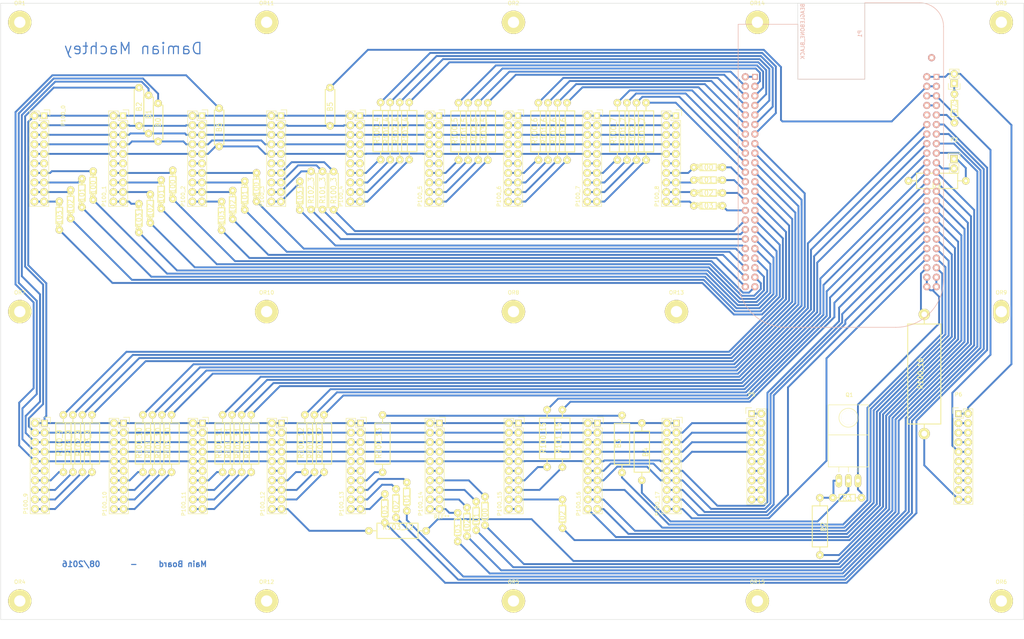
<source format=kicad_pcb>
(kicad_pcb (version 20171130) (host pcbnew "(5.1.12)-1")
  (layers (0 F.Cu signal) (31 B.Cu signal) (34 B.Paste user) (35 F.Paste user) (36 B.SilkS user) (37 F.SilkS user) (38 B.Mask user) (39 F.Mask user) (44 Edge.Cuts user))
  (net 0 "")
  (net 1 /GND)
  (net 2 /GPIO1_6)
  (net 3 /GPIO1_7)
  (net 4 /GPIO1_2)
  (net 5 /GPIO1_3)
  (net 6 /GPIO2_2)
  (net 7 /GPIO2_3)
  (net 8 /GPIO2_5)
  (net 9 /GPIO2_4)
  (net 10 /GPIO1_13)
  (net 11 /GPIO1_12)
  (net 12 /GPIO0_23)
  (net 13 /GPIO0_26)
  (net 14 /GPIO1_15)
  (net 15 /GPIO1_14)
  (net 16 /GPIO0_27)
  (net 17 /GPIO2_1)
  (net 18 /GPIO0_22)
  (net 19 /GPIO1_31)
  (net 20 /GPIO1_30)
  (net 21 /GPIO1_5)
  (net 22 /GPIO1_4)
  (net 23 /GPIO1_1)
  (net 24 /GPIO1_0)
  (net 25 /GPIO1_29)
  (net 26 /GPIO2_22)
  (net 27 /GPIO2_24)
  (net 28 /GPIO2_23)
  (net 29 /GPIO2_25)
  (net 30 /GPIO0_10)
  (net 31 /GPIO0_11)
  (net 32 /GPIO0_9)
  (net 33 /GPIO2_17)
  (net 34 /GPIO0_8)
  (net 35 /GPIO2_16)
  (net 36 /GPIO2_14)
  (net 37 /GPIO2_15)
  (net 38 /GPIO2_12)
  (net 39 /GPIO2_13)
  (net 40 /GPIO2_10)
  (net 41 /GPIO2_11)
  (net 42 /GPIO2_8)
  (net 43 /GPIO2_9)
  (net 44 /GPIO2_6)
  (net 45 /GPIO2_7)
  (net 46 /DC_3.3V)
  (net 47 /VDD_5V)
  (net 48 /SYS_5V)
  (net 49 /PWR_BUT)
  (net 50 /SYS_RESETn)
  (net 51 /GPIO0_30)
  (net 52 /GPIO1_28)
  (net 53 /GPIO0_31)
  (net 54 /GPIO1_18)
  (net 55 /GPIO1_16)
  (net 56 /GPIO1_19)
  (net 57 /GPIO0_5)
  (net 58 /GPIO0_4)
  (net 59 /GPIO0_3)
  (net 60 /GPIO0_2)
  (net 61 /GPIO1_17)
  (net 62 /GPIO0_15)
  (net 63 /GPIO3_21)
  (net 64 /GPIO0_14)
  (net 65 /GPIO3_19)
  (net 66 /GPIO3_17)
  (net 67 /GPIO3_15)
  (net 68 /GPIO3_16)
  (net 69 /GPIO3_14)
  (net 70 /VADC)
  (net 71 /AIN4)
  (net 72 /AGND)
  (net 73 /AIN6)
  (net 74 /AIN5)
  (net 75 /AIN2)
  (net 76 /AIN3)
  (net 77 /AIN0)
  (net 78 /AIN1)
  (net 79 /GPIO0_20)
  (net 80 /GPIO0_7)
  (net 81 /GND3)
  (net 82 "Net-(P100_1-Pad11)")
  (net 83 "Net-(P100_1-Pad13)")
  (net 84 "Net-(P100_1-Pad15)")
  (net 85 "Net-(P100_1-Pad17)")
  (net 86 "Net-(P100_1-Pad19)")
  (net 87 "Net-(P100_2-Pad11)")
  (net 88 "Net-(P100_2-Pad13)")
  (net 89 "Net-(P100_2-Pad15)")
  (net 90 "Net-(P100_2-Pad17)")
  (net 91 "Net-(P100_2-Pad19)")
  (net 92 "Net-(P100_3-Pad11)")
  (net 93 "Net-(P100_3-Pad13)")
  (net 94 "Net-(P100_3-Pad15)")
  (net 95 "Net-(P100_3-Pad17)")
  (net 96 "Net-(P100_3-Pad19)")
  (net 97 "Net-(P100_4-Pad11)")
  (net 98 "Net-(P100_4-Pad13)")
  (net 99 "Net-(P100_4-Pad15)")
  (net 100 "Net-(P100_4-Pad17)")
  (net 101 "Net-(P100_4-Pad19)")
  (net 102 "Net-(P100_5-Pad11)")
  (net 103 "Net-(P100_5-Pad13)")
  (net 104 "Net-(P100_5-Pad15)")
  (net 105 "Net-(P100_5-Pad17)")
  (net 106 "Net-(P100_5-Pad19)")
  (net 107 "Net-(P100_6-Pad11)")
  (net 108 "Net-(P100_6-Pad13)")
  (net 109 "Net-(P100_6-Pad15)")
  (net 110 "Net-(P100_6-Pad17)")
  (net 111 "Net-(P100_6-Pad19)")
  (net 112 "Net-(P100_7-Pad11)")
  (net 113 "Net-(P100_7-Pad13)")
  (net 114 "Net-(P100_7-Pad15)")
  (net 115 "Net-(P100_7-Pad17)")
  (net 116 "Net-(P100_7-Pad19)")
  (net 117 "Net-(P100_8-Pad11)")
  (net 118 "Net-(P100_8-Pad13)")
  (net 119 "Net-(P100_8-Pad15)")
  (net 120 "Net-(P100_8-Pad17)")
  (net 121 "Net-(P100_8-Pad19)")
  (net 122 "Net-(P100_9-Pad11)")
  (net 123 "Net-(P100_9-Pad13)")
  (net 124 "Net-(P100_9-Pad15)")
  (net 125 "Net-(P100_9-Pad17)")
  (net 126 "Net-(P100_9-Pad19)")
  (net 127 "Net-(P100_10-Pad11)")
  (net 128 "Net-(P100_10-Pad13)")
  (net 129 "Net-(P100_10-Pad15)")
  (net 130 "Net-(P100_10-Pad17)")
  (net 131 "Net-(P100_10-Pad19)")
  (net 132 "Net-(P100_11-Pad11)")
  (net 133 "Net-(P100_11-Pad13)")
  (net 134 "Net-(P100_11-Pad15)")
  (net 135 "Net-(P100_11-Pad17)")
  (net 136 "Net-(P100_11-Pad19)")
  (net 137 "Net-(P100_12-Pad11)")
  (net 138 "Net-(P100_12-Pad13)")
  (net 139 "Net-(P100_12-Pad15)")
  (net 140 "Net-(P100_12-Pad17)")
  (net 141 "Net-(P100_12-Pad19)")
  (net 142 "Net-(P100_13-Pad11)")
  (net 143 "Net-(P100_13-Pad13)")
  (net 144 "Net-(P100_13-Pad15)")
  (net 145 "Net-(P100_13-Pad17)")
  (net 146 "Net-(P100_13-Pad19)")
  (net 147 "Net-(P100_14-Pad11)")
  (net 148 "Net-(P100_14-Pad13)")
  (net 149 "Net-(P100_14-Pad15)")
  (net 150 "Net-(P100_14-Pad17)")
  (net 151 "Net-(P100_14-Pad19)")
  (net 152 "Net-(P100_15-Pad11)")
  (net 153 "Net-(P100_15-Pad13)")
  (net 154 "Net-(P100_15-Pad15)")
  (net 155 "Net-(P100_15-Pad17)")
  (net 156 "Net-(P100_15-Pad19)")
  (net 157 /GND12V)
  (net 158 /12V+)
  (net 159 "Net-(P100_0-Pad11)")
  (net 160 "Net-(P100_0-Pad13)")
  (net 161 "Net-(P100_0-Pad15)")
  (net 162 "Net-(P100_0-Pad17)")
  (net 163 "Net-(P100_0-Pad19)")
  (net 164 /12V+_TOP)
  (net 165 /GND12V_TOP)
  (net 166 /DC_3.3V_TOP)
  (net 167 "Net-(B3-Pad2)")
  (net 168 /DC_3.3Ve)
  (net 169 /I2C2_SCL)
  (net 170 /I2C2_SDA)
  (net 171 /VDD_5V_TOP)
  (net 172 "Net-(P5-Pad11)")
  (net 173 "Net-(P5-Pad13)")
  (net 174 "Net-(P5-Pad15)")
  (net 175 "Net-(P5-Pad17)")
  (net 176 "Net-(P5-Pad19)")
  (net 177 "Net-(P6-Pad11)")
  (net 178 "Net-(P6-Pad13)")
  (net 179 "Net-(P6-Pad15)")
  (net 180 "Net-(P6-Pad17)")
  (net 181 "Net-(P6-Pad19)")
  (net 182 /VDD_5V_DOWN)
  (net 183 "Net-(P6-Pad3)")
  (net 184 "Net-(P6-Pad5)")
  (net 185 "Net-(P6-Pad7)")
  (net 186 "Net-(B7-Pad1)")
  (net 187 "Net-(B4-Pad2)")
  (net 188 /GND2)
  (net 189 /GND1)
  (net 190 "Net-(Q1-Pad1)")
  (net 191 "Net-(P5-Pad1)")
  (net 192 "Net-(B9-Pad1)")
  (module lib:BBB-reversed (layer F.Cu) (at 314.865 56.0781 270)
    (fp_text reference P1 (at 8.255 22.225 270) (layer B.SilkS) (effects (justify mirror)))
    (fp_text value BEAGLEBONE_BLACK (at 7.62 37.465 270) (layer B.SilkS) (effects (justify mirror)))
    (pad "" thru_hole circle (at 14.605 3.175 270) (size 1.9 1.9) (drill 1.016) (layers *.Cu *.Mask B.SilkS))
    (pad A1 thru_hole rect (at 19.685 50.165 270) (size 1.524 1.524) (drill 1.016) (layers *.Cu *.Mask B.SilkS) (net 188 /GND2))
    (pad A2 thru_hole circle (at 19.685 52.705 270) (size 1.9 1.9) (drill 1.016) (layers *.Cu *.Mask B.SilkS) (net 188 /GND2))
    (pad A3 thru_hole circle (at 22.225 50.165 270) (size 1.9 1.9) (drill 1.016) (layers *.Cu *.Mask B.SilkS) (net 2 /GPIO1_6))
    (pad A4 thru_hole circle (at 22.225 52.705 270) (size 1.9 1.9) (drill 1.016) (layers *.Cu *.Mask B.SilkS) (net 3 /GPIO1_7))
    (pad A5 thru_hole circle (at 24.765 50.165 270) (size 1.9 1.9) (drill 1.016) (layers *.Cu *.Mask B.SilkS) (net 4 /GPIO1_2))
    (pad A6 thru_hole circle (at 24.765 52.705 270) (size 1.9 1.9) (drill 1.016) (layers *.Cu *.Mask B.SilkS) (net 5 /GPIO1_3))
    (pad A7 thru_hole circle (at 27.305 50.165 270) (size 1.9 1.9) (drill 1.016) (layers *.Cu *.Mask B.SilkS) (net 6 /GPIO2_2))
    (pad A8 thru_hole circle (at 27.305 52.705 270) (size 1.9 1.9) (drill 1.016) (layers *.Cu *.Mask B.SilkS) (net 7 /GPIO2_3))
    (pad A9 thru_hole circle (at 29.845 50.165 270) (size 1.9 1.9) (drill 1.016) (layers *.Cu *.Mask B.SilkS) (net 8 /GPIO2_5))
    (pad A10 thru_hole circle (at 29.845 52.705 270) (size 1.9 1.9) (drill 1.016) (layers *.Cu *.Mask B.SilkS) (net 9 /GPIO2_4))
    (pad A11 thru_hole circle (at 32.385 50.165 270) (size 1.9 1.9) (drill 1.016) (layers *.Cu *.Mask B.SilkS) (net 10 /GPIO1_13))
    (pad A12 thru_hole circle (at 32.385 52.705 270) (size 1.9 1.9) (drill 1.016) (layers *.Cu *.Mask B.SilkS) (net 11 /GPIO1_12))
    (pad A13 thru_hole circle (at 34.925 50.165 270) (size 1.9 1.9) (drill 1.016) (layers *.Cu *.Mask B.SilkS) (net 12 /GPIO0_23))
    (pad A14 thru_hole circle (at 34.925 52.705 270) (size 1.9 1.9) (drill 1.016) (layers *.Cu *.Mask B.SilkS) (net 13 /GPIO0_26))
    (pad A15 thru_hole circle (at 37.465 50.165 270) (size 1.9 1.9) (drill 1.016) (layers *.Cu *.Mask B.SilkS) (net 14 /GPIO1_15))
    (pad A16 thru_hole circle (at 37.465 52.705 270) (size 1.9 1.9) (drill 1.016) (layers *.Cu *.Mask B.SilkS) (net 15 /GPIO1_14))
    (pad A17 thru_hole circle (at 40.005 50.165 270) (size 1.9 1.9) (drill 1.016) (layers *.Cu *.Mask B.SilkS) (net 16 /GPIO0_27))
    (pad A18 thru_hole circle (at 40.005 52.705 270) (size 1.9 1.9) (drill 1.016) (layers *.Cu *.Mask B.SilkS) (net 17 /GPIO2_1))
    (pad A19 thru_hole circle (at 42.545 50.165 270) (size 1.9 1.9) (drill 1.016) (layers *.Cu *.Mask B.SilkS) (net 18 /GPIO0_22))
    (pad A20 thru_hole circle (at 42.545 52.705 270) (size 1.9 1.9) (drill 1.016) (layers *.Cu *.Mask B.SilkS) (net 19 /GPIO1_31))
    (pad A21 thru_hole circle (at 45.085 50.165 270) (size 1.9 1.9) (drill 1.016) (layers *.Cu *.Mask B.SilkS) (net 20 /GPIO1_30))
    (pad A22 thru_hole circle (at 45.085 52.705 270) (size 1.9 1.9) (drill 1.016) (layers *.Cu *.Mask B.SilkS) (net 21 /GPIO1_5))
    (pad A23 thru_hole circle (at 47.625 50.165 270) (size 1.9 1.9) (drill 1.016) (layers *.Cu *.Mask B.SilkS) (net 22 /GPIO1_4))
    (pad A24 thru_hole circle (at 47.625 52.705 270) (size 1.9 1.9) (drill 1.016) (layers *.Cu *.Mask B.SilkS) (net 23 /GPIO1_1))
    (pad A25 thru_hole circle (at 50.165 50.165 270) (size 1.9 1.9) (drill 1.016) (layers *.Cu *.Mask B.SilkS) (net 24 /GPIO1_0))
    (pad A26 thru_hole circle (at 50.165 52.705 270) (size 1.9 1.9) (drill 1.016) (layers *.Cu *.Mask B.SilkS) (net 25 /GPIO1_29))
    (pad A27 thru_hole circle (at 52.705 50.165 270) (size 1.9 1.9) (drill 1.016) (layers *.Cu *.Mask B.SilkS) (net 26 /GPIO2_22))
    (pad A28 thru_hole circle (at 52.705 52.705 270) (size 1.9 1.9) (drill 1.016) (layers *.Cu *.Mask B.SilkS) (net 27 /GPIO2_24))
    (pad A29 thru_hole circle (at 55.245 50.165 270) (size 1.9 1.9) (drill 1.016) (layers *.Cu *.Mask B.SilkS) (net 28 /GPIO2_23))
    (pad A30 thru_hole circle (at 55.245 52.705 270) (size 1.9 1.9) (drill 1.016) (layers *.Cu *.Mask B.SilkS) (net 29 /GPIO2_25))
    (pad A31 thru_hole circle (at 57.785 50.165 270) (size 1.9 1.9) (drill 1.016) (layers *.Cu *.Mask B.SilkS) (net 30 /GPIO0_10))
    (pad A32 thru_hole circle (at 57.785 52.705 270) (size 1.9 1.9) (drill 1.016) (layers *.Cu *.Mask B.SilkS) (net 31 /GPIO0_11))
    (pad A33 thru_hole circle (at 60.325 50.165 270) (size 1.9 1.9) (drill 1.016) (layers *.Cu *.Mask B.SilkS) (net 32 /GPIO0_9))
    (pad A34 thru_hole circle (at 60.325 52.705 270) (size 1.9 1.9) (drill 1.016) (layers *.Cu *.Mask B.SilkS) (net 33 /GPIO2_17))
    (pad A35 thru_hole circle (at 62.865 50.165 270) (size 1.9 1.9) (drill 1.016) (layers *.Cu *.Mask B.SilkS) (net 34 /GPIO0_8))
    (pad A36 thru_hole circle (at 62.865 52.705 270) (size 1.9 1.9) (drill 1.016) (layers *.Cu *.Mask B.SilkS) (net 35 /GPIO2_16))
    (pad A37 thru_hole circle (at 65.405 50.165 270) (size 1.9 1.9) (drill 1.016) (layers *.Cu *.Mask B.SilkS) (net 36 /GPIO2_14))
    (pad A38 thru_hole circle (at 65.405 52.705 270) (size 1.9 1.9) (drill 1.016) (layers *.Cu *.Mask B.SilkS) (net 37 /GPIO2_15))
    (pad A39 thru_hole circle (at 67.945 50.165 270) (size 1.9 1.9) (drill 1.016) (layers *.Cu *.Mask B.SilkS) (net 38 /GPIO2_12))
    (pad A40 thru_hole circle (at 67.945 52.705 270) (size 1.9 1.9) (drill 1.016) (layers *.Cu *.Mask B.SilkS) (net 39 /GPIO2_13))
    (pad A41 thru_hole circle (at 70.485 50.165 270) (size 1.9 1.9) (drill 1.016) (layers *.Cu *.Mask B.SilkS) (net 40 /GPIO2_10))
    (pad A42 thru_hole circle (at 70.485 52.705 270) (size 1.9 1.9) (drill 1.016) (layers *.Cu *.Mask B.SilkS) (net 41 /GPIO2_11))
    (pad A43 thru_hole circle (at 73.025 50.165 270) (size 1.9 1.9) (drill 1.016) (layers *.Cu *.Mask B.SilkS) (net 42 /GPIO2_8))
    (pad A44 thru_hole circle (at 73.025 52.705 270) (size 1.9 1.9) (drill 1.016) (layers *.Cu *.Mask B.SilkS) (net 43 /GPIO2_9))
    (pad A45 thru_hole circle (at 75.565 50.165 270) (size 1.9 1.9) (drill 1.016) (layers *.Cu *.Mask B.SilkS) (net 44 /GPIO2_6))
    (pad A46 thru_hole circle (at 75.565 52.705 270) (size 1.9 1.9) (drill 1.016) (layers *.Cu *.Mask B.SilkS) (net 45 /GPIO2_7))
    (pad B2 thru_hole circle (at 19.685 4.445 270) (size 1.9 1.9) (drill 1.016) (layers *.Cu *.Mask B.SilkS) (net 189 /GND1))
    (pad B3 thru_hole circle (at 22.225 1.905 270) (size 1.9 1.9) (drill 1.016) (layers *.Cu *.Mask B.SilkS) (net 168 /DC_3.3Ve))
    (pad B4 thru_hole circle (at 22.225 4.445 270) (size 1.9 1.9) (drill 1.016) (layers *.Cu *.Mask B.SilkS) (net 168 /DC_3.3Ve))
    (pad B5 thru_hole circle (at 24.765 1.905 270) (size 1.9 1.9) (drill 1.016) (layers *.Cu *.Mask B.SilkS) (net 47 /VDD_5V))
    (pad B6 thru_hole circle (at 24.765 4.445 270) (size 1.9 1.9) (drill 1.016) (layers *.Cu *.Mask B.SilkS) (net 47 /VDD_5V))
    (pad B7 thru_hole circle (at 27.305 1.905 270) (size 1.9 1.9) (drill 1.016) (layers *.Cu *.Mask B.SilkS) (net 48 /SYS_5V))
    (pad B8 thru_hole circle (at 27.305 4.445 270) (size 1.9 1.9) (drill 1.016) (layers *.Cu *.Mask B.SilkS) (net 48 /SYS_5V))
    (pad B9 thru_hole circle (at 29.845 1.905 270) (size 1.9 1.9) (drill 1.016) (layers *.Cu *.Mask B.SilkS) (net 49 /PWR_BUT))
    (pad B10 thru_hole circle (at 29.845 4.445 270) (size 1.9 1.9) (drill 1.016) (layers *.Cu *.Mask B.SilkS) (net 50 /SYS_RESETn))
    (pad B11 thru_hole circle (at 32.385 1.905 270) (size 1.9 1.9) (drill 1.016) (layers *.Cu *.Mask B.SilkS) (net 51 /GPIO0_30))
    (pad B12 thru_hole circle (at 32.385 4.445 270) (size 1.9 1.9) (drill 1.016) (layers *.Cu *.Mask B.SilkS) (net 52 /GPIO1_28))
    (pad B13 thru_hole circle (at 34.925 1.905 270) (size 1.9 1.9) (drill 1.016) (layers *.Cu *.Mask B.SilkS) (net 53 /GPIO0_31))
    (pad B14 thru_hole circle (at 34.925 4.445 270) (size 1.9 1.9) (drill 1.016) (layers *.Cu *.Mask B.SilkS) (net 54 /GPIO1_18))
    (pad B15 thru_hole circle (at 37.465 1.905 270) (size 1.9 1.9) (drill 1.016) (layers *.Cu *.Mask B.SilkS) (net 55 /GPIO1_16))
    (pad B16 thru_hole circle (at 37.465 4.445 270) (size 1.9 1.9) (drill 1.016) (layers *.Cu *.Mask B.SilkS) (net 56 /GPIO1_19))
    (pad B17 thru_hole circle (at 40.005 1.905 270) (size 1.9 1.9) (drill 1.016) (layers *.Cu *.Mask B.SilkS) (net 57 /GPIO0_5))
    (pad B18 thru_hole circle (at 40.005 4.445 270) (size 1.9 1.9) (drill 1.016) (layers *.Cu *.Mask B.SilkS) (net 58 /GPIO0_4))
    (pad B19 thru_hole circle (at 42.545 1.905 270) (size 1.9 1.9) (drill 1.016) (layers *.Cu *.Mask B.SilkS) (net 169 /I2C2_SCL))
    (pad B20 thru_hole circle (at 42.545 4.445 270) (size 1.9 1.9) (drill 1.016) (layers *.Cu *.Mask B.SilkS) (net 170 /I2C2_SDA))
    (pad B21 thru_hole circle (at 45.085 1.905 270) (size 1.9 1.9) (drill 1.016) (layers *.Cu *.Mask B.SilkS) (net 59 /GPIO0_3))
    (pad B22 thru_hole circle (at 45.085 4.445 270) (size 1.9 1.9) (drill 1.016) (layers *.Cu *.Mask B.SilkS) (net 60 /GPIO0_2))
    (pad B23 thru_hole circle (at 47.625 1.905 270) (size 1.9 1.9) (drill 1.016) (layers *.Cu *.Mask B.SilkS) (net 61 /GPIO1_17))
    (pad B24 thru_hole circle (at 47.625 4.445 270) (size 1.9 1.9) (drill 1.016) (layers *.Cu *.Mask B.SilkS) (net 62 /GPIO0_15))
    (pad B25 thru_hole circle (at 50.165 1.905 270) (size 1.9 1.9) (drill 1.016) (layers *.Cu *.Mask B.SilkS) (net 63 /GPIO3_21))
    (pad B26 thru_hole circle (at 50.165 4.445 270) (size 1.9 1.9) (drill 1.016) (layers *.Cu *.Mask B.SilkS) (net 64 /GPIO0_14))
    (pad B27 thru_hole circle (at 52.705 1.905 270) (size 1.9 1.9) (drill 1.016) (layers *.Cu *.Mask B.SilkS) (net 65 /GPIO3_19))
    (pad B28 thru_hole circle (at 52.705 4.445 270) (size 1.9 1.9) (drill 1.016) (layers *.Cu *.Mask B.SilkS) (net 66 /GPIO3_17))
    (pad B29 thru_hole circle (at 55.245 1.905 270) (size 1.9 1.9) (drill 1.016) (layers *.Cu *.Mask B.SilkS) (net 67 /GPIO3_15))
    (pad B30 thru_hole circle (at 55.245 4.445 270) (size 1.9 1.9) (drill 1.016) (layers *.Cu *.Mask B.SilkS) (net 68 /GPIO3_16))
    (pad B31 thru_hole circle (at 57.785 1.905 270) (size 1.9 1.9) (drill 1.016) (layers *.Cu *.Mask B.SilkS) (net 69 /GPIO3_14))
    (pad B32 thru_hole circle (at 57.785 4.445 270) (size 1.9 1.9) (drill 1.016) (layers *.Cu *.Mask B.SilkS) (net 70 /VADC))
    (pad B33 thru_hole circle (at 60.325 1.905 270) (size 1.9 1.9) (drill 1.016) (layers *.Cu *.Mask B.SilkS) (net 71 /AIN4))
    (pad B34 thru_hole circle (at 60.325 4.445 270) (size 1.9 1.9) (drill 1.016) (layers *.Cu *.Mask B.SilkS) (net 72 /AGND))
    (pad B35 thru_hole circle (at 62.865 1.905 270) (size 1.9 1.9) (drill 1.016) (layers *.Cu *.Mask B.SilkS) (net 73 /AIN6))
    (pad B36 thru_hole circle (at 62.865 4.445 270) (size 1.9 1.9) (drill 1.016) (layers *.Cu *.Mask B.SilkS) (net 74 /AIN5))
    (pad B37 thru_hole circle (at 65.405 1.905 270) (size 1.9 1.9) (drill 1.016) (layers *.Cu *.Mask B.SilkS) (net 75 /AIN2))
    (pad B38 thru_hole circle (at 65.405 4.445 270) (size 1.9 1.9) (drill 1.016) (layers *.Cu *.Mask B.SilkS) (net 76 /AIN3))
    (pad B39 thru_hole circle (at 67.945 1.905 270) (size 1.9 1.9) (drill 1.016) (layers *.Cu *.Mask B.SilkS) (net 77 /AIN0))
    (pad B40 thru_hole circle (at 67.945 4.445 270) (size 1.9 1.9) (drill 1.016) (layers *.Cu *.Mask B.SilkS) (net 78 /AIN1))
    (pad B41 thru_hole circle (at 70.485 1.905 270) (size 1.9 1.9) (drill 1.016) (layers *.Cu *.Mask B.SilkS) (net 79 /GPIO0_20))
    (pad B42 thru_hole circle (at 70.485 4.445 270) (size 1.9 1.9) (drill 1.016) (layers *.Cu *.Mask B.SilkS) (net 80 /GPIO0_7))
    (pad B43 thru_hole circle (at 73.025 1.905 270) (size 1.9 1.9) (drill 1.016) (layers *.Cu *.Mask B.SilkS) (net 81 /GND3))
    (pad B44 thru_hole circle (at 73.025 4.445 270) (size 1.9 1.9) (drill 1.016) (layers *.Cu *.Mask B.SilkS) (net 81 /GND3))
    (pad B45 thru_hole circle (at 75.565 1.905 270) (size 1.9 1.9) (drill 1.016) (layers *.Cu *.Mask B.SilkS) (net 81 /GND3))
    (pad B46 thru_hole circle (at 75.565 4.445 270) (size 1.9 1.9) (drill 1.016) (layers *.Cu *.Mask B.SilkS) (net 81 /GND3))
    (pad B1 thru_hole rect (at 19.685 1.905 270) (size 1.524 1.524) (drill 1.016) (layers *.Cu *.Mask B.SilkS) (net 189 /GND1))
  )
  (module w_pth_resistors:RC03 (layer F.Cu) (at 88.7574 104.7 270)
    (fp_text reference R100_0 (at 0 0 270) (layer F.SilkS) (effects (font (size 1.397 1.27) (thickness 0.2032))))
    (fp_text value 1K hide)
    (pad 1 thru_hole circle (at -3.81 0 270) (size 1.99898 1.99898) (drill 0.8001) (layers *.Cu *.Mask F.SilkS) (net 160 "Net-(P100_0-Pad13)"))
    (pad 2 thru_hole circle (at 3.81 0 270) (size 1.99898 1.99898) (drill 0.8001) (layers *.Cu *.Mask F.SilkS) (net 36 /GPIO2_14))
  )
  (module w_pth_resistors:RC03 (layer F.Cu) (at 85.7574 106.7 270)
    (fp_text reference R101_0 (at 0 0 270) (layer F.SilkS) (effects (font (size 1.397 1.27) (thickness 0.2032))))
    (fp_text value 1K hide)
    (pad 1 thru_hole circle (at -3.81 0 270) (size 1.99898 1.99898) (drill 0.8001) (layers *.Cu *.Mask F.SilkS) (net 161 "Net-(P100_0-Pad15)"))
    (pad 2 thru_hole circle (at 3.81 0 270) (size 1.99898 1.99898) (drill 0.8001) (layers *.Cu *.Mask F.SilkS) (net 34 /GPIO0_8))
  )
  (module w_pth_resistors:RC03 (layer F.Cu) (at 82.7574 109.7 270)
    (fp_text reference R102_0 (at 0 0 270) (layer F.SilkS) (effects (font (size 1.397 1.27) (thickness 0.2032))))
    (fp_text value 1K hide)
    (pad 1 thru_hole circle (at -3.81 0 270) (size 1.99898 1.99898) (drill 0.8001) (layers *.Cu *.Mask F.SilkS) (net 162 "Net-(P100_0-Pad17)"))
    (pad 2 thru_hole circle (at 3.81 0 270) (size 1.99898 1.99898) (drill 0.8001) (layers *.Cu *.Mask F.SilkS) (net 32 /GPIO0_9))
  )
  (module w_pth_resistors:RC03 (layer F.Cu) (at 79.7574 112.7 270)
    (fp_text reference R103_0 (at 0 0 270) (layer F.SilkS) (effects (font (size 1.397 1.27) (thickness 0.2032))))
    (fp_text value 1K hide)
    (pad 1 thru_hole circle (at -3.81 0 270) (size 1.99898 1.99898) (drill 0.8001) (layers *.Cu *.Mask F.SilkS) (net 163 "Net-(P100_0-Pad19)"))
    (pad 2 thru_hole circle (at 3.81 0 270) (size 1.99898 1.99898) (drill 0.8001) (layers *.Cu *.Mask F.SilkS) (net 30 /GPIO0_10))
  )
  (module w_pth_resistors:RC03 (layer F.Cu) (at 109.918 104.465 270)
    (fp_text reference R100_1 (at 0 0 270) (layer F.SilkS) (effects (font (size 1.397 1.27) (thickness 0.2032))))
    (fp_text value 1K hide)
    (pad 1 thru_hole circle (at -3.81 0 270) (size 1.99898 1.99898) (drill 0.8001) (layers *.Cu *.Mask F.SilkS) (net 83 "Net-(P100_1-Pad13)"))
    (pad 2 thru_hole circle (at 3.81 0 270) (size 1.99898 1.99898) (drill 0.8001) (layers *.Cu *.Mask F.SilkS) (net 44 /GPIO2_6))
  )
  (module w_pth_resistors:RC03 (layer F.Cu) (at 132.189 105.136 270)
    (fp_text reference R100_2 (at 0 0 270) (layer F.SilkS) (effects (font (size 1.397 1.27) (thickness 0.2032))))
    (fp_text value 1K hide)
    (pad 1 thru_hole circle (at -3.81 0 270) (size 1.99898 1.99898) (drill 0.8001) (layers *.Cu *.Mask F.SilkS) (net 88 "Net-(P100_2-Pad13)"))
    (pad 2 thru_hole circle (at 3.81 0 270) (size 1.99898 1.99898) (drill 0.8001) (layers *.Cu *.Mask F.SilkS) (net 39 /GPIO2_13))
  )
  (module w_pth_resistors:RC03 (layer F.Cu) (at 252.275 99.8596)
    (fp_text reference R100_8 (at 0 0) (layer F.SilkS) (effects (font (size 1.397 1.27) (thickness 0.2032))))
    (fp_text value 1K hide)
    (pad 1 thru_hole circle (at -3.81 0) (size 1.99898 1.99898) (drill 0.8001) (layers *.Cu *.Mask F.SilkS) (net 118 "Net-(P100_8-Pad13)"))
    (pad 2 thru_hole circle (at 3.81 0) (size 1.99898 1.99898) (drill 0.8001) (layers *.Cu *.Mask F.SilkS) (net 23 /GPIO1_1))
  )
  (module w_pth_resistors:RC03 (layer F.Cu) (at 192.939 191.286 270)
    (fp_text reference R100_14 (at 0 0 270) (layer F.SilkS) (effects (font (size 1.397 1.27) (thickness 0.2032))))
    (fp_text value 1K hide)
    (pad 1 thru_hole circle (at -3.81 0 270) (size 1.99898 1.99898) (drill 0.8001) (layers *.Cu *.Mask F.SilkS) (net 148 "Net-(P100_14-Pad13)"))
    (pad 2 thru_hole circle (at 3.81 0 270) (size 1.99898 1.99898) (drill 0.8001) (layers *.Cu *.Mask F.SilkS) (net 63 /GPIO3_21))
  )
  (module w_pth_resistors:RC03 (layer F.Cu) (at 106.842 107.04 270)
    (fp_text reference R101_1 (at 0 0 270) (layer F.SilkS) (effects (font (size 1.397 1.27) (thickness 0.2032))))
    (fp_text value 1K hide)
    (pad 1 thru_hole circle (at -3.81 0 270) (size 1.99898 1.99898) (drill 0.8001) (layers *.Cu *.Mask F.SilkS) (net 84 "Net-(P100_1-Pad15)"))
    (pad 2 thru_hole circle (at 3.81 0 270) (size 1.99898 1.99898) (drill 0.8001) (layers *.Cu *.Mask F.SilkS) (net 42 /GPIO2_8))
  )
  (module w_pth_resistors:RC03 (layer F.Cu) (at 129.047 107.346 270)
    (fp_text reference R101_2 (at 0 0 270) (layer F.SilkS) (effects (font (size 1.397 1.27) (thickness 0.2032))))
    (fp_text value 1K hide)
    (pad 1 thru_hole circle (at -3.81 0 270) (size 1.99898 1.99898) (drill 0.8001) (layers *.Cu *.Mask F.SilkS) (net 89 "Net-(P100_2-Pad15)"))
    (pad 2 thru_hole circle (at 3.81 0 270) (size 1.99898 1.99898) (drill 0.8001) (layers *.Cu *.Mask F.SilkS) (net 41 /GPIO2_11))
  )
  (module w_pth_resistors:RC03 (layer F.Cu) (at 252.275 103.268)
    (fp_text reference R101_8 (at 0 0 180) (layer F.SilkS) (effects (font (size 1.397 1.27) (thickness 0.2032))))
    (fp_text value 1K hide)
    (pad 1 thru_hole circle (at -3.81 0) (size 1.99898 1.99898) (drill 0.8001) (layers *.Cu *.Mask F.SilkS) (net 119 "Net-(P100_8-Pad15)"))
    (pad 2 thru_hole circle (at 3.81 0) (size 1.99898 1.99898) (drill 0.8001) (layers *.Cu *.Mask F.SilkS) (net 25 /GPIO1_29))
  )
  (module w_pth_resistors:RC03 (layer F.Cu) (at 172.144 187.49 270)
    (fp_text reference R101_13 (at 0 0 270) (layer F.SilkS) (effects (font (size 1.397 1.27) (thickness 0.2032))))
    (fp_text value 1K hide)
    (pad 1 thru_hole circle (at -3.81 0 270) (size 1.99898 1.99898) (drill 0.8001) (layers *.Cu *.Mask F.SilkS) (net 144 "Net-(P100_13-Pad15)"))
    (pad 2 thru_hole circle (at 3.81 0 270) (size 1.99898 1.99898) (drill 0.8001) (layers *.Cu *.Mask F.SilkS) (net 55 /GPIO1_16))
  )
  (module w_pth_resistors:RC03 (layer F.Cu) (at 190.589 192.611 270)
    (fp_text reference R101_14 (at 0 0 270) (layer F.SilkS) (effects (font (size 1.397 1.27) (thickness 0.2032))))
    (fp_text value 1K hide)
    (pad 1 thru_hole circle (at -3.81 0 270) (size 1.99898 1.99898) (drill 0.8001) (layers *.Cu *.Mask F.SilkS) (net 149 "Net-(P100_14-Pad15)"))
    (pad 2 thru_hole circle (at 3.81 0 270) (size 1.99898 1.99898) (drill 0.8001) (layers *.Cu *.Mask F.SilkS) (net 61 /GPIO1_17))
  )
  (module w_pth_resistors:RC03 (layer F.Cu) (at 125.847 109.846 270)
    (fp_text reference R102_2 (at 0 0 270) (layer F.SilkS) (effects (font (size 1.397 1.27) (thickness 0.2032))))
    (fp_text value 1K hide)
    (pad 1 thru_hole circle (at -3.81 0 270) (size 1.99898 1.99898) (drill 0.8001) (layers *.Cu *.Mask F.SilkS) (net 90 "Net-(P100_2-Pad17)"))
    (pad 2 thru_hole circle (at 3.81 0 270) (size 1.99898 1.99898) (drill 0.8001) (layers *.Cu *.Mask F.SilkS) (net 43 /GPIO2_9))
  )
  (module w_pth_resistors:RC03 (layer F.Cu) (at 252.275 106.676)
    (fp_text reference R102_8 (at 0 0) (layer F.SilkS) (effects (font (size 1.397 1.27) (thickness 0.2032))))
    (fp_text value 1K hide)
    (pad 1 thru_hole circle (at -3.81 0) (size 1.99898 1.99898) (drill 0.8001) (layers *.Cu *.Mask F.SilkS) (net 120 "Net-(P100_8-Pad17)"))
    (pad 2 thru_hole circle (at 3.81 0) (size 1.99898 1.99898) (drill 0.8001) (layers *.Cu *.Mask F.SilkS) (net 27 /GPIO2_24))
  )
  (module w_pth_resistors:RC03 (layer F.Cu) (at 169.274 189.243 270)
    (fp_text reference R102_13 (at 0 0 270) (layer F.SilkS) (effects (font (size 1.397 1.27) (thickness 0.2032))))
    (fp_text value 1K hide)
    (pad 1 thru_hole circle (at -3.81 0 270) (size 1.99898 1.99898) (drill 0.8001) (layers *.Cu *.Mask F.SilkS) (net 145 "Net-(P100_13-Pad17)"))
    (pad 2 thru_hole circle (at 3.81 0 270) (size 1.99898 1.99898) (drill 0.8001) (layers *.Cu *.Mask F.SilkS) (net 53 /GPIO0_31))
  )
  (module w_pth_resistors:RC03 (layer F.Cu) (at 188.149 194.206 270)
    (fp_text reference R102_14 (at 0 0 270) (layer F.SilkS) (effects (font (size 1.397 1.27) (thickness 0.2032))))
    (fp_text value 1K hide)
    (pad 1 thru_hole circle (at -3.81 0 270) (size 1.99898 1.99898) (drill 0.8001) (layers *.Cu *.Mask F.SilkS) (net 150 "Net-(P100_14-Pad17)"))
    (pad 2 thru_hole circle (at 3.81 0 270) (size 1.99898 1.99898) (drill 0.8001) (layers *.Cu *.Mask F.SilkS) (net 59 /GPIO0_3))
  )
  (module w_pth_resistors:RC03 (layer F.Cu) (at 213.539 192.071 270)
    (fp_text reference R102_15 (at 0 0 270) (layer F.SilkS) (effects (font (size 1.397 1.27) (thickness 0.2032))))
    (fp_text value 1K hide)
    (pad 1 thru_hole circle (at -3.81 0 270) (size 1.99898 1.99898) (drill 0.8001) (layers *.Cu *.Mask F.SilkS) (net 155 "Net-(P100_15-Pad17)"))
    (pad 2 thru_hole circle (at 3.81 0 270) (size 1.99898 1.99898) (drill 0.8001) (layers *.Cu *.Mask F.SilkS) (net 69 /GPIO3_14))
  )
  (module w_pth_resistors:RC03 (layer F.Cu) (at 122.897 112.771 270)
    (fp_text reference R103_2 (at 0 0 270) (layer F.SilkS) (effects (font (size 1.397 1.27) (thickness 0.2032))))
    (fp_text value 1K hide)
    (pad 1 thru_hole circle (at -3.81 0 270) (size 1.99898 1.99898) (drill 0.8001) (layers *.Cu *.Mask F.SilkS) (net 91 "Net-(P100_2-Pad19)"))
    (pad 2 thru_hole circle (at 3.81 0 270) (size 1.99898 1.99898) (drill 0.8001) (layers *.Cu *.Mask F.SilkS) (net 45 /GPIO2_7))
  )
  (module w_pth_resistors:RC03 (layer F.Cu) (at 143.698 107.393 270)
    (fp_text reference R103_3 (at 0 0 270) (layer F.SilkS) (effects (font (size 1.397 1.27) (thickness 0.2032))))
    (fp_text value 1K hide)
    (pad 1 thru_hole circle (at -3.81 0 270) (size 1.99898 1.99898) (drill 0.8001) (layers *.Cu *.Mask F.SilkS) (net 96 "Net-(P100_3-Pad19)"))
    (pad 2 thru_hole circle (at 3.81 0 270) (size 1.99898 1.99898) (drill 0.8001) (layers *.Cu *.Mask F.SilkS) (net 37 /GPIO2_15))
  )
  (module w_pth_resistors:RC03 (layer F.Cu) (at 252.275 110.085)
    (fp_text reference R103_8 (at 0 0 180) (layer F.SilkS) (effects (font (size 1.397 1.27) (thickness 0.2032))))
    (fp_text value 1K hide)
    (pad 1 thru_hole circle (at -3.81 0) (size 1.99898 1.99898) (drill 0.8001) (layers *.Cu *.Mask F.SilkS) (net 121 "Net-(P100_8-Pad19)"))
    (pad 2 thru_hole circle (at 3.81 0) (size 1.99898 1.99898) (drill 0.8001) (layers *.Cu *.Mask F.SilkS) (net 29 /GPIO2_25))
  )
  (module w_pth_resistors:RC03 (layer F.Cu) (at 166.302 190.589 270)
    (fp_text reference R103_13 (at 0 0 270) (layer F.SilkS) (effects (font (size 1.397 1.27) (thickness 0.2032))))
    (fp_text value 1K hide)
    (pad 1 thru_hole circle (at -3.81 0 270) (size 1.99898 1.99898) (drill 0.8001) (layers *.Cu *.Mask F.SilkS) (net 146 "Net-(P100_13-Pad19)"))
    (pad 2 thru_hole circle (at 3.81 0 270) (size 1.99898 1.99898) (drill 0.8001) (layers *.Cu *.Mask F.SilkS) (net 51 /GPIO0_30))
  )
  (module w_pth_resistors:RC03 (layer F.Cu) (at 185.687 195.614 270)
    (fp_text reference R103_14 (at 0 0 270) (layer F.SilkS) (effects (font (size 1.397 1.27) (thickness 0.2032))))
    (fp_text value 1K hide)
    (pad 1 thru_hole circle (at -3.81 0 270) (size 1.99898 1.99898) (drill 0.8001) (layers *.Cu *.Mask F.SilkS) (net 151 "Net-(P100_14-Pad19)"))
    (pad 2 thru_hole circle (at 3.81 0 270) (size 1.99898 1.99898) (drill 0.8001) (layers *.Cu *.Mask F.SilkS) (net 57 /GPIO0_5))
  )
  (module lib:Socket_Strip_Straight_2x10 (layer F.Cu) (at 243.821 167.927 270)
    (fp_text reference P100_17 (at 21.463 5.0292 270) (layer F.SilkS))
    (fp_text value CONN_02X10)
    (pad 1 thru_hole rect (at 0 0 270) (size 1.7272 1.7272) (drill 1.016) (layers *.Cu *.Mask F.SilkS) (net 1 /GND))
    (pad 2 thru_hole oval (at 0 2.54 270) (size 2.1 2.1) (drill 1.016) (layers *.Cu *.Mask F.SilkS) (net 1 /GND))
    (pad 3 thru_hole oval (at 2.54 0 270) (size 2.1 2.1) (drill 1.016) (layers *.Cu *.Mask F.SilkS) (net 46 /DC_3.3V))
    (pad 4 thru_hole oval (at 2.54 2.54 270) (size 2.1 2.1) (drill 1.016) (layers *.Cu *.Mask F.SilkS) (net 46 /DC_3.3V))
    (pad 5 thru_hole oval (at 5.08 0 270) (size 2.1 2.1) (drill 1.016) (layers *.Cu *.Mask F.SilkS) (net 157 /GND12V))
    (pad 6 thru_hole oval (at 5.08 2.54 270) (size 2.1 2.1) (drill 1.016) (layers *.Cu *.Mask F.SilkS) (net 157 /GND12V))
    (pad 7 thru_hole oval (at 7.62 0 270) (size 2.1 2.1) (drill 1.016) (layers *.Cu *.Mask F.SilkS) (net 158 /12V+))
    (pad 8 thru_hole oval (at 7.62 2.54 270) (size 2.1 2.1) (drill 1.016) (layers *.Cu *.Mask F.SilkS) (net 158 /12V+))
    (pad 9 thru_hole oval (at 10.16 0 270) (size 2.1 2.1) (drill 1.016) (layers *.Cu *.Mask F.SilkS) (net 182 /VDD_5V_DOWN))
    (pad 10 thru_hole oval (at 10.16 2.54 270) (size 2.1 2.1) (drill 1.016) (layers *.Cu *.Mask F.SilkS) (net 182 /VDD_5V_DOWN))
    (pad 11 thru_hole oval (at 12.7 0 270) (size 2.1 2.1) (drill 1.016) (layers *.Cu *.Mask F.SilkS) (net 70 /VADC))
    (pad 12 thru_hole oval (at 12.7 2.54 270) (size 2.1 2.1) (drill 1.016) (layers *.Cu *.Mask F.SilkS) (net 70 /VADC))
    (pad 13 thru_hole oval (at 15.24 0 270) (size 2.1 2.1) (drill 1.016) (layers *.Cu *.Mask F.SilkS) (net 72 /AGND))
    (pad 14 thru_hole oval (at 15.24 2.54 270) (size 2.1 2.1) (drill 1.016) (layers *.Cu *.Mask F.SilkS) (net 72 /AGND))
    (pad 15 thru_hole oval (at 17.78 0 270) (size 2.1 2.1) (drill 1.016) (layers *.Cu *.Mask F.SilkS) (net 74 /AIN5))
    (pad 16 thru_hole oval (at 17.78 2.54 270) (size 2.1 2.1) (drill 1.016) (layers *.Cu *.Mask F.SilkS) (net 74 /AIN5))
    (pad 17 thru_hole oval (at 20.32 0 270) (size 2.1 2.1) (drill 1.016) (layers *.Cu *.Mask F.SilkS) (net 76 /AIN3))
    (pad 18 thru_hole oval (at 20.32 2.54 270) (size 2.1 2.1) (drill 1.016) (layers *.Cu *.Mask F.SilkS) (net 76 /AIN3))
    (pad 19 thru_hole oval (at 22.86 0 270) (size 2.1 2.1) (drill 1.016) (layers *.Cu *.Mask F.SilkS) (net 78 /AIN1))
    (pad 20 thru_hole oval (at 22.86 2.54 270) (size 2.1 2.1) (drill 1.016) (layers *.Cu *.Mask F.SilkS) (net 78 /AIN1))
  )
  (module lib:Socket_Strip_Straight_2x10 (layer F.Cu) (at 222.821 167.927 270)
    (fp_text reference P100_16 (at 21.463 5.0292 270) (layer F.SilkS))
    (fp_text value CONN_02X10)
    (pad 1 thru_hole rect (at 0 0 270) (size 1.7272 1.7272) (drill 1.016) (layers *.Cu *.Mask F.SilkS) (net 1 /GND))
    (pad 2 thru_hole oval (at 0 2.54 270) (size 2.1 2.1) (drill 1.016) (layers *.Cu *.Mask F.SilkS) (net 1 /GND))
    (pad 3 thru_hole oval (at 2.54 0 270) (size 2.1 2.1) (drill 1.016) (layers *.Cu *.Mask F.SilkS) (net 46 /DC_3.3V))
    (pad 4 thru_hole oval (at 2.54 2.54 270) (size 2.1 2.1) (drill 1.016) (layers *.Cu *.Mask F.SilkS) (net 46 /DC_3.3V))
    (pad 5 thru_hole oval (at 5.08 0 270) (size 2.1 2.1) (drill 1.016) (layers *.Cu *.Mask F.SilkS) (net 157 /GND12V))
    (pad 6 thru_hole oval (at 5.08 2.54 270) (size 2.1 2.1) (drill 1.016) (layers *.Cu *.Mask F.SilkS) (net 157 /GND12V))
    (pad 7 thru_hole oval (at 7.62 0 270) (size 2.1 2.1) (drill 1.016) (layers *.Cu *.Mask F.SilkS) (net 158 /12V+))
    (pad 8 thru_hole oval (at 7.62 2.54 270) (size 2.1 2.1) (drill 1.016) (layers *.Cu *.Mask F.SilkS) (net 158 /12V+))
    (pad 9 thru_hole oval (at 10.16 0 270) (size 2.1 2.1) (drill 1.016) (layers *.Cu *.Mask F.SilkS) (net 182 /VDD_5V_DOWN))
    (pad 10 thru_hole oval (at 10.16 2.54 270) (size 2.1 2.1) (drill 1.016) (layers *.Cu *.Mask F.SilkS) (net 182 /VDD_5V_DOWN))
    (pad 11 thru_hole oval (at 12.7 0 270) (size 2.1 2.1) (drill 1.016) (layers *.Cu *.Mask F.SilkS) (net 70 /VADC))
    (pad 12 thru_hole oval (at 12.7 2.54 270) (size 2.1 2.1) (drill 1.016) (layers *.Cu *.Mask F.SilkS) (net 70 /VADC))
    (pad 13 thru_hole oval (at 15.24 0 270) (size 2.1 2.1) (drill 1.016) (layers *.Cu *.Mask F.SilkS) (net 72 /AGND))
    (pad 14 thru_hole oval (at 15.24 2.54 270) (size 2.1 2.1) (drill 1.016) (layers *.Cu *.Mask F.SilkS) (net 72 /AGND))
    (pad 15 thru_hole oval (at 17.78 0 270) (size 2.1 2.1) (drill 1.016) (layers *.Cu *.Mask F.SilkS) (net 77 /AIN0))
    (pad 16 thru_hole oval (at 17.78 2.54 270) (size 2.1 2.1) (drill 1.016) (layers *.Cu *.Mask F.SilkS) (net 77 /AIN0))
    (pad 17 thru_hole oval (at 20.32 0 270) (size 2.1 2.1) (drill 1.016) (layers *.Cu *.Mask F.SilkS) (net 75 /AIN2))
    (pad 18 thru_hole oval (at 20.32 2.54 270) (size 2.1 2.1) (drill 1.016) (layers *.Cu *.Mask F.SilkS) (net 75 /AIN2))
    (pad 19 thru_hole oval (at 22.86 0 270) (size 2.1 2.1) (drill 1.016) (layers *.Cu *.Mask F.SilkS) (net 73 /AIN6))
    (pad 20 thru_hole oval (at 22.86 2.54 270) (size 2.1 2.1) (drill 1.016) (layers *.Cu *.Mask F.SilkS) (net 71 /AIN4))
  )
  (module lib:Socket_Strip_Straight_2x10 (layer F.Cu) (at 201.821 167.927 270)
    (fp_text reference P100_15 (at 21.463 5.0292 270) (layer F.SilkS))
    (fp_text value CONN_02X10)
    (pad 1 thru_hole rect (at 0 0 270) (size 1.7272 1.7272) (drill 1.016) (layers *.Cu *.Mask F.SilkS) (net 1 /GND))
    (pad 2 thru_hole oval (at 0 2.54 270) (size 2.1 2.1) (drill 1.016) (layers *.Cu *.Mask F.SilkS) (net 1 /GND))
    (pad 3 thru_hole oval (at 2.54 0 270) (size 2.1 2.1) (drill 1.016) (layers *.Cu *.Mask F.SilkS) (net 46 /DC_3.3V))
    (pad 4 thru_hole oval (at 2.54 2.54 270) (size 2.1 2.1) (drill 1.016) (layers *.Cu *.Mask F.SilkS) (net 46 /DC_3.3V))
    (pad 5 thru_hole oval (at 5.08 0 270) (size 2.1 2.1) (drill 1.016) (layers *.Cu *.Mask F.SilkS) (net 157 /GND12V))
    (pad 6 thru_hole oval (at 5.08 2.54 270) (size 2.1 2.1) (drill 1.016) (layers *.Cu *.Mask F.SilkS) (net 157 /GND12V))
    (pad 7 thru_hole oval (at 7.62 0 270) (size 2.1 2.1) (drill 1.016) (layers *.Cu *.Mask F.SilkS) (net 158 /12V+))
    (pad 8 thru_hole oval (at 7.62 2.54 270) (size 2.1 2.1) (drill 1.016) (layers *.Cu *.Mask F.SilkS) (net 158 /12V+))
    (pad 9 thru_hole oval (at 10.16 0 270) (size 2.1 2.1) (drill 1.016) (layers *.Cu *.Mask F.SilkS) (net 182 /VDD_5V_DOWN))
    (pad 10 thru_hole oval (at 10.16 2.54 270) (size 2.1 2.1) (drill 1.016) (layers *.Cu *.Mask F.SilkS) (net 182 /VDD_5V_DOWN))
    (pad 11 thru_hole oval (at 12.7 0 270) (size 2.1 2.1) (drill 1.016) (layers *.Cu *.Mask F.SilkS) (net 152 "Net-(P100_15-Pad11)"))
    (pad 12 thru_hole oval (at 12.7 2.54 270) (size 2.1 2.1) (drill 1.016) (layers *.Cu *.Mask F.SilkS) (net 152 "Net-(P100_15-Pad11)"))
    (pad 13 thru_hole oval (at 15.24 0 270) (size 2.1 2.1) (drill 1.016) (layers *.Cu *.Mask F.SilkS) (net 153 "Net-(P100_15-Pad13)"))
    (pad 14 thru_hole oval (at 15.24 2.54 270) (size 2.1 2.1) (drill 1.016) (layers *.Cu *.Mask F.SilkS) (net 153 "Net-(P100_15-Pad13)"))
    (pad 15 thru_hole oval (at 17.78 0 270) (size 2.1 2.1) (drill 1.016) (layers *.Cu *.Mask F.SilkS) (net 154 "Net-(P100_15-Pad15)"))
    (pad 16 thru_hole oval (at 17.78 2.54 270) (size 2.1 2.1) (drill 1.016) (layers *.Cu *.Mask F.SilkS) (net 154 "Net-(P100_15-Pad15)"))
    (pad 17 thru_hole oval (at 20.32 0 270) (size 2.1 2.1) (drill 1.016) (layers *.Cu *.Mask F.SilkS) (net 155 "Net-(P100_15-Pad17)"))
    (pad 18 thru_hole oval (at 20.32 2.54 270) (size 2.1 2.1) (drill 1.016) (layers *.Cu *.Mask F.SilkS) (net 155 "Net-(P100_15-Pad17)"))
    (pad 19 thru_hole oval (at 22.86 0 270) (size 2.1 2.1) (drill 1.016) (layers *.Cu *.Mask F.SilkS) (net 156 "Net-(P100_15-Pad19)"))
    (pad 20 thru_hole oval (at 22.86 2.54 270) (size 2.1 2.1) (drill 1.016) (layers *.Cu *.Mask F.SilkS) (net 156 "Net-(P100_15-Pad19)"))
  )
  (module lib:Socket_Strip_Straight_2x10 (layer F.Cu) (at 180.821 167.927 270)
    (fp_text reference P100_14 (at 21.463 5.0292 270) (layer F.SilkS))
    (fp_text value CONN_02X10)
    (pad 1 thru_hole rect (at 0 0 270) (size 1.7272 1.7272) (drill 1.016) (layers *.Cu *.Mask F.SilkS) (net 1 /GND))
    (pad 2 thru_hole oval (at 0 2.54 270) (size 2.1 2.1) (drill 1.016) (layers *.Cu *.Mask F.SilkS) (net 1 /GND))
    (pad 3 thru_hole oval (at 2.54 0 270) (size 2.1 2.1) (drill 1.016) (layers *.Cu *.Mask F.SilkS) (net 46 /DC_3.3V))
    (pad 4 thru_hole oval (at 2.54 2.54 270) (size 2.1 2.1) (drill 1.016) (layers *.Cu *.Mask F.SilkS) (net 46 /DC_3.3V))
    (pad 5 thru_hole oval (at 5.08 0 270) (size 2.1 2.1) (drill 1.016) (layers *.Cu *.Mask F.SilkS) (net 157 /GND12V))
    (pad 6 thru_hole oval (at 5.08 2.54 270) (size 2.1 2.1) (drill 1.016) (layers *.Cu *.Mask F.SilkS) (net 157 /GND12V))
    (pad 7 thru_hole oval (at 7.62 0 270) (size 2.1 2.1) (drill 1.016) (layers *.Cu *.Mask F.SilkS) (net 158 /12V+))
    (pad 8 thru_hole oval (at 7.62 2.54 270) (size 2.1 2.1) (drill 1.016) (layers *.Cu *.Mask F.SilkS) (net 158 /12V+))
    (pad 9 thru_hole oval (at 10.16 0 270) (size 2.1 2.1) (drill 1.016) (layers *.Cu *.Mask F.SilkS) (net 182 /VDD_5V_DOWN))
    (pad 10 thru_hole oval (at 10.16 2.54 270) (size 2.1 2.1) (drill 1.016) (layers *.Cu *.Mask F.SilkS) (net 182 /VDD_5V_DOWN))
    (pad 11 thru_hole oval (at 12.7 0 270) (size 2.1 2.1) (drill 1.016) (layers *.Cu *.Mask F.SilkS) (net 147 "Net-(P100_14-Pad11)"))
    (pad 12 thru_hole oval (at 12.7 2.54 270) (size 2.1 2.1) (drill 1.016) (layers *.Cu *.Mask F.SilkS) (net 147 "Net-(P100_14-Pad11)"))
    (pad 13 thru_hole oval (at 15.24 0 270) (size 2.1 2.1) (drill 1.016) (layers *.Cu *.Mask F.SilkS) (net 148 "Net-(P100_14-Pad13)"))
    (pad 14 thru_hole oval (at 15.24 2.54 270) (size 2.1 2.1) (drill 1.016) (layers *.Cu *.Mask F.SilkS) (net 148 "Net-(P100_14-Pad13)"))
    (pad 15 thru_hole oval (at 17.78 0 270) (size 2.1 2.1) (drill 1.016) (layers *.Cu *.Mask F.SilkS) (net 149 "Net-(P100_14-Pad15)"))
    (pad 16 thru_hole oval (at 17.78 2.54 270) (size 2.1 2.1) (drill 1.016) (layers *.Cu *.Mask F.SilkS) (net 149 "Net-(P100_14-Pad15)"))
    (pad 17 thru_hole oval (at 20.32 0 270) (size 2.1 2.1) (drill 1.016) (layers *.Cu *.Mask F.SilkS) (net 150 "Net-(P100_14-Pad17)"))
    (pad 18 thru_hole oval (at 20.32 2.54 270) (size 2.1 2.1) (drill 1.016) (layers *.Cu *.Mask F.SilkS) (net 150 "Net-(P100_14-Pad17)"))
    (pad 19 thru_hole oval (at 22.86 0 270) (size 2.1 2.1) (drill 1.016) (layers *.Cu *.Mask F.SilkS) (net 151 "Net-(P100_14-Pad19)"))
    (pad 20 thru_hole oval (at 22.86 2.54 270) (size 2.1 2.1) (drill 1.016) (layers *.Cu *.Mask F.SilkS) (net 151 "Net-(P100_14-Pad19)"))
  )
  (module lib:Socket_Strip_Straight_2x10 (layer F.Cu) (at 159.821 167.927 270)
    (fp_text reference P100_13 (at 21.463 5.0292 270) (layer F.SilkS))
    (fp_text value CONN_02X10)
    (pad 1 thru_hole rect (at 0 0 270) (size 1.7272 1.7272) (drill 1.016) (layers *.Cu *.Mask F.SilkS) (net 1 /GND))
    (pad 2 thru_hole oval (at 0 2.54 270) (size 2.1 2.1) (drill 1.016) (layers *.Cu *.Mask F.SilkS) (net 1 /GND))
    (pad 3 thru_hole oval (at 2.54 0 270) (size 2.1 2.1) (drill 1.016) (layers *.Cu *.Mask F.SilkS) (net 46 /DC_3.3V))
    (pad 4 thru_hole oval (at 2.54 2.54 270) (size 2.1 2.1) (drill 1.016) (layers *.Cu *.Mask F.SilkS) (net 46 /DC_3.3V))
    (pad 5 thru_hole oval (at 5.08 0 270) (size 2.1 2.1) (drill 1.016) (layers *.Cu *.Mask F.SilkS) (net 157 /GND12V))
    (pad 6 thru_hole oval (at 5.08 2.54 270) (size 2.1 2.1) (drill 1.016) (layers *.Cu *.Mask F.SilkS) (net 157 /GND12V))
    (pad 7 thru_hole oval (at 7.62 0 270) (size 2.1 2.1) (drill 1.016) (layers *.Cu *.Mask F.SilkS) (net 158 /12V+))
    (pad 8 thru_hole oval (at 7.62 2.54 270) (size 2.1 2.1) (drill 1.016) (layers *.Cu *.Mask F.SilkS) (net 158 /12V+))
    (pad 9 thru_hole oval (at 10.16 0 270) (size 2.1 2.1) (drill 1.016) (layers *.Cu *.Mask F.SilkS) (net 182 /VDD_5V_DOWN))
    (pad 10 thru_hole oval (at 10.16 2.54 270) (size 2.1 2.1) (drill 1.016) (layers *.Cu *.Mask F.SilkS) (net 182 /VDD_5V_DOWN))
    (pad 11 thru_hole oval (at 12.7 0 270) (size 2.1 2.1) (drill 1.016) (layers *.Cu *.Mask F.SilkS) (net 142 "Net-(P100_13-Pad11)"))
    (pad 12 thru_hole oval (at 12.7 2.54 270) (size 2.1 2.1) (drill 1.016) (layers *.Cu *.Mask F.SilkS) (net 142 "Net-(P100_13-Pad11)"))
    (pad 13 thru_hole oval (at 15.24 0 270) (size 2.1 2.1) (drill 1.016) (layers *.Cu *.Mask F.SilkS) (net 143 "Net-(P100_13-Pad13)"))
    (pad 14 thru_hole oval (at 15.24 2.54 270) (size 2.1 2.1) (drill 1.016) (layers *.Cu *.Mask F.SilkS) (net 143 "Net-(P100_13-Pad13)"))
    (pad 15 thru_hole oval (at 17.78 0 270) (size 2.1 2.1) (drill 1.016) (layers *.Cu *.Mask F.SilkS) (net 144 "Net-(P100_13-Pad15)"))
    (pad 16 thru_hole oval (at 17.78 2.54 270) (size 2.1 2.1) (drill 1.016) (layers *.Cu *.Mask F.SilkS) (net 144 "Net-(P100_13-Pad15)"))
    (pad 17 thru_hole oval (at 20.32 0 270) (size 2.1 2.1) (drill 1.016) (layers *.Cu *.Mask F.SilkS) (net 145 "Net-(P100_13-Pad17)"))
    (pad 18 thru_hole oval (at 20.32 2.54 270) (size 2.1 2.1) (drill 1.016) (layers *.Cu *.Mask F.SilkS) (net 145 "Net-(P100_13-Pad17)"))
    (pad 19 thru_hole oval (at 22.86 0 270) (size 2.1 2.1) (drill 1.016) (layers *.Cu *.Mask F.SilkS) (net 146 "Net-(P100_13-Pad19)"))
    (pad 20 thru_hole oval (at 22.86 2.54 270) (size 2.1 2.1) (drill 1.016) (layers *.Cu *.Mask F.SilkS) (net 146 "Net-(P100_13-Pad19)"))
  )
  (module lib:Socket_Strip_Straight_2x10 (layer F.Cu) (at 138.821 167.927 270)
    (fp_text reference P100_12 (at 21.463 5.0292 270) (layer F.SilkS))
    (fp_text value CONN_02X10)
    (pad 1 thru_hole rect (at 0 0 270) (size 1.7272 1.7272) (drill 1.016) (layers *.Cu *.Mask F.SilkS) (net 1 /GND))
    (pad 2 thru_hole oval (at 0 2.54 270) (size 2.1 2.1) (drill 1.016) (layers *.Cu *.Mask F.SilkS) (net 1 /GND))
    (pad 3 thru_hole oval (at 2.54 0 270) (size 2.1 2.1) (drill 1.016) (layers *.Cu *.Mask F.SilkS) (net 46 /DC_3.3V))
    (pad 4 thru_hole oval (at 2.54 2.54 270) (size 2.1 2.1) (drill 1.016) (layers *.Cu *.Mask F.SilkS) (net 46 /DC_3.3V))
    (pad 5 thru_hole oval (at 5.08 0 270) (size 2.1 2.1) (drill 1.016) (layers *.Cu *.Mask F.SilkS) (net 157 /GND12V))
    (pad 6 thru_hole oval (at 5.08 2.54 270) (size 2.1 2.1) (drill 1.016) (layers *.Cu *.Mask F.SilkS) (net 157 /GND12V))
    (pad 7 thru_hole oval (at 7.62 0 270) (size 2.1 2.1) (drill 1.016) (layers *.Cu *.Mask F.SilkS) (net 158 /12V+))
    (pad 8 thru_hole oval (at 7.62 2.54 270) (size 2.1 2.1) (drill 1.016) (layers *.Cu *.Mask F.SilkS) (net 158 /12V+))
    (pad 9 thru_hole oval (at 10.16 0 270) (size 2.1 2.1) (drill 1.016) (layers *.Cu *.Mask F.SilkS) (net 182 /VDD_5V_DOWN))
    (pad 10 thru_hole oval (at 10.16 2.54 270) (size 2.1 2.1) (drill 1.016) (layers *.Cu *.Mask F.SilkS) (net 182 /VDD_5V_DOWN))
    (pad 11 thru_hole oval (at 12.7 0 270) (size 2.1 2.1) (drill 1.016) (layers *.Cu *.Mask F.SilkS) (net 137 "Net-(P100_12-Pad11)"))
    (pad 12 thru_hole oval (at 12.7 2.54 270) (size 2.1 2.1) (drill 1.016) (layers *.Cu *.Mask F.SilkS) (net 137 "Net-(P100_12-Pad11)"))
    (pad 13 thru_hole oval (at 15.24 0 270) (size 2.1 2.1) (drill 1.016) (layers *.Cu *.Mask F.SilkS) (net 138 "Net-(P100_12-Pad13)"))
    (pad 14 thru_hole oval (at 15.24 2.54 270) (size 2.1 2.1) (drill 1.016) (layers *.Cu *.Mask F.SilkS) (net 138 "Net-(P100_12-Pad13)"))
    (pad 15 thru_hole oval (at 17.78 0 270) (size 2.1 2.1) (drill 1.016) (layers *.Cu *.Mask F.SilkS) (net 139 "Net-(P100_12-Pad15)"))
    (pad 16 thru_hole oval (at 17.78 2.54 270) (size 2.1 2.1) (drill 1.016) (layers *.Cu *.Mask F.SilkS) (net 139 "Net-(P100_12-Pad15)"))
    (pad 17 thru_hole oval (at 20.32 0 270) (size 2.1 2.1) (drill 1.016) (layers *.Cu *.Mask F.SilkS) (net 140 "Net-(P100_12-Pad17)"))
    (pad 18 thru_hole oval (at 20.32 2.54 270) (size 2.1 2.1) (drill 1.016) (layers *.Cu *.Mask F.SilkS) (net 140 "Net-(P100_12-Pad17)"))
    (pad 19 thru_hole oval (at 22.86 0 270) (size 2.1 2.1) (drill 1.016) (layers *.Cu *.Mask F.SilkS) (net 141 "Net-(P100_12-Pad19)"))
    (pad 20 thru_hole oval (at 22.86 2.54 270) (size 2.1 2.1) (drill 1.016) (layers *.Cu *.Mask F.SilkS) (net 141 "Net-(P100_12-Pad19)"))
  )
  (module lib:Socket_Strip_Straight_2x10 (layer F.Cu) (at 117.821 167.927 270)
    (fp_text reference P100_11 (at 21.463 5.0292 270) (layer F.SilkS))
    (fp_text value CONN_02X10)
    (pad 1 thru_hole rect (at 0 0 270) (size 1.7272 1.7272) (drill 1.016) (layers *.Cu *.Mask F.SilkS) (net 1 /GND))
    (pad 2 thru_hole oval (at 0 2.54 270) (size 2.1 2.1) (drill 1.016) (layers *.Cu *.Mask F.SilkS) (net 1 /GND))
    (pad 3 thru_hole oval (at 2.54 0 270) (size 2.1 2.1) (drill 1.016) (layers *.Cu *.Mask F.SilkS) (net 46 /DC_3.3V))
    (pad 4 thru_hole oval (at 2.54 2.54 270) (size 2.1 2.1) (drill 1.016) (layers *.Cu *.Mask F.SilkS) (net 46 /DC_3.3V))
    (pad 5 thru_hole oval (at 5.08 0 270) (size 2.1 2.1) (drill 1.016) (layers *.Cu *.Mask F.SilkS) (net 157 /GND12V))
    (pad 6 thru_hole oval (at 5.08 2.54 270) (size 2.1 2.1) (drill 1.016) (layers *.Cu *.Mask F.SilkS) (net 157 /GND12V))
    (pad 7 thru_hole oval (at 7.62 0 270) (size 2.1 2.1) (drill 1.016) (layers *.Cu *.Mask F.SilkS) (net 158 /12V+))
    (pad 8 thru_hole oval (at 7.62 2.54 270) (size 2.1 2.1) (drill 1.016) (layers *.Cu *.Mask F.SilkS) (net 158 /12V+))
    (pad 9 thru_hole oval (at 10.16 0 270) (size 2.1 2.1) (drill 1.016) (layers *.Cu *.Mask F.SilkS) (net 182 /VDD_5V_DOWN))
    (pad 10 thru_hole oval (at 10.16 2.54 270) (size 2.1 2.1) (drill 1.016) (layers *.Cu *.Mask F.SilkS) (net 182 /VDD_5V_DOWN))
    (pad 11 thru_hole oval (at 12.7 0 270) (size 2.1 2.1) (drill 1.016) (layers *.Cu *.Mask F.SilkS) (net 132 "Net-(P100_11-Pad11)"))
    (pad 12 thru_hole oval (at 12.7 2.54 270) (size 2.1 2.1) (drill 1.016) (layers *.Cu *.Mask F.SilkS) (net 132 "Net-(P100_11-Pad11)"))
    (pad 13 thru_hole oval (at 15.24 0 270) (size 2.1 2.1) (drill 1.016) (layers *.Cu *.Mask F.SilkS) (net 133 "Net-(P100_11-Pad13)"))
    (pad 14 thru_hole oval (at 15.24 2.54 270) (size 2.1 2.1) (drill 1.016) (layers *.Cu *.Mask F.SilkS) (net 133 "Net-(P100_11-Pad13)"))
    (pad 15 thru_hole oval (at 17.78 0 270) (size 2.1 2.1) (drill 1.016) (layers *.Cu *.Mask F.SilkS) (net 134 "Net-(P100_11-Pad15)"))
    (pad 16 thru_hole oval (at 17.78 2.54 270) (size 2.1 2.1) (drill 1.016) (layers *.Cu *.Mask F.SilkS) (net 134 "Net-(P100_11-Pad15)"))
    (pad 17 thru_hole oval (at 20.32 0 270) (size 2.1 2.1) (drill 1.016) (layers *.Cu *.Mask F.SilkS) (net 135 "Net-(P100_11-Pad17)"))
    (pad 18 thru_hole oval (at 20.32 2.54 270) (size 2.1 2.1) (drill 1.016) (layers *.Cu *.Mask F.SilkS) (net 135 "Net-(P100_11-Pad17)"))
    (pad 19 thru_hole oval (at 22.86 0 270) (size 2.1 2.1) (drill 1.016) (layers *.Cu *.Mask F.SilkS) (net 136 "Net-(P100_11-Pad19)"))
    (pad 20 thru_hole oval (at 22.86 2.54 270) (size 2.1 2.1) (drill 1.016) (layers *.Cu *.Mask F.SilkS) (net 136 "Net-(P100_11-Pad19)"))
  )
  (module lib:Socket_Strip_Straight_2x10 (layer F.Cu) (at 96.821 167.927 270)
    (fp_text reference P100_10 (at 21.463 5.0292 270) (layer F.SilkS))
    (fp_text value CONN_02X10)
    (pad 1 thru_hole rect (at 0 0 270) (size 1.7272 1.7272) (drill 1.016) (layers *.Cu *.Mask F.SilkS) (net 1 /GND))
    (pad 2 thru_hole oval (at 0 2.54 270) (size 2.1 2.1) (drill 1.016) (layers *.Cu *.Mask F.SilkS) (net 1 /GND))
    (pad 3 thru_hole oval (at 2.54 0 270) (size 2.1 2.1) (drill 1.016) (layers *.Cu *.Mask F.SilkS) (net 46 /DC_3.3V))
    (pad 4 thru_hole oval (at 2.54 2.54 270) (size 2.1 2.1) (drill 1.016) (layers *.Cu *.Mask F.SilkS) (net 46 /DC_3.3V))
    (pad 5 thru_hole oval (at 5.08 0 270) (size 2.1 2.1) (drill 1.016) (layers *.Cu *.Mask F.SilkS) (net 157 /GND12V))
    (pad 6 thru_hole oval (at 5.08 2.54 270) (size 2.1 2.1) (drill 1.016) (layers *.Cu *.Mask F.SilkS) (net 157 /GND12V))
    (pad 7 thru_hole oval (at 7.62 0 270) (size 2.1 2.1) (drill 1.016) (layers *.Cu *.Mask F.SilkS) (net 158 /12V+))
    (pad 8 thru_hole oval (at 7.62 2.54 270) (size 2.1 2.1) (drill 1.016) (layers *.Cu *.Mask F.SilkS) (net 158 /12V+))
    (pad 9 thru_hole oval (at 10.16 0 270) (size 2.1 2.1) (drill 1.016) (layers *.Cu *.Mask F.SilkS) (net 182 /VDD_5V_DOWN))
    (pad 10 thru_hole oval (at 10.16 2.54 270) (size 2.1 2.1) (drill 1.016) (layers *.Cu *.Mask F.SilkS) (net 182 /VDD_5V_DOWN))
    (pad 11 thru_hole oval (at 12.7 0 270) (size 2.1 2.1) (drill 1.016) (layers *.Cu *.Mask F.SilkS) (net 127 "Net-(P100_10-Pad11)"))
    (pad 12 thru_hole oval (at 12.7 2.54 270) (size 2.1 2.1) (drill 1.016) (layers *.Cu *.Mask F.SilkS) (net 127 "Net-(P100_10-Pad11)"))
    (pad 13 thru_hole oval (at 15.24 0 270) (size 2.1 2.1) (drill 1.016) (layers *.Cu *.Mask F.SilkS) (net 128 "Net-(P100_10-Pad13)"))
    (pad 14 thru_hole oval (at 15.24 2.54 270) (size 2.1 2.1) (drill 1.016) (layers *.Cu *.Mask F.SilkS) (net 128 "Net-(P100_10-Pad13)"))
    (pad 15 thru_hole oval (at 17.78 0 270) (size 2.1 2.1) (drill 1.016) (layers *.Cu *.Mask F.SilkS) (net 129 "Net-(P100_10-Pad15)"))
    (pad 16 thru_hole oval (at 17.78 2.54 270) (size 2.1 2.1) (drill 1.016) (layers *.Cu *.Mask F.SilkS) (net 129 "Net-(P100_10-Pad15)"))
    (pad 17 thru_hole oval (at 20.32 0 270) (size 2.1 2.1) (drill 1.016) (layers *.Cu *.Mask F.SilkS) (net 130 "Net-(P100_10-Pad17)"))
    (pad 18 thru_hole oval (at 20.32 2.54 270) (size 2.1 2.1) (drill 1.016) (layers *.Cu *.Mask F.SilkS) (net 130 "Net-(P100_10-Pad17)"))
    (pad 19 thru_hole oval (at 22.86 0 270) (size 2.1 2.1) (drill 1.016) (layers *.Cu *.Mask F.SilkS) (net 131 "Net-(P100_10-Pad19)"))
    (pad 20 thru_hole oval (at 22.86 2.54 270) (size 2.1 2.1) (drill 1.016) (layers *.Cu *.Mask F.SilkS) (net 131 "Net-(P100_10-Pad19)"))
  )
  (module lib:Socket_Strip_Straight_2x10 (layer F.Cu) (at 75.821 167.927 270)
    (fp_text reference P100_9 (at 21.463 5.0292 270) (layer F.SilkS))
    (fp_text value CONN_02X10)
    (pad 1 thru_hole rect (at 0 0 270) (size 1.7272 1.7272) (drill 1.016) (layers *.Cu *.Mask F.SilkS) (net 1 /GND))
    (pad 2 thru_hole oval (at 0 2.54 270) (size 2.1 2.1) (drill 1.016) (layers *.Cu *.Mask F.SilkS) (net 1 /GND))
    (pad 3 thru_hole oval (at 2.54 0 270) (size 2.1 2.1) (drill 1.016) (layers *.Cu *.Mask F.SilkS) (net 46 /DC_3.3V))
    (pad 4 thru_hole oval (at 2.54 2.54 270) (size 2.1 2.1) (drill 1.016) (layers *.Cu *.Mask F.SilkS) (net 46 /DC_3.3V))
    (pad 5 thru_hole oval (at 5.08 0 270) (size 2.1 2.1) (drill 1.016) (layers *.Cu *.Mask F.SilkS) (net 157 /GND12V))
    (pad 6 thru_hole oval (at 5.08 2.54 270) (size 2.1 2.1) (drill 1.016) (layers *.Cu *.Mask F.SilkS) (net 157 /GND12V))
    (pad 7 thru_hole oval (at 7.62 0 270) (size 2.1 2.1) (drill 1.016) (layers *.Cu *.Mask F.SilkS) (net 158 /12V+))
    (pad 8 thru_hole oval (at 7.62 2.54 270) (size 2.1 2.1) (drill 1.016) (layers *.Cu *.Mask F.SilkS) (net 158 /12V+))
    (pad 9 thru_hole oval (at 10.16 0 270) (size 2.1 2.1) (drill 1.016) (layers *.Cu *.Mask F.SilkS) (net 182 /VDD_5V_DOWN))
    (pad 10 thru_hole oval (at 10.16 2.54 270) (size 2.1 2.1) (drill 1.016) (layers *.Cu *.Mask F.SilkS) (net 182 /VDD_5V_DOWN))
    (pad 11 thru_hole oval (at 12.7 0 270) (size 2.1 2.1) (drill 1.016) (layers *.Cu *.Mask F.SilkS) (net 122 "Net-(P100_9-Pad11)"))
    (pad 12 thru_hole oval (at 12.7 2.54 270) (size 2.1 2.1) (drill 1.016) (layers *.Cu *.Mask F.SilkS) (net 122 "Net-(P100_9-Pad11)"))
    (pad 13 thru_hole oval (at 15.24 0 270) (size 2.1 2.1) (drill 1.016) (layers *.Cu *.Mask F.SilkS) (net 123 "Net-(P100_9-Pad13)"))
    (pad 14 thru_hole oval (at 15.24 2.54 270) (size 2.1 2.1) (drill 1.016) (layers *.Cu *.Mask F.SilkS) (net 123 "Net-(P100_9-Pad13)"))
    (pad 15 thru_hole oval (at 17.78 0 270) (size 2.1 2.1) (drill 1.016) (layers *.Cu *.Mask F.SilkS) (net 124 "Net-(P100_9-Pad15)"))
    (pad 16 thru_hole oval (at 17.78 2.54 270) (size 2.1 2.1) (drill 1.016) (layers *.Cu *.Mask F.SilkS) (net 124 "Net-(P100_9-Pad15)"))
    (pad 17 thru_hole oval (at 20.32 0 270) (size 2.1 2.1) (drill 1.016) (layers *.Cu *.Mask F.SilkS) (net 125 "Net-(P100_9-Pad17)"))
    (pad 18 thru_hole oval (at 20.32 2.54 270) (size 2.1 2.1) (drill 1.016) (layers *.Cu *.Mask F.SilkS) (net 125 "Net-(P100_9-Pad17)"))
    (pad 19 thru_hole oval (at 22.86 0 270) (size 2.1 2.1) (drill 1.016) (layers *.Cu *.Mask F.SilkS) (net 126 "Net-(P100_9-Pad19)"))
    (pad 20 thru_hole oval (at 22.86 2.54 270) (size 2.1 2.1) (drill 1.016) (layers *.Cu *.Mask F.SilkS) (net 126 "Net-(P100_9-Pad19)"))
  )
  (module lib:Socket_Strip_Straight_2x10 (layer F.Cu) (at 243.669 86.1187 270)
    (fp_text reference P100_8 (at 21.463 5.0292 270) (layer F.SilkS))
    (fp_text value CONN_02X10)
    (pad 1 thru_hole rect (at 0 0 270) (size 1.7272 1.7272) (drill 1.016) (layers *.Cu *.Mask F.SilkS) (net 1 /GND))
    (pad 2 thru_hole oval (at 0 2.54 270) (size 2.1 2.1) (drill 1.016) (layers *.Cu *.Mask F.SilkS) (net 1 /GND))
    (pad 3 thru_hole oval (at 2.54 0 270) (size 2.1 2.1) (drill 1.016) (layers *.Cu *.Mask F.SilkS) (net 166 /DC_3.3V_TOP))
    (pad 4 thru_hole oval (at 2.54 2.54 270) (size 2.1 2.1) (drill 1.016) (layers *.Cu *.Mask F.SilkS) (net 166 /DC_3.3V_TOP))
    (pad 5 thru_hole oval (at 5.08 0 270) (size 2.1 2.1) (drill 1.016) (layers *.Cu *.Mask F.SilkS) (net 165 /GND12V_TOP))
    (pad 6 thru_hole oval (at 5.08 2.54 270) (size 2.1 2.1) (drill 1.016) (layers *.Cu *.Mask F.SilkS) (net 165 /GND12V_TOP))
    (pad 7 thru_hole oval (at 7.62 0 270) (size 2.1 2.1) (drill 1.016) (layers *.Cu *.Mask F.SilkS) (net 164 /12V+_TOP))
    (pad 8 thru_hole oval (at 7.62 2.54 270) (size 2.1 2.1) (drill 1.016) (layers *.Cu *.Mask F.SilkS) (net 164 /12V+_TOP))
    (pad 9 thru_hole oval (at 10.16 0 270) (size 2.1 2.1) (drill 1.016) (layers *.Cu *.Mask F.SilkS) (net 171 /VDD_5V_TOP))
    (pad 10 thru_hole oval (at 10.16 2.54 270) (size 2.1 2.1) (drill 1.016) (layers *.Cu *.Mask F.SilkS) (net 171 /VDD_5V_TOP))
    (pad 11 thru_hole oval (at 12.7 0 270) (size 2.1 2.1) (drill 1.016) (layers *.Cu *.Mask F.SilkS) (net 117 "Net-(P100_8-Pad11)"))
    (pad 12 thru_hole oval (at 12.7 2.54 270) (size 2.1 2.1) (drill 1.016) (layers *.Cu *.Mask F.SilkS) (net 117 "Net-(P100_8-Pad11)"))
    (pad 13 thru_hole oval (at 15.24 0 270) (size 2.1 2.1) (drill 1.016) (layers *.Cu *.Mask F.SilkS) (net 118 "Net-(P100_8-Pad13)"))
    (pad 14 thru_hole oval (at 15.24 2.54 270) (size 2.1 2.1) (drill 1.016) (layers *.Cu *.Mask F.SilkS) (net 118 "Net-(P100_8-Pad13)"))
    (pad 15 thru_hole oval (at 17.78 0 270) (size 2.1 2.1) (drill 1.016) (layers *.Cu *.Mask F.SilkS) (net 119 "Net-(P100_8-Pad15)"))
    (pad 16 thru_hole oval (at 17.78 2.54 270) (size 2.1 2.1) (drill 1.016) (layers *.Cu *.Mask F.SilkS) (net 119 "Net-(P100_8-Pad15)"))
    (pad 17 thru_hole oval (at 20.32 0 270) (size 2.1 2.1) (drill 1.016) (layers *.Cu *.Mask F.SilkS) (net 120 "Net-(P100_8-Pad17)"))
    (pad 18 thru_hole oval (at 20.32 2.54 270) (size 2.1 2.1) (drill 1.016) (layers *.Cu *.Mask F.SilkS) (net 120 "Net-(P100_8-Pad17)"))
    (pad 19 thru_hole oval (at 22.86 0 270) (size 2.1 2.1) (drill 1.016) (layers *.Cu *.Mask F.SilkS) (net 121 "Net-(P100_8-Pad19)"))
    (pad 20 thru_hole oval (at 22.86 2.54 270) (size 2.1 2.1) (drill 1.016) (layers *.Cu *.Mask F.SilkS) (net 121 "Net-(P100_8-Pad19)"))
  )
  (module lib:Socket_Strip_Straight_2x10 (layer F.Cu) (at 222.669 86.1187 270)
    (fp_text reference P100_7 (at 21.463 5.0292 270) (layer F.SilkS))
    (fp_text value CONN_02X10)
    (pad 1 thru_hole rect (at 0 0 270) (size 1.7272 1.7272) (drill 1.016) (layers *.Cu *.Mask F.SilkS) (net 1 /GND))
    (pad 2 thru_hole oval (at 0 2.54 270) (size 2.1 2.1) (drill 1.016) (layers *.Cu *.Mask F.SilkS) (net 1 /GND))
    (pad 3 thru_hole oval (at 2.54 0 270) (size 2.1 2.1) (drill 1.016) (layers *.Cu *.Mask F.SilkS) (net 166 /DC_3.3V_TOP))
    (pad 4 thru_hole oval (at 2.54 2.54 270) (size 2.1 2.1) (drill 1.016) (layers *.Cu *.Mask F.SilkS) (net 166 /DC_3.3V_TOP))
    (pad 5 thru_hole oval (at 5.08 0 270) (size 2.1 2.1) (drill 1.016) (layers *.Cu *.Mask F.SilkS) (net 165 /GND12V_TOP))
    (pad 6 thru_hole oval (at 5.08 2.54 270) (size 2.1 2.1) (drill 1.016) (layers *.Cu *.Mask F.SilkS) (net 165 /GND12V_TOP))
    (pad 7 thru_hole oval (at 7.62 0 270) (size 2.1 2.1) (drill 1.016) (layers *.Cu *.Mask F.SilkS) (net 164 /12V+_TOP))
    (pad 8 thru_hole oval (at 7.62 2.54 270) (size 2.1 2.1) (drill 1.016) (layers *.Cu *.Mask F.SilkS) (net 164 /12V+_TOP))
    (pad 9 thru_hole oval (at 10.16 0 270) (size 2.1 2.1) (drill 1.016) (layers *.Cu *.Mask F.SilkS) (net 171 /VDD_5V_TOP))
    (pad 10 thru_hole oval (at 10.16 2.54 270) (size 2.1 2.1) (drill 1.016) (layers *.Cu *.Mask F.SilkS) (net 171 /VDD_5V_TOP))
    (pad 11 thru_hole oval (at 12.7 0 270) (size 2.1 2.1) (drill 1.016) (layers *.Cu *.Mask F.SilkS) (net 112 "Net-(P100_7-Pad11)"))
    (pad 12 thru_hole oval (at 12.7 2.54 270) (size 2.1 2.1) (drill 1.016) (layers *.Cu *.Mask F.SilkS) (net 112 "Net-(P100_7-Pad11)"))
    (pad 13 thru_hole oval (at 15.24 0 270) (size 2.1 2.1) (drill 1.016) (layers *.Cu *.Mask F.SilkS) (net 113 "Net-(P100_7-Pad13)"))
    (pad 14 thru_hole oval (at 15.24 2.54 270) (size 2.1 2.1) (drill 1.016) (layers *.Cu *.Mask F.SilkS) (net 113 "Net-(P100_7-Pad13)"))
    (pad 15 thru_hole oval (at 17.78 0 270) (size 2.1 2.1) (drill 1.016) (layers *.Cu *.Mask F.SilkS) (net 114 "Net-(P100_7-Pad15)"))
    (pad 16 thru_hole oval (at 17.78 2.54 270) (size 2.1 2.1) (drill 1.016) (layers *.Cu *.Mask F.SilkS) (net 114 "Net-(P100_7-Pad15)"))
    (pad 17 thru_hole oval (at 20.32 0 270) (size 2.1 2.1) (drill 1.016) (layers *.Cu *.Mask F.SilkS) (net 115 "Net-(P100_7-Pad17)"))
    (pad 18 thru_hole oval (at 20.32 2.54 270) (size 2.1 2.1) (drill 1.016) (layers *.Cu *.Mask F.SilkS) (net 115 "Net-(P100_7-Pad17)"))
    (pad 19 thru_hole oval (at 22.86 0 270) (size 2.1 2.1) (drill 1.016) (layers *.Cu *.Mask F.SilkS) (net 116 "Net-(P100_7-Pad19)"))
    (pad 20 thru_hole oval (at 22.86 2.54 270) (size 2.1 2.1) (drill 1.016) (layers *.Cu *.Mask F.SilkS) (net 116 "Net-(P100_7-Pad19)"))
  )
  (module lib:Socket_Strip_Straight_2x10 (layer F.Cu) (at 201.669 86.1187 270)
    (fp_text reference P100_6 (at 21.463 5.0292 270) (layer F.SilkS))
    (fp_text value CONN_02X10)
    (pad 1 thru_hole rect (at 0 0 270) (size 1.7272 1.7272) (drill 1.016) (layers *.Cu *.Mask F.SilkS) (net 1 /GND))
    (pad 2 thru_hole oval (at 0 2.54 270) (size 2.1 2.1) (drill 1.016) (layers *.Cu *.Mask F.SilkS) (net 1 /GND))
    (pad 3 thru_hole oval (at 2.54 0 270) (size 2.1 2.1) (drill 1.016) (layers *.Cu *.Mask F.SilkS) (net 166 /DC_3.3V_TOP))
    (pad 4 thru_hole oval (at 2.54 2.54 270) (size 2.1 2.1) (drill 1.016) (layers *.Cu *.Mask F.SilkS) (net 166 /DC_3.3V_TOP))
    (pad 5 thru_hole oval (at 5.08 0 270) (size 2.1 2.1) (drill 1.016) (layers *.Cu *.Mask F.SilkS) (net 165 /GND12V_TOP))
    (pad 6 thru_hole oval (at 5.08 2.54 270) (size 2.1 2.1) (drill 1.016) (layers *.Cu *.Mask F.SilkS) (net 165 /GND12V_TOP))
    (pad 7 thru_hole oval (at 7.62 0 270) (size 2.1 2.1) (drill 1.016) (layers *.Cu *.Mask F.SilkS) (net 164 /12V+_TOP))
    (pad 8 thru_hole oval (at 7.62 2.54 270) (size 2.1 2.1) (drill 1.016) (layers *.Cu *.Mask F.SilkS) (net 164 /12V+_TOP))
    (pad 9 thru_hole oval (at 10.16 0 270) (size 2.1 2.1) (drill 1.016) (layers *.Cu *.Mask F.SilkS) (net 171 /VDD_5V_TOP))
    (pad 10 thru_hole oval (at 10.16 2.54 270) (size 2.1 2.1) (drill 1.016) (layers *.Cu *.Mask F.SilkS) (net 171 /VDD_5V_TOP))
    (pad 11 thru_hole oval (at 12.7 0 270) (size 2.1 2.1) (drill 1.016) (layers *.Cu *.Mask F.SilkS) (net 107 "Net-(P100_6-Pad11)"))
    (pad 12 thru_hole oval (at 12.7 2.54 270) (size 2.1 2.1) (drill 1.016) (layers *.Cu *.Mask F.SilkS) (net 107 "Net-(P100_6-Pad11)"))
    (pad 13 thru_hole oval (at 15.24 0 270) (size 2.1 2.1) (drill 1.016) (layers *.Cu *.Mask F.SilkS) (net 108 "Net-(P100_6-Pad13)"))
    (pad 14 thru_hole oval (at 15.24 2.54 270) (size 2.1 2.1) (drill 1.016) (layers *.Cu *.Mask F.SilkS) (net 108 "Net-(P100_6-Pad13)"))
    (pad 15 thru_hole oval (at 17.78 0 270) (size 2.1 2.1) (drill 1.016) (layers *.Cu *.Mask F.SilkS) (net 109 "Net-(P100_6-Pad15)"))
    (pad 16 thru_hole oval (at 17.78 2.54 270) (size 2.1 2.1) (drill 1.016) (layers *.Cu *.Mask F.SilkS) (net 109 "Net-(P100_6-Pad15)"))
    (pad 17 thru_hole oval (at 20.32 0 270) (size 2.1 2.1) (drill 1.016) (layers *.Cu *.Mask F.SilkS) (net 110 "Net-(P100_6-Pad17)"))
    (pad 18 thru_hole oval (at 20.32 2.54 270) (size 2.1 2.1) (drill 1.016) (layers *.Cu *.Mask F.SilkS) (net 110 "Net-(P100_6-Pad17)"))
    (pad 19 thru_hole oval (at 22.86 0 270) (size 2.1 2.1) (drill 1.016) (layers *.Cu *.Mask F.SilkS) (net 111 "Net-(P100_6-Pad19)"))
    (pad 20 thru_hole oval (at 22.86 2.54 270) (size 2.1 2.1) (drill 1.016) (layers *.Cu *.Mask F.SilkS) (net 111 "Net-(P100_6-Pad19)"))
  )
  (module lib:Socket_Strip_Straight_2x10 (layer F.Cu) (at 180.669 86.1187 270)
    (fp_text reference P100_5 (at 21.463 5.0292 270) (layer F.SilkS))
    (fp_text value CONN_02X10)
    (pad 1 thru_hole rect (at 0 0 270) (size 1.7272 1.7272) (drill 1.016) (layers *.Cu *.Mask F.SilkS) (net 1 /GND))
    (pad 2 thru_hole oval (at 0 2.54 270) (size 2.1 2.1) (drill 1.016) (layers *.Cu *.Mask F.SilkS) (net 1 /GND))
    (pad 3 thru_hole oval (at 2.54 0 270) (size 2.1 2.1) (drill 1.016) (layers *.Cu *.Mask F.SilkS) (net 166 /DC_3.3V_TOP))
    (pad 4 thru_hole oval (at 2.54 2.54 270) (size 2.1 2.1) (drill 1.016) (layers *.Cu *.Mask F.SilkS) (net 166 /DC_3.3V_TOP))
    (pad 5 thru_hole oval (at 5.08 0 270) (size 2.1 2.1) (drill 1.016) (layers *.Cu *.Mask F.SilkS) (net 165 /GND12V_TOP))
    (pad 6 thru_hole oval (at 5.08 2.54 270) (size 2.1 2.1) (drill 1.016) (layers *.Cu *.Mask F.SilkS) (net 165 /GND12V_TOP))
    (pad 7 thru_hole oval (at 7.62 0 270) (size 2.1 2.1) (drill 1.016) (layers *.Cu *.Mask F.SilkS) (net 164 /12V+_TOP))
    (pad 8 thru_hole oval (at 7.62 2.54 270) (size 2.1 2.1) (drill 1.016) (layers *.Cu *.Mask F.SilkS) (net 164 /12V+_TOP))
    (pad 9 thru_hole oval (at 10.16 0 270) (size 2.1 2.1) (drill 1.016) (layers *.Cu *.Mask F.SilkS) (net 171 /VDD_5V_TOP))
    (pad 10 thru_hole oval (at 10.16 2.54 270) (size 2.1 2.1) (drill 1.016) (layers *.Cu *.Mask F.SilkS) (net 171 /VDD_5V_TOP))
    (pad 11 thru_hole oval (at 12.7 0 270) (size 2.1 2.1) (drill 1.016) (layers *.Cu *.Mask F.SilkS) (net 102 "Net-(P100_5-Pad11)"))
    (pad 12 thru_hole oval (at 12.7 2.54 270) (size 2.1 2.1) (drill 1.016) (layers *.Cu *.Mask F.SilkS) (net 102 "Net-(P100_5-Pad11)"))
    (pad 13 thru_hole oval (at 15.24 0 270) (size 2.1 2.1) (drill 1.016) (layers *.Cu *.Mask F.SilkS) (net 103 "Net-(P100_5-Pad13)"))
    (pad 14 thru_hole oval (at 15.24 2.54 270) (size 2.1 2.1) (drill 1.016) (layers *.Cu *.Mask F.SilkS) (net 103 "Net-(P100_5-Pad13)"))
    (pad 15 thru_hole oval (at 17.78 0 270) (size 2.1 2.1) (drill 1.016) (layers *.Cu *.Mask F.SilkS) (net 104 "Net-(P100_5-Pad15)"))
    (pad 16 thru_hole oval (at 17.78 2.54 270) (size 2.1 2.1) (drill 1.016) (layers *.Cu *.Mask F.SilkS) (net 104 "Net-(P100_5-Pad15)"))
    (pad 17 thru_hole oval (at 20.32 0 270) (size 2.1 2.1) (drill 1.016) (layers *.Cu *.Mask F.SilkS) (net 105 "Net-(P100_5-Pad17)"))
    (pad 18 thru_hole oval (at 20.32 2.54 270) (size 2.1 2.1) (drill 1.016) (layers *.Cu *.Mask F.SilkS) (net 105 "Net-(P100_5-Pad17)"))
    (pad 19 thru_hole oval (at 22.86 0 270) (size 2.1 2.1) (drill 1.016) (layers *.Cu *.Mask F.SilkS) (net 106 "Net-(P100_5-Pad19)"))
    (pad 20 thru_hole oval (at 22.86 2.54 270) (size 2.1 2.1) (drill 1.016) (layers *.Cu *.Mask F.SilkS) (net 106 "Net-(P100_5-Pad19)"))
  )
  (module lib:Socket_Strip_Straight_2x10 (layer F.Cu) (at 159.669 86.1187 270)
    (fp_text reference P100_4 (at 21.463 5.0292 270) (layer F.SilkS))
    (fp_text value CONN_02X10)
    (pad 1 thru_hole rect (at 0 0 270) (size 1.7272 1.7272) (drill 1.016) (layers *.Cu *.Mask F.SilkS) (net 1 /GND))
    (pad 2 thru_hole oval (at 0 2.54 270) (size 2.1 2.1) (drill 1.016) (layers *.Cu *.Mask F.SilkS) (net 1 /GND))
    (pad 3 thru_hole oval (at 2.54 0 270) (size 2.1 2.1) (drill 1.016) (layers *.Cu *.Mask F.SilkS) (net 166 /DC_3.3V_TOP))
    (pad 4 thru_hole oval (at 2.54 2.54 270) (size 2.1 2.1) (drill 1.016) (layers *.Cu *.Mask F.SilkS) (net 166 /DC_3.3V_TOP))
    (pad 5 thru_hole oval (at 5.08 0 270) (size 2.1 2.1) (drill 1.016) (layers *.Cu *.Mask F.SilkS) (net 165 /GND12V_TOP))
    (pad 6 thru_hole oval (at 5.08 2.54 270) (size 2.1 2.1) (drill 1.016) (layers *.Cu *.Mask F.SilkS) (net 165 /GND12V_TOP))
    (pad 7 thru_hole oval (at 7.62 0 270) (size 2.1 2.1) (drill 1.016) (layers *.Cu *.Mask F.SilkS) (net 164 /12V+_TOP))
    (pad 8 thru_hole oval (at 7.62 2.54 270) (size 2.1 2.1) (drill 1.016) (layers *.Cu *.Mask F.SilkS) (net 164 /12V+_TOP))
    (pad 9 thru_hole oval (at 10.16 0 270) (size 2.1 2.1) (drill 1.016) (layers *.Cu *.Mask F.SilkS) (net 171 /VDD_5V_TOP))
    (pad 10 thru_hole oval (at 10.16 2.54 270) (size 2.1 2.1) (drill 1.016) (layers *.Cu *.Mask F.SilkS) (net 171 /VDD_5V_TOP))
    (pad 11 thru_hole oval (at 12.7 0 270) (size 2.1 2.1) (drill 1.016) (layers *.Cu *.Mask F.SilkS) (net 97 "Net-(P100_4-Pad11)"))
    (pad 12 thru_hole oval (at 12.7 2.54 270) (size 2.1 2.1) (drill 1.016) (layers *.Cu *.Mask F.SilkS) (net 97 "Net-(P100_4-Pad11)"))
    (pad 13 thru_hole oval (at 15.24 0 270) (size 2.1 2.1) (drill 1.016) (layers *.Cu *.Mask F.SilkS) (net 98 "Net-(P100_4-Pad13)"))
    (pad 14 thru_hole oval (at 15.24 2.54 270) (size 2.1 2.1) (drill 1.016) (layers *.Cu *.Mask F.SilkS) (net 98 "Net-(P100_4-Pad13)"))
    (pad 15 thru_hole oval (at 17.78 0 270) (size 2.1 2.1) (drill 1.016) (layers *.Cu *.Mask F.SilkS) (net 99 "Net-(P100_4-Pad15)"))
    (pad 16 thru_hole oval (at 17.78 2.54 270) (size 2.1 2.1) (drill 1.016) (layers *.Cu *.Mask F.SilkS) (net 99 "Net-(P100_4-Pad15)"))
    (pad 17 thru_hole oval (at 20.32 0 270) (size 2.1 2.1) (drill 1.016) (layers *.Cu *.Mask F.SilkS) (net 100 "Net-(P100_4-Pad17)"))
    (pad 18 thru_hole oval (at 20.32 2.54 270) (size 2.1 2.1) (drill 1.016) (layers *.Cu *.Mask F.SilkS) (net 100 "Net-(P100_4-Pad17)"))
    (pad 19 thru_hole oval (at 22.86 0 270) (size 2.1 2.1) (drill 1.016) (layers *.Cu *.Mask F.SilkS) (net 101 "Net-(P100_4-Pad19)"))
    (pad 20 thru_hole oval (at 22.86 2.54 270) (size 2.1 2.1) (drill 1.016) (layers *.Cu *.Mask F.SilkS) (net 101 "Net-(P100_4-Pad19)"))
  )
  (module lib:Socket_Strip_Straight_2x10 (layer F.Cu) (at 138.669 86.1187 270)
    (fp_text reference P100_3 (at 21.463 5.0292 270) (layer F.SilkS))
    (fp_text value CONN_02X10)
    (pad 1 thru_hole rect (at 0 0 270) (size 1.7272 1.7272) (drill 1.016) (layers *.Cu *.Mask F.SilkS) (net 1 /GND))
    (pad 2 thru_hole oval (at 0 2.54 270) (size 2.1 2.1) (drill 1.016) (layers *.Cu *.Mask F.SilkS) (net 1 /GND))
    (pad 3 thru_hole oval (at 2.54 0 270) (size 2.1 2.1) (drill 1.016) (layers *.Cu *.Mask F.SilkS) (net 166 /DC_3.3V_TOP))
    (pad 4 thru_hole oval (at 2.54 2.54 270) (size 2.1 2.1) (drill 1.016) (layers *.Cu *.Mask F.SilkS) (net 166 /DC_3.3V_TOP))
    (pad 5 thru_hole oval (at 5.08 0 270) (size 2.1 2.1) (drill 1.016) (layers *.Cu *.Mask F.SilkS) (net 165 /GND12V_TOP))
    (pad 6 thru_hole oval (at 5.08 2.54 270) (size 2.1 2.1) (drill 1.016) (layers *.Cu *.Mask F.SilkS) (net 165 /GND12V_TOP))
    (pad 7 thru_hole oval (at 7.62 0 270) (size 2.1 2.1) (drill 1.016) (layers *.Cu *.Mask F.SilkS) (net 164 /12V+_TOP))
    (pad 8 thru_hole oval (at 7.62 2.54 270) (size 2.1 2.1) (drill 1.016) (layers *.Cu *.Mask F.SilkS) (net 164 /12V+_TOP))
    (pad 9 thru_hole oval (at 10.16 0 270) (size 2.1 2.1) (drill 1.016) (layers *.Cu *.Mask F.SilkS) (net 171 /VDD_5V_TOP))
    (pad 10 thru_hole oval (at 10.16 2.54 270) (size 2.1 2.1) (drill 1.016) (layers *.Cu *.Mask F.SilkS) (net 171 /VDD_5V_TOP))
    (pad 11 thru_hole oval (at 12.7 0 270) (size 2.1 2.1) (drill 1.016) (layers *.Cu *.Mask F.SilkS) (net 92 "Net-(P100_3-Pad11)"))
    (pad 12 thru_hole oval (at 12.7 2.54 270) (size 2.1 2.1) (drill 1.016) (layers *.Cu *.Mask F.SilkS) (net 92 "Net-(P100_3-Pad11)"))
    (pad 13 thru_hole oval (at 15.24 0 270) (size 2.1 2.1) (drill 1.016) (layers *.Cu *.Mask F.SilkS) (net 93 "Net-(P100_3-Pad13)"))
    (pad 14 thru_hole oval (at 15.24 2.54 270) (size 2.1 2.1) (drill 1.016) (layers *.Cu *.Mask F.SilkS) (net 93 "Net-(P100_3-Pad13)"))
    (pad 15 thru_hole oval (at 17.78 0 270) (size 2.1 2.1) (drill 1.016) (layers *.Cu *.Mask F.SilkS) (net 94 "Net-(P100_3-Pad15)"))
    (pad 16 thru_hole oval (at 17.78 2.54 270) (size 2.1 2.1) (drill 1.016) (layers *.Cu *.Mask F.SilkS) (net 94 "Net-(P100_3-Pad15)"))
    (pad 17 thru_hole oval (at 20.32 0 270) (size 2.1 2.1) (drill 1.016) (layers *.Cu *.Mask F.SilkS) (net 95 "Net-(P100_3-Pad17)"))
    (pad 18 thru_hole oval (at 20.32 2.54 270) (size 2.1 2.1) (drill 1.016) (layers *.Cu *.Mask F.SilkS) (net 95 "Net-(P100_3-Pad17)"))
    (pad 19 thru_hole oval (at 22.86 0 270) (size 2.1 2.1) (drill 1.016) (layers *.Cu *.Mask F.SilkS) (net 96 "Net-(P100_3-Pad19)"))
    (pad 20 thru_hole oval (at 22.86 2.54 270) (size 2.1 2.1) (drill 1.016) (layers *.Cu *.Mask F.SilkS) (net 96 "Net-(P100_3-Pad19)"))
  )
  (module lib:Socket_Strip_Straight_2x10 (layer F.Cu) (at 117.669 86.1187 270)
    (fp_text reference P100_2 (at 21.463 5.0292 270) (layer F.SilkS))
    (fp_text value CONN_02X10)
    (pad 1 thru_hole rect (at 0 0 270) (size 1.7272 1.7272) (drill 1.016) (layers *.Cu *.Mask F.SilkS) (net 1 /GND))
    (pad 2 thru_hole oval (at 0 2.54 270) (size 2.1 2.1) (drill 1.016) (layers *.Cu *.Mask F.SilkS) (net 1 /GND))
    (pad 3 thru_hole oval (at 2.54 0 270) (size 2.1 2.1) (drill 1.016) (layers *.Cu *.Mask F.SilkS) (net 166 /DC_3.3V_TOP))
    (pad 4 thru_hole oval (at 2.54 2.54 270) (size 2.1 2.1) (drill 1.016) (layers *.Cu *.Mask F.SilkS) (net 166 /DC_3.3V_TOP))
    (pad 5 thru_hole oval (at 5.08 0 270) (size 2.1 2.1) (drill 1.016) (layers *.Cu *.Mask F.SilkS) (net 165 /GND12V_TOP))
    (pad 6 thru_hole oval (at 5.08 2.54 270) (size 2.1 2.1) (drill 1.016) (layers *.Cu *.Mask F.SilkS) (net 165 /GND12V_TOP))
    (pad 7 thru_hole oval (at 7.62 0 270) (size 2.1 2.1) (drill 1.016) (layers *.Cu *.Mask F.SilkS) (net 164 /12V+_TOP))
    (pad 8 thru_hole oval (at 7.62 2.54 270) (size 2.1 2.1) (drill 1.016) (layers *.Cu *.Mask F.SilkS) (net 164 /12V+_TOP))
    (pad 9 thru_hole oval (at 10.16 0 270) (size 2.1 2.1) (drill 1.016) (layers *.Cu *.Mask F.SilkS) (net 171 /VDD_5V_TOP))
    (pad 10 thru_hole oval (at 10.16 2.54 270) (size 2.1 2.1) (drill 1.016) (layers *.Cu *.Mask F.SilkS) (net 171 /VDD_5V_TOP))
    (pad 11 thru_hole oval (at 12.7 0 270) (size 2.1 2.1) (drill 1.016) (layers *.Cu *.Mask F.SilkS) (net 87 "Net-(P100_2-Pad11)"))
    (pad 12 thru_hole oval (at 12.7 2.54 270) (size 2.1 2.1) (drill 1.016) (layers *.Cu *.Mask F.SilkS) (net 87 "Net-(P100_2-Pad11)"))
    (pad 13 thru_hole oval (at 15.24 0 270) (size 2.1 2.1) (drill 1.016) (layers *.Cu *.Mask F.SilkS) (net 88 "Net-(P100_2-Pad13)"))
    (pad 14 thru_hole oval (at 15.24 2.54 270) (size 2.1 2.1) (drill 1.016) (layers *.Cu *.Mask F.SilkS) (net 88 "Net-(P100_2-Pad13)"))
    (pad 15 thru_hole oval (at 17.78 0 270) (size 2.1 2.1) (drill 1.016) (layers *.Cu *.Mask F.SilkS) (net 89 "Net-(P100_2-Pad15)"))
    (pad 16 thru_hole oval (at 17.78 2.54 270) (size 2.1 2.1) (drill 1.016) (layers *.Cu *.Mask F.SilkS) (net 89 "Net-(P100_2-Pad15)"))
    (pad 17 thru_hole oval (at 20.32 0 270) (size 2.1 2.1) (drill 1.016) (layers *.Cu *.Mask F.SilkS) (net 90 "Net-(P100_2-Pad17)"))
    (pad 18 thru_hole oval (at 20.32 2.54 270) (size 2.1 2.1) (drill 1.016) (layers *.Cu *.Mask F.SilkS) (net 90 "Net-(P100_2-Pad17)"))
    (pad 19 thru_hole oval (at 22.86 0 270) (size 2.1 2.1) (drill 1.016) (layers *.Cu *.Mask F.SilkS) (net 91 "Net-(P100_2-Pad19)"))
    (pad 20 thru_hole oval (at 22.86 2.54 270) (size 2.1 2.1) (drill 1.016) (layers *.Cu *.Mask F.SilkS) (net 91 "Net-(P100_2-Pad19)"))
  )
  (module lib:Socket_Strip_Straight_2x10 (layer F.Cu) (at 96.6686 86.1187 270)
    (fp_text reference P100_1 (at 21.463 5.0292 270) (layer F.SilkS))
    (fp_text value CONN_02X10)
    (pad 1 thru_hole rect (at 0 0 270) (size 1.7272 1.7272) (drill 1.016) (layers *.Cu *.Mask F.SilkS) (net 1 /GND))
    (pad 2 thru_hole oval (at 0 2.54 270) (size 2.1 2.1) (drill 1.016) (layers *.Cu *.Mask F.SilkS) (net 1 /GND))
    (pad 3 thru_hole oval (at 2.54 0 270) (size 2.1 2.1) (drill 1.016) (layers *.Cu *.Mask F.SilkS) (net 166 /DC_3.3V_TOP))
    (pad 4 thru_hole oval (at 2.54 2.54 270) (size 2.1 2.1) (drill 1.016) (layers *.Cu *.Mask F.SilkS) (net 166 /DC_3.3V_TOP))
    (pad 5 thru_hole oval (at 5.08 0 270) (size 2.1 2.1) (drill 1.016) (layers *.Cu *.Mask F.SilkS) (net 165 /GND12V_TOP))
    (pad 6 thru_hole oval (at 5.08 2.54 270) (size 2.1 2.1) (drill 1.016) (layers *.Cu *.Mask F.SilkS) (net 165 /GND12V_TOP))
    (pad 7 thru_hole oval (at 7.62 0 270) (size 2.1 2.1) (drill 1.016) (layers *.Cu *.Mask F.SilkS) (net 164 /12V+_TOP))
    (pad 8 thru_hole oval (at 7.62 2.54 270) (size 2.1 2.1) (drill 1.016) (layers *.Cu *.Mask F.SilkS) (net 164 /12V+_TOP))
    (pad 9 thru_hole oval (at 10.16 0 270) (size 2.1 2.1) (drill 1.016) (layers *.Cu *.Mask F.SilkS) (net 171 /VDD_5V_TOP))
    (pad 10 thru_hole oval (at 10.16 2.54 270) (size 2.1 2.1) (drill 1.016) (layers *.Cu *.Mask F.SilkS) (net 171 /VDD_5V_TOP))
    (pad 11 thru_hole oval (at 12.7 0 270) (size 2.1 2.1) (drill 1.016) (layers *.Cu *.Mask F.SilkS) (net 82 "Net-(P100_1-Pad11)"))
    (pad 12 thru_hole oval (at 12.7 2.54 270) (size 2.1 2.1) (drill 1.016) (layers *.Cu *.Mask F.SilkS) (net 82 "Net-(P100_1-Pad11)"))
    (pad 13 thru_hole oval (at 15.24 0 270) (size 2.1 2.1) (drill 1.016) (layers *.Cu *.Mask F.SilkS) (net 83 "Net-(P100_1-Pad13)"))
    (pad 14 thru_hole oval (at 15.24 2.54 270) (size 2.1 2.1) (drill 1.016) (layers *.Cu *.Mask F.SilkS) (net 83 "Net-(P100_1-Pad13)"))
    (pad 15 thru_hole oval (at 17.78 0 270) (size 2.1 2.1) (drill 1.016) (layers *.Cu *.Mask F.SilkS) (net 84 "Net-(P100_1-Pad15)"))
    (pad 16 thru_hole oval (at 17.78 2.54 270) (size 2.1 2.1) (drill 1.016) (layers *.Cu *.Mask F.SilkS) (net 84 "Net-(P100_1-Pad15)"))
    (pad 17 thru_hole oval (at 20.32 0 270) (size 2.1 2.1) (drill 1.016) (layers *.Cu *.Mask F.SilkS) (net 85 "Net-(P100_1-Pad17)"))
    (pad 18 thru_hole oval (at 20.32 2.54 270) (size 2.1 2.1) (drill 1.016) (layers *.Cu *.Mask F.SilkS) (net 85 "Net-(P100_1-Pad17)"))
    (pad 19 thru_hole oval (at 22.86 0 270) (size 2.1 2.1) (drill 1.016) (layers *.Cu *.Mask F.SilkS) (net 86 "Net-(P100_1-Pad19)"))
    (pad 20 thru_hole oval (at 22.86 2.54 270) (size 2.1 2.1) (drill 1.016) (layers *.Cu *.Mask F.SilkS) (net 86 "Net-(P100_1-Pad19)"))
  )
  (module Socket_Strips:Socket_Strip_Straight_2x10 (layer F.Cu) (at 75.6686 86.1187 270)
    (fp_text reference P100_0 (at 0 -5.1 270) (layer F.SilkS))
    (fp_text value CONN_02X10)
    (pad 1 thru_hole rect (at 0 0 270) (size 1.7272 1.7272) (drill 1.016) (layers *.Cu *.Mask F.SilkS) (net 1 /GND))
    (pad 2 thru_hole oval (at 0 2.54 270) (size 2.1 2.1) (drill 1.016) (layers *.Cu *.Mask F.SilkS) (net 1 /GND))
    (pad 3 thru_hole oval (at 2.54 0 270) (size 2.1 2.1) (drill 1.016) (layers *.Cu *.Mask F.SilkS) (net 166 /DC_3.3V_TOP))
    (pad 4 thru_hole oval (at 2.54 2.54 270) (size 2.1 2.1) (drill 1.016) (layers *.Cu *.Mask F.SilkS) (net 166 /DC_3.3V_TOP))
    (pad 5 thru_hole oval (at 5.08 0 270) (size 2.1 2.1) (drill 1.016) (layers *.Cu *.Mask F.SilkS) (net 165 /GND12V_TOP))
    (pad 6 thru_hole oval (at 5.08 2.54 270) (size 2.1 2.1) (drill 1.016) (layers *.Cu *.Mask F.SilkS) (net 165 /GND12V_TOP))
    (pad 7 thru_hole oval (at 7.62 0 270) (size 2.1 2.1) (drill 1.016) (layers *.Cu *.Mask F.SilkS) (net 164 /12V+_TOP))
    (pad 8 thru_hole oval (at 7.62 2.54 270) (size 2.1 2.1) (drill 1.016) (layers *.Cu *.Mask F.SilkS) (net 164 /12V+_TOP))
    (pad 9 thru_hole oval (at 10.16 0 270) (size 2.1 2.1) (drill 1.016) (layers *.Cu *.Mask F.SilkS) (net 171 /VDD_5V_TOP))
    (pad 10 thru_hole oval (at 10.16 2.54 270) (size 2.1 2.1) (drill 1.016) (layers *.Cu *.Mask F.SilkS) (net 171 /VDD_5V_TOP))
    (pad 11 thru_hole oval (at 12.7 0 270) (size 2.1 2.1) (drill 1.016) (layers *.Cu *.Mask F.SilkS) (net 159 "Net-(P100_0-Pad11)"))
    (pad 12 thru_hole oval (at 12.7 2.54 270) (size 2.1 2.1) (drill 1.016) (layers *.Cu *.Mask F.SilkS) (net 159 "Net-(P100_0-Pad11)"))
    (pad 13 thru_hole oval (at 15.24 0 270) (size 2.1 2.1) (drill 1.016) (layers *.Cu *.Mask F.SilkS) (net 160 "Net-(P100_0-Pad13)"))
    (pad 14 thru_hole oval (at 15.24 2.54 270) (size 2.1 2.1) (drill 1.016) (layers *.Cu *.Mask F.SilkS) (net 160 "Net-(P100_0-Pad13)"))
    (pad 15 thru_hole oval (at 17.78 0 270) (size 2.1 2.1) (drill 1.016) (layers *.Cu *.Mask F.SilkS) (net 161 "Net-(P100_0-Pad15)"))
    (pad 16 thru_hole oval (at 17.78 2.54 270) (size 2.1 2.1) (drill 1.016) (layers *.Cu *.Mask F.SilkS) (net 161 "Net-(P100_0-Pad15)"))
    (pad 17 thru_hole oval (at 20.32 0 270) (size 2.1 2.1) (drill 1.016) (layers *.Cu *.Mask F.SilkS) (net 162 "Net-(P100_0-Pad17)"))
    (pad 18 thru_hole oval (at 20.32 2.54 270) (size 2.1 2.1) (drill 1.016) (layers *.Cu *.Mask F.SilkS) (net 162 "Net-(P100_0-Pad17)"))
    (pad 19 thru_hole oval (at 22.86 0 270) (size 2.1 2.1) (drill 1.016) (layers *.Cu *.Mask F.SilkS) (net 163 "Net-(P100_0-Pad19)"))
    (pad 20 thru_hole oval (at 22.86 2.54 270) (size 2.1 2.1) (drill 1.016) (layers *.Cu *.Mask F.SilkS) (net 163 "Net-(P100_0-Pad19)"))
  )
  (module w_pth_resistors:RC05 (layer F.Cu) (at 106.022 87.8967 90)
    (fp_text reference B0 (at 0 0 90) (layer F.SilkS) (effects (font (size 1.397 1.27) (thickness 0.2032))))
    (fp_text value 0 hide)
    (pad 1 thru_hole circle (at -5.08 0 90) (size 1.99898 1.99898) (drill 0.8001) (layers *.Cu *.Mask F.SilkS) (net 164 /12V+_TOP))
    (pad 2 thru_hole circle (at 5.08 0 90) (size 1.99898 1.99898) (drill 0.8001) (layers *.Cu *.Mask F.SilkS) (net 158 /12V+))
  )
  (module w_pth_resistors:RC05 (layer F.Cu) (at 103.482 85.7631 90)
    (fp_text reference B1 (at 0 0 90) (layer F.SilkS) (effects (font (size 1.397 1.27) (thickness 0.2032))))
    (fp_text value 0 hide)
    (pad 1 thru_hole circle (at -5.08 0 90) (size 1.99898 1.99898) (drill 0.8001) (layers *.Cu *.Mask F.SilkS) (net 165 /GND12V_TOP))
    (pad 2 thru_hole circle (at 5.08 0 90) (size 1.99898 1.99898) (drill 0.8001) (layers *.Cu *.Mask F.SilkS) (net 157 /GND12V))
  )
  (module w_pth_resistors:RC05 (layer F.Cu) (at 100.942 83.7311 90)
    (fp_text reference B2 (at 0 0 90) (layer F.SilkS) (effects (font (size 1.397 1.27) (thickness 0.2032))))
    (fp_text value 0 hide)
    (pad 1 thru_hole circle (at -5.08 0 90) (size 1.99898 1.99898) (drill 0.8001) (layers *.Cu *.Mask F.SilkS) (net 166 /DC_3.3V_TOP))
    (pad 2 thru_hole circle (at 5.08 0 90) (size 1.99898 1.99898) (drill 0.8001) (layers *.Cu *.Mask F.SilkS) (net 46 /DC_3.3V))
  )
  (module w_pth_resistors:RC05 (layer F.Cu) (at 151.742 83.7311 90)
    (fp_text reference B5 (at 0 0 90) (layer F.SilkS) (effects (font (size 1.397 1.27) (thickness 0.2032))))
    (fp_text value 0 hide)
    (pad 1 thru_hole circle (at -5.08 0 90) (size 1.99898 1.99898) (drill 0.8001) (layers *.Cu *.Mask F.SilkS) (net 166 /DC_3.3V_TOP))
    (pad 2 thru_hole circle (at 5.08 0 90) (size 1.99898 1.99898) (drill 0.8001) (layers *.Cu *.Mask F.SilkS) (net 168 /DC_3.3Ve))
  )
  (module Pin_Headers:Pin_Header_Straight_1x02 (layer F.Cu) (at 317.659 97.6274)
    (fp_text reference P2 (at 0 -5.1) (layer F.SilkS))
    (fp_text value I2C)
    (pad 1 thru_hole rect (at 0 0) (size 2.032 2.032) (drill 1.016) (layers *.Cu *.Mask F.SilkS) (net 192 "Net-(B9-Pad1)"))
    (pad 2 thru_hole oval (at 0 2.54) (size 2.032 2.032) (drill 1.016) (layers *.Cu *.Mask F.SilkS) (net 169 /I2C2_SCL))
  )
  (module w_pth_resistors:RC05 (layer F.Cu) (at 122.24 89.2175 90)
    (fp_text reference B6 (at 0 0 90) (layer F.SilkS) (effects (font (size 1.397 1.27) (thickness 0.2032))))
    (fp_text value 0 hide)
    (pad 1 thru_hole circle (at -5.08 0 90) (size 1.99898 1.99898) (drill 0.8001) (layers *.Cu *.Mask F.SilkS) (net 171 /VDD_5V_TOP))
    (pad 2 thru_hole circle (at 5.08 0 90) (size 1.99898 1.99898) (drill 0.8001) (layers *.Cu *.Mask F.SilkS) (net 182 /VDD_5V_DOWN))
  )
  (module Pin_Headers:Pin_Header_Straight_2x10 (layer F.Cu) (at 263.85 165.4)
    (fp_text reference P5 (at 0 -5.1) (layer F.SilkS))
    (fp_text value CONN_02X10)
    (pad 1 thru_hole rect (at 0 0) (size 1.7272 1.7272) (drill 1.016) (layers *.Cu *.Mask F.SilkS) (net 191 "Net-(P5-Pad1)"))
    (pad 2 thru_hole oval (at 2.54 0) (size 2.1 2.1) (drill 1.016) (layers *.Cu *.Mask F.SilkS) (net 191 "Net-(P5-Pad1)"))
    (pad 3 thru_hole oval (at 0 2.54) (size 2.1 2.1) (drill 1.016) (layers *.Cu *.Mask F.SilkS) (net 46 /DC_3.3V))
    (pad 4 thru_hole oval (at 2.54 2.54) (size 2.1 2.1) (drill 1.016) (layers *.Cu *.Mask F.SilkS) (net 46 /DC_3.3V))
    (pad 5 thru_hole oval (at 0 5.08) (size 2.1 2.1) (drill 1.016) (layers *.Cu *.Mask F.SilkS) (net 157 /GND12V))
    (pad 6 thru_hole oval (at 2.54 5.08) (size 2.1 2.1) (drill 1.016) (layers *.Cu *.Mask F.SilkS) (net 157 /GND12V))
    (pad 7 thru_hole oval (at 0 7.62) (size 2.1 2.1) (drill 1.016) (layers *.Cu *.Mask F.SilkS) (net 158 /12V+))
    (pad 8 thru_hole oval (at 2.54 7.62) (size 2.1 2.1) (drill 1.016) (layers *.Cu *.Mask F.SilkS) (net 158 /12V+))
    (pad 9 thru_hole oval (at 0 10.16) (size 2.1 2.1) (drill 1.016) (layers *.Cu *.Mask F.SilkS) (net 182 /VDD_5V_DOWN))
    (pad 10 thru_hole oval (at 2.54 10.16) (size 2.1 2.1) (drill 1.016) (layers *.Cu *.Mask F.SilkS) (net 182 /VDD_5V_DOWN))
    (pad 11 thru_hole oval (at 0 12.7) (size 2.1 2.1) (drill 1.016) (layers *.Cu *.Mask F.SilkS) (net 172 "Net-(P5-Pad11)"))
    (pad 12 thru_hole oval (at 2.54 12.7) (size 2.1 2.1) (drill 1.016) (layers *.Cu *.Mask F.SilkS) (net 172 "Net-(P5-Pad11)"))
    (pad 13 thru_hole oval (at 0 15.24) (size 2.1 2.1) (drill 1.016) (layers *.Cu *.Mask F.SilkS) (net 173 "Net-(P5-Pad13)"))
    (pad 14 thru_hole oval (at 2.54 15.24) (size 2.1 2.1) (drill 1.016) (layers *.Cu *.Mask F.SilkS) (net 173 "Net-(P5-Pad13)"))
    (pad 15 thru_hole oval (at 0 17.78) (size 2.1 2.1) (drill 1.016) (layers *.Cu *.Mask F.SilkS) (net 174 "Net-(P5-Pad15)"))
    (pad 16 thru_hole oval (at 2.54 17.78) (size 2.1 2.1) (drill 1.016) (layers *.Cu *.Mask F.SilkS) (net 174 "Net-(P5-Pad15)"))
    (pad 17 thru_hole oval (at 0 20.32) (size 2.1 2.1) (drill 1.016) (layers *.Cu *.Mask F.SilkS) (net 175 "Net-(P5-Pad17)"))
    (pad 18 thru_hole oval (at 2.54 20.32) (size 2.1 2.1) (drill 1.016) (layers *.Cu *.Mask F.SilkS) (net 175 "Net-(P5-Pad17)"))
    (pad 19 thru_hole oval (at 0 22.86) (size 2.1 2.1) (drill 1.016) (layers *.Cu *.Mask F.SilkS) (net 176 "Net-(P5-Pad19)"))
    (pad 20 thru_hole oval (at 2.54 22.86) (size 2.1 2.1) (drill 1.016) (layers *.Cu *.Mask F.SilkS) (net 176 "Net-(P5-Pad19)"))
  )
  (module Pin_Headers:Pin_Header_Straight_2x10 (layer F.Cu) (at 318.85 165.4)
    (fp_text reference P6 (at 0 -5.1) (layer F.SilkS))
    (fp_text value CONN_02X10)
    (pad 1 thru_hole rect (at 0 0) (size 1.7272 1.7272) (drill 1.016) (layers *.Cu *.Mask F.SilkS) (net 189 /GND1))
    (pad 2 thru_hole oval (at 2.54 0) (size 2.1 2.1) (drill 1.016) (layers *.Cu *.Mask F.SilkS) (net 189 /GND1))
    (pad 3 thru_hole oval (at 0 2.54) (size 2.1 2.1) (drill 1.016) (layers *.Cu *.Mask F.SilkS) (net 183 "Net-(P6-Pad3)"))
    (pad 4 thru_hole oval (at 2.54 2.54) (size 2.1 2.1) (drill 1.016) (layers *.Cu *.Mask F.SilkS) (net 183 "Net-(P6-Pad3)"))
    (pad 5 thru_hole oval (at 0 5.08) (size 2.1 2.1) (drill 1.016) (layers *.Cu *.Mask F.SilkS) (net 184 "Net-(P6-Pad5)"))
    (pad 6 thru_hole oval (at 2.54 5.08) (size 2.1 2.1) (drill 1.016) (layers *.Cu *.Mask F.SilkS) (net 184 "Net-(P6-Pad5)"))
    (pad 7 thru_hole oval (at 0 7.62) (size 2.1 2.1) (drill 1.016) (layers *.Cu *.Mask F.SilkS) (net 185 "Net-(P6-Pad7)"))
    (pad 8 thru_hole oval (at 2.54 7.62) (size 2.1 2.1) (drill 1.016) (layers *.Cu *.Mask F.SilkS) (net 185 "Net-(P6-Pad7)"))
    (pad 9 thru_hole oval (at 0 10.16) (size 2.1 2.1) (drill 1.016) (layers *.Cu *.Mask F.SilkS) (net 47 /VDD_5V))
    (pad 10 thru_hole oval (at 2.54 10.16) (size 2.1 2.1) (drill 1.016) (layers *.Cu *.Mask F.SilkS) (net 47 /VDD_5V))
    (pad 11 thru_hole oval (at 0 12.7) (size 2.1 2.1) (drill 1.016) (layers *.Cu *.Mask F.SilkS) (net 177 "Net-(P6-Pad11)"))
    (pad 12 thru_hole oval (at 2.54 12.7) (size 2.1 2.1) (drill 1.016) (layers *.Cu *.Mask F.SilkS) (net 177 "Net-(P6-Pad11)"))
    (pad 13 thru_hole oval (at 0 15.24) (size 2.1 2.1) (drill 1.016) (layers *.Cu *.Mask F.SilkS) (net 178 "Net-(P6-Pad13)"))
    (pad 14 thru_hole oval (at 2.54 15.24) (size 2.1 2.1) (drill 1.016) (layers *.Cu *.Mask F.SilkS) (net 178 "Net-(P6-Pad13)"))
    (pad 15 thru_hole oval (at 0 17.78) (size 2.1 2.1) (drill 1.016) (layers *.Cu *.Mask F.SilkS) (net 179 "Net-(P6-Pad15)"))
    (pad 16 thru_hole oval (at 2.54 17.78) (size 2.1 2.1) (drill 1.016) (layers *.Cu *.Mask F.SilkS) (net 179 "Net-(P6-Pad15)"))
    (pad 17 thru_hole oval (at 0 20.32) (size 2.1 2.1) (drill 1.016) (layers *.Cu *.Mask F.SilkS) (net 180 "Net-(P6-Pad17)"))
    (pad 18 thru_hole oval (at 2.54 20.32) (size 2.1 2.1) (drill 1.016) (layers *.Cu *.Mask F.SilkS) (net 180 "Net-(P6-Pad17)"))
    (pad 19 thru_hole oval (at 0 22.86) (size 2.1 2.1) (drill 1.016) (layers *.Cu *.Mask F.SilkS) (net 181 "Net-(P6-Pad19)"))
    (pad 20 thru_hole oval (at 2.54 22.86) (size 2.1 2.1) (drill 1.016) (layers *.Cu *.Mask F.SilkS) (net 181 "Net-(P6-Pad19)"))
  )
  (module Pin_Headers:Pin_Header_Straight_1x02 (layer F.Cu) (at 317.705 77.536 180)
    (fp_text reference P3 (at 0 -5.1 180) (layer F.SilkS))
    (fp_text value PWR)
    (pad 1 thru_hole rect (at 0 0 180) (size 2.032 2.032) (drill 1.016) (layers *.Cu *.Mask F.SilkS) (net 186 "Net-(B7-Pad1)"))
    (pad 2 thru_hole oval (at 0 2.54 180) (size 2.032 2.032) (drill 1.016) (layers *.Cu *.Mask F.SilkS) (net 189 /GND1))
  )
  (module w_pth_resistors:RC03 (layer F.Cu) (at 317.761 84.1858 270)
    (fp_text reference B7 (at 0 0 270) (layer F.SilkS) (effects (font (size 1.397 1.27) (thickness 0.2032))))
    (fp_text value 0 hide)
    (pad 1 thru_hole circle (at -3.81 0 270) (size 1.99898 1.99898) (drill 0.8001) (layers *.Cu *.Mask F.SilkS) (net 186 "Net-(B7-Pad1)"))
    (pad 2 thru_hole circle (at 3.81 0 270) (size 1.99898 1.99898) (drill 0.8001) (layers *.Cu *.Mask F.SilkS) (net 49 /PWR_BUT))
  )
  (module lib:MainBoardLayout (layer F.Cu) (at 64.2222 120.338)
    (fp_text reference REF** (at 117.2083 72.6186) (layer F.SilkS))
    (fp_text value MainBoardLayout)
  )
  (module Wire_Pads:SolderWirePad_single_2-5mmDrill (layer F.Cu) (at 69.2386 61.261)
    (fp_text reference OR1 (at 0 -5.08) (layer F.SilkS))
    (fp_text value "Fix Hole")
    (pad 1 thru_hole circle (at 0 0) (size 6.2 6.2) (drill 3) (layers *.Cu *.Mask F.SilkS))
  )
  (module Wire_Pads:SolderWirePad_single_2-5mmDrill (layer F.Cu) (at 200.51 61.261)
    (fp_text reference OR2 (at 0 -5.08) (layer F.SilkS))
    (fp_text value "Fix Hole")
    (pad 1 thru_hole circle (at 0 0) (size 6.2 6.2) (drill 3) (layers *.Cu *.Mask F.SilkS))
  )
  (module Wire_Pads:SolderWirePad_single_2-5mmDrill (layer F.Cu) (at 330.23 61.261)
    (fp_text reference OR3 (at 0 -5.08) (layer F.SilkS))
    (fp_text value "Fix Hole")
    (pad 1 thru_hole circle (at 0 0) (size 6.2 6.2) (drill 3) (layers *.Cu *.Mask F.SilkS))
  )
  (module Wire_Pads:SolderWirePad_single_2-5mmDrill (layer F.Cu) (at 69.2386 215.261)
    (fp_text reference OR4 (at 0 -5.08) (layer F.SilkS))
    (fp_text value "Fix Hole")
    (pad 1 thru_hole circle (at 0 0) (size 6.2 6.2) (drill 3) (layers *.Cu *.Mask F.SilkS))
  )
  (module Wire_Pads:SolderWirePad_single_2-5mmDrill (layer F.Cu) (at 200.51 215.26)
    (fp_text reference OR5 (at 0 -5.08) (layer F.SilkS))
    (fp_text value "Fix Hole")
    (pad 1 thru_hole circle (at 0 0) (size 6.2 6.2) (drill 3) (layers *.Cu *.Mask F.SilkS))
  )
  (module Wire_Pads:SolderWirePad_single_2-5mmDrill (layer F.Cu) (at 330.23 215.26)
    (fp_text reference OR6 (at 0 -5.08) (layer F.SilkS))
    (fp_text value "Fix Hole")
    (pad 1 thru_hole circle (at 0 0) (size 6.2 6.2) (drill 3) (layers *.Cu *.Mask F.SilkS))
  )
  (module Wire_Pads:SolderWirePad_single_2-5mmDrill (layer F.Cu) (at 69.2386 138.26)
    (fp_text reference OR7 (at 0 -5.08) (layer F.SilkS))
    (fp_text value "Fix Hole")
    (pad 1 thru_hole circle (at 0 0) (size 6.2 6.2) (drill 3) (layers *.Cu *.Mask F.SilkS))
  )
  (module Wire_Pads:SolderWirePad_single_2-5mmDrill (layer F.Cu) (at 200.51 138.26)
    (fp_text reference OR8 (at 0 -5.08) (layer F.SilkS))
    (fp_text value "Fix Hole")
    (pad 1 thru_hole circle (at 0 0) (size 6.2 6.2) (drill 3) (layers *.Cu *.Mask F.SilkS))
  )
  (module Wire_Pads:SolderWirePad_single_2-5mmDrill (layer F.Cu) (at 330.23 138.26)
    (fp_text reference OR9 (at 0 -5.08) (layer F.SilkS))
    (fp_text value "Fix Hole")
    (pad 1 thru_hole oval (at 0 0) (size 4.2 6.2) (drill 3) (layers *.Cu *.Mask F.SilkS))
  )
  (module Wire_Pads:SolderWirePad_single_2-5mmDrill (layer F.Cu) (at 134.87 138.26)
    (fp_text reference OR10 (at 0 -5.08) (layer F.SilkS))
    (fp_text value "Fix Hole")
    (pad 1 thru_hole circle (at 0 0) (size 6.2 6.2) (drill 3) (layers *.Cu *.Mask F.SilkS))
  )
  (module Wire_Pads:SolderWirePad_single_2-5mmDrill (layer F.Cu) (at 134.87 61.26)
    (fp_text reference OR11 (at 0 -5.08) (layer F.SilkS))
    (fp_text value "Fix Hole")
    (pad 1 thru_hole circle (at 0 0) (size 6.2 6.2) (drill 3) (layers *.Cu *.Mask F.SilkS))
  )
  (module Wire_Pads:SolderWirePad_single_2-5mmDrill (layer F.Cu) (at 134.87 215.26)
    (fp_text reference OR12 (at 0 -5.08) (layer F.SilkS))
    (fp_text value "Fix Hole")
    (pad 1 thru_hole circle (at 0 0) (size 6.2 6.2) (drill 3) (layers *.Cu *.Mask F.SilkS))
  )
  (module Wire_Pads:SolderWirePad_single_2-5mmDrill (layer F.Cu) (at 243.85 138.26)
    (fp_text reference OR13 (at 0 -5.08) (layer F.SilkS))
    (fp_text value "Fix Hole")
    (pad 1 thru_hole circle (at 0 0) (size 6.2 6.2) (drill 3) (layers *.Cu *.Mask F.SilkS))
  )
  (module Wire_Pads:SolderWirePad_single_2-5mmDrill (layer F.Cu) (at 265.37 61.26)
    (fp_text reference OR14 (at 0 -5.08) (layer F.SilkS))
    (fp_text value "Fix Hole")
    (pad 1 thru_hole circle (at 0 0) (size 6.2 6.2) (drill 3) (layers *.Cu *.Mask F.SilkS))
  )
  (module Wire_Pads:SolderWirePad_single_2-5mmDrill (layer F.Cu) (at 265.37 215.26)
    (fp_text reference OR15 (at 0 -5.08) (layer F.SilkS))
    (fp_text value "Fix Hole")
    (pad 1 thru_hole circle (at 0 0) (size 6.2 6.2) (drill 3) (layers *.Cu *.Mask F.SilkS))
  )
  (module w_pth_resistors:RC05 (layer F.Cu) (at 152.664 106.061 270)
    (fp_text reference R100_3 (at 0 0 270) (layer F.SilkS) (effects (font (size 1.397 1.27) (thickness 0.2032))))
    (fp_text value 1K hide)
    (pad 1 thru_hole circle (at -5.08 0 270) (size 1.99898 1.99898) (drill 0.8001) (layers *.Cu *.Mask F.SilkS) (net 93 "Net-(P100_3-Pad13)"))
    (pad 2 thru_hole circle (at 5.08 0 270) (size 1.99898 1.99898) (drill 0.8001) (layers *.Cu *.Mask F.SilkS) (net 31 /GPIO0_11))
  )
  (module w_pth_resistors:RC05 (layer F.Cu) (at 149.714 106.011 270)
    (fp_text reference R101_3 (at 0 0 270) (layer F.SilkS) (effects (font (size 1.397 1.27) (thickness 0.2032))))
    (fp_text value 1K hide)
    (pad 1 thru_hole circle (at -5.08 0 270) (size 1.99898 1.99898) (drill 0.8001) (layers *.Cu *.Mask F.SilkS) (net 94 "Net-(P100_3-Pad15)"))
    (pad 2 thru_hole circle (at 5.08 0 270) (size 1.99898 1.99898) (drill 0.8001) (layers *.Cu *.Mask F.SilkS) (net 33 /GPIO2_17))
  )
  (module w_pth_resistors:RC05 (layer F.Cu) (at 146.689 106.011 270)
    (fp_text reference R102_3 (at 0 0 270) (layer F.SilkS) (effects (font (size 1.397 1.27) (thickness 0.2032))))
    (fp_text value 1K hide)
    (pad 1 thru_hole circle (at -5.08 0 270) (size 1.99898 1.99898) (drill 0.8001) (layers *.Cu *.Mask F.SilkS) (net 95 "Net-(P100_3-Pad17)"))
    (pad 2 thru_hole circle (at 5.08 0 270) (size 1.99898 1.99898) (drill 0.8001) (layers *.Cu *.Mask F.SilkS) (net 35 /GPIO2_16))
  )
  (module w_pth_resistors:RC07 (layer F.Cu) (at 165.18 90.2047 90)
    (fp_text reference R100_4 (at 0.127 -1.016 90) (layer F.SilkS) (effects (font (size 1.397 1.27) (thickness 0.2032))))
    (fp_text value 1K hide)
    (pad 1 thru_hole circle (at -7.62 0 90) (size 1.99898 1.99898) (drill 0.8001) (layers *.Cu *.Mask F.SilkS) (net 98 "Net-(P100_4-Pad13)"))
    (pad 2 thru_hole circle (at 7.62 0 90) (size 1.99898 1.99898) (drill 0.8001) (layers *.Cu *.Mask F.SilkS) (net 12 /GPIO0_23))
  )
  (module w_pth_resistors:RC07 (layer F.Cu) (at 167.72 90.2047 90)
    (fp_text reference R101_4 (at 0.127 -1.016 90) (layer F.SilkS) (effects (font (size 1.397 1.27) (thickness 0.2032))))
    (fp_text value 1K hide)
    (pad 1 thru_hole circle (at -7.62 0 90) (size 1.99898 1.99898) (drill 0.8001) (layers *.Cu *.Mask F.SilkS) (net 99 "Net-(P100_4-Pad15)"))
    (pad 2 thru_hole circle (at 7.62 0 90) (size 1.99898 1.99898) (drill 0.8001) (layers *.Cu *.Mask F.SilkS) (net 10 /GPIO1_13))
  )
  (module w_pth_resistors:RC07 (layer F.Cu) (at 170.26 90.2047 90)
    (fp_text reference R102_4 (at 0.127 -1.016 90) (layer F.SilkS) (effects (font (size 1.397 1.27) (thickness 0.2032))))
    (fp_text value 1K hide)
    (pad 1 thru_hole circle (at -7.62 0 90) (size 1.99898 1.99898) (drill 0.8001) (layers *.Cu *.Mask F.SilkS) (net 100 "Net-(P100_4-Pad17)"))
    (pad 2 thru_hole circle (at 7.62 0 90) (size 1.99898 1.99898) (drill 0.8001) (layers *.Cu *.Mask F.SilkS) (net 8 /GPIO2_5))
  )
  (module w_pth_resistors:RC07 (layer F.Cu) (at 172.8 90.2047 90)
    (fp_text reference R103_4 (at 0.127 -1.016 90) (layer F.SilkS) (effects (font (size 1.397 1.27) (thickness 0.2032))))
    (fp_text value 1K hide)
    (pad 1 thru_hole circle (at -7.62 0 90) (size 1.99898 1.99898) (drill 0.8001) (layers *.Cu *.Mask F.SilkS) (net 101 "Net-(P100_4-Pad19)"))
    (pad 2 thru_hole circle (at 7.62 0 90) (size 1.99898 1.99898) (drill 0.8001) (layers *.Cu *.Mask F.SilkS) (net 6 /GPIO2_2))
  )
  (module w_pth_resistors:RC07 (layer F.Cu) (at 185.891 90.2949 90)
    (fp_text reference R100_5 (at 0.127 -1.016 90) (layer F.SilkS) (effects (font (size 1.397 1.27) (thickness 0.2032))))
    (fp_text value 1K hide)
    (pad 1 thru_hole circle (at -7.62 0 90) (size 1.99898 1.99898) (drill 0.8001) (layers *.Cu *.Mask F.SilkS) (net 103 "Net-(P100_5-Pad13)"))
    (pad 2 thru_hole circle (at 7.62 0 90) (size 1.99898 1.99898) (drill 0.8001) (layers *.Cu *.Mask F.SilkS) (net 4 /GPIO1_2))
  )
  (module w_pth_resistors:RC07 (layer F.Cu) (at 207.139 90.2927 90)
    (fp_text reference R100_6 (at 0.127 -1.016 90) (layer F.SilkS) (effects (font (size 1.397 1.27) (thickness 0.2032))))
    (fp_text value 1K hide)
    (pad 1 thru_hole circle (at -7.62 0 90) (size 1.99898 1.99898) (drill 0.8001) (layers *.Cu *.Mask F.SilkS) (net 108 "Net-(P100_6-Pad13)"))
    (pad 2 thru_hole circle (at 7.62 0 90) (size 1.99898 1.99898) (drill 0.8001) (layers *.Cu *.Mask F.SilkS) (net 7 /GPIO2_3))
  )
  (module w_pth_resistors:RC07 (layer F.Cu) (at 228.137 90.2837 90)
    (fp_text reference R100_7 (at 0.127 -1.016 90) (layer F.SilkS) (effects (font (size 1.397 1.27) (thickness 0.2032))))
    (fp_text value 1K hide)
    (pad 1 thru_hole circle (at -7.62 0 90) (size 1.99898 1.99898) (drill 0.8001) (layers *.Cu *.Mask F.SilkS) (net 113 "Net-(P100_7-Pad13)"))
    (pad 2 thru_hole circle (at 7.62 0 90) (size 1.99898 1.99898) (drill 0.8001) (layers *.Cu *.Mask F.SilkS) (net 15 /GPIO1_14))
  )
  (module w_pth_resistors:RC07 (layer F.Cu) (at 188.441 90.3199 90)
    (fp_text reference R101_5 (at 0.127 -1.016 90) (layer F.SilkS) (effects (font (size 1.397 1.27) (thickness 0.2032))))
    (fp_text value 1K hide)
    (pad 1 thru_hole circle (at -7.62 0 90) (size 1.99898 1.99898) (drill 0.8001) (layers *.Cu *.Mask F.SilkS) (net 104 "Net-(P100_5-Pad15)"))
    (pad 2 thru_hole circle (at 7.62 0 90) (size 1.99898 1.99898) (drill 0.8001) (layers *.Cu *.Mask F.SilkS) (net 2 /GPIO1_6))
  )
  (module w_pth_resistors:RC07 (layer F.Cu) (at 209.679 90.2927 90)
    (fp_text reference R101_6 (at 0.127 -1.016 90) (layer F.SilkS) (effects (font (size 1.397 1.27) (thickness 0.2032))))
    (fp_text value 1K hide)
    (pad 1 thru_hole circle (at -7.62 0 90) (size 1.99898 1.99898) (drill 0.8001) (layers *.Cu *.Mask F.SilkS) (net 109 "Net-(P100_6-Pad15)"))
    (pad 2 thru_hole circle (at 7.62 0 90) (size 1.99898 1.99898) (drill 0.8001) (layers *.Cu *.Mask F.SilkS) (net 9 /GPIO2_4))
  )
  (module w_pth_resistors:RC07 (layer F.Cu) (at 230.677 90.2837 90)
    (fp_text reference R101_7 (at 0.127 -1.016 90) (layer F.SilkS) (effects (font (size 1.397 1.27) (thickness 0.2032))))
    (fp_text value 1K hide)
    (pad 1 thru_hole circle (at -7.62 0 90) (size 1.99898 1.99898) (drill 0.8001) (layers *.Cu *.Mask F.SilkS) (net 114 "Net-(P100_7-Pad15)"))
    (pad 2 thru_hole circle (at 7.62 0 90) (size 1.99898 1.99898) (drill 0.8001) (layers *.Cu *.Mask F.SilkS) (net 17 /GPIO2_1))
  )
  (module w_pth_resistors:RC07 (layer F.Cu) (at 191.141 90.2949 90)
    (fp_text reference R102_5 (at 0.127 -1.016 90) (layer F.SilkS) (effects (font (size 1.397 1.27) (thickness 0.2032))))
    (fp_text value 1K hide)
    (pad 1 thru_hole circle (at -7.62 0 90) (size 1.99898 1.99898) (drill 0.8001) (layers *.Cu *.Mask F.SilkS) (net 105 "Net-(P100_5-Pad17)"))
    (pad 2 thru_hole circle (at 7.62 0 90) (size 1.99898 1.99898) (drill 0.8001) (layers *.Cu *.Mask F.SilkS) (net 3 /GPIO1_7))
  )
  (module w_pth_resistors:RC07 (layer F.Cu) (at 212.219 90.2927 90)
    (fp_text reference R102_6 (at 0.127 -1.016 90) (layer F.SilkS) (effects (font (size 1.397 1.27) (thickness 0.2032))))
    (fp_text value 1K hide)
    (pad 1 thru_hole circle (at -7.62 0 90) (size 1.99898 1.99898) (drill 0.8001) (layers *.Cu *.Mask F.SilkS) (net 110 "Net-(P100_6-Pad17)"))
    (pad 2 thru_hole circle (at 7.62 0 90) (size 1.99898 1.99898) (drill 0.8001) (layers *.Cu *.Mask F.SilkS) (net 11 /GPIO1_12))
  )
  (module w_pth_resistors:RC07 (layer F.Cu) (at 233.217 90.2837 90)
    (fp_text reference R102_7 (at 0.127 -1.016 90) (layer F.SilkS) (effects (font (size 1.397 1.27) (thickness 0.2032))))
    (fp_text value 1K hide)
    (pad 1 thru_hole circle (at -7.62 0 90) (size 1.99898 1.99898) (drill 0.8001) (layers *.Cu *.Mask F.SilkS) (net 115 "Net-(P100_7-Pad17)"))
    (pad 2 thru_hole circle (at 7.62 0 90) (size 1.99898 1.99898) (drill 0.8001) (layers *.Cu *.Mask F.SilkS) (net 19 /GPIO1_31))
  )
  (module w_pth_resistors:RC07 (layer F.Cu) (at 193.691 90.2949 90)
    (fp_text reference R103_5 (at 0.127 -1.016 90) (layer F.SilkS) (effects (font (size 1.397 1.27) (thickness 0.2032))))
    (fp_text value 1K hide)
    (pad 1 thru_hole circle (at -7.62 0 90) (size 1.99898 1.99898) (drill 0.8001) (layers *.Cu *.Mask F.SilkS) (net 106 "Net-(P100_5-Pad19)"))
    (pad 2 thru_hole circle (at 7.62 0 90) (size 1.99898 1.99898) (drill 0.8001) (layers *.Cu *.Mask F.SilkS) (net 5 /GPIO1_3))
  )
  (module w_pth_resistors:RC07 (layer F.Cu) (at 214.759 90.2927 90)
    (fp_text reference R103_6 (at 0.127 -1.016 90) (layer F.SilkS) (effects (font (size 1.397 1.27) (thickness 0.2032))))
    (fp_text value 1K hide)
    (pad 1 thru_hole circle (at -7.62 0 90) (size 1.99898 1.99898) (drill 0.8001) (layers *.Cu *.Mask F.SilkS) (net 111 "Net-(P100_6-Pad19)"))
    (pad 2 thru_hole circle (at 7.62 0 90) (size 1.99898 1.99898) (drill 0.8001) (layers *.Cu *.Mask F.SilkS) (net 13 /GPIO0_26))
  )
  (module w_pth_resistors:RC07 (layer F.Cu) (at 235.757 90.2837 90)
    (fp_text reference R103_7 (at 0.127 -1.016 90) (layer F.SilkS) (effects (font (size 1.397 1.27) (thickness 0.2032))))
    (fp_text value 1K hide)
    (pad 1 thru_hole circle (at -7.62 0 90) (size 1.99898 1.99898) (drill 0.8001) (layers *.Cu *.Mask F.SilkS) (net 116 "Net-(P100_7-Pad19)"))
    (pad 2 thru_hole circle (at 7.62 0 90) (size 1.99898 1.99898) (drill 0.8001) (layers *.Cu *.Mask F.SilkS) (net 21 /GPIO1_5))
  )
  (module w_pth_resistors:RC03 (layer F.Cu) (at 103.942 110.84 270)
    (fp_text reference R102_1 (at 0 0 270) (layer F.SilkS) (effects (font (size 1.397 1.27) (thickness 0.2032))))
    (fp_text value 1K hide)
    (pad 1 thru_hole circle (at -3.81 0 270) (size 1.99898 1.99898) (drill 0.8001) (layers *.Cu *.Mask F.SilkS) (net 85 "Net-(P100_1-Pad17)"))
    (pad 2 thru_hole circle (at 3.81 0 270) (size 1.99898 1.99898) (drill 0.8001) (layers *.Cu *.Mask F.SilkS) (net 40 /GPIO2_10))
  )
  (module w_pth_resistors:RC03 (layer F.Cu) (at 100.918 113.365 270)
    (fp_text reference R103_1 (at 0 0 270) (layer F.SilkS) (effects (font (size 1.397 1.27) (thickness 0.2032))))
    (fp_text value 1K hide)
    (pad 1 thru_hole circle (at -3.81 0 270) (size 1.99898 1.99898) (drill 0.8001) (layers *.Cu *.Mask F.SilkS) (net 86 "Net-(P100_1-Pad19)"))
    (pad 2 thru_hole circle (at 3.81 0 270) (size 1.99898 1.99898) (drill 0.8001) (layers *.Cu *.Mask F.SilkS) (net 38 /GPIO2_12))
  )
  (module w_pth_resistors:RC07 (layer F.Cu) (at 80.8174 173.346 90)
    (fp_text reference R100_9 (at 0.127 -1.016 90) (layer F.SilkS) (effects (font (size 1.397 1.27) (thickness 0.2032))))
    (fp_text value 1K hide)
    (pad 1 thru_hole circle (at -7.62 0 90) (size 1.99898 1.99898) (drill 0.8001) (layers *.Cu *.Mask F.SilkS) (net 123 "Net-(P100_9-Pad13)"))
    (pad 2 thru_hole circle (at 7.62 0 90) (size 1.99898 1.99898) (drill 0.8001) (layers *.Cu *.Mask F.SilkS) (net 28 /GPIO2_23))
  )
  (module w_pth_resistors:RC07 (layer F.Cu) (at 101.972 173.346 90)
    (fp_text reference R100_10 (at 0.127 -1.016 90) (layer F.SilkS) (effects (font (size 1.397 1.27) (thickness 0.2032))))
    (fp_text value 1K hide)
    (pad 1 thru_hole circle (at -7.62 0 90) (size 1.99898 1.99898) (drill 0.8001) (layers *.Cu *.Mask F.SilkS) (net 128 "Net-(P100_10-Pad13)"))
    (pad 2 thru_hole circle (at 7.62 0 90) (size 1.99898 1.99898) (drill 0.8001) (layers *.Cu *.Mask F.SilkS) (net 20 /GPIO1_30))
  )
  (module w_pth_resistors:RC07 (layer F.Cu) (at 123.152 173.346 90)
    (fp_text reference R100_11 (at 0.127 -1.016 90) (layer F.SilkS) (effects (font (size 1.397 1.27) (thickness 0.2032))))
    (fp_text value 1K hide)
    (pad 1 thru_hole circle (at -7.62 0 90) (size 1.99898 1.99898) (drill 0.8001) (layers *.Cu *.Mask F.SilkS) (net 133 "Net-(P100_11-Pad13)"))
    (pad 2 thru_hole circle (at 7.62 0 90) (size 1.99898 1.99898) (drill 0.8001) (layers *.Cu *.Mask F.SilkS) (net 52 /GPIO1_28))
  )
  (module w_pth_resistors:RC07 (layer F.Cu) (at 145.042 173.346 90)
    (fp_text reference R100_12 (at 0.127 -1.016 90) (layer F.SilkS) (effects (font (size 1.397 1.27) (thickness 0.2032))))
    (fp_text value 1K hide)
    (pad 1 thru_hole circle (at -7.62 0 90) (size 1.99898 1.99898) (drill 0.8001) (layers *.Cu *.Mask F.SilkS) (net 138 "Net-(P100_12-Pad13)"))
    (pad 2 thru_hole circle (at 7.62 0 90) (size 1.99898 1.99898) (drill 0.8001) (layers *.Cu *.Mask F.SilkS) (net 60 /GPIO0_2))
  )
  (module w_pth_resistors:RC07 (layer F.Cu) (at 83.3574 173.346 90)
    (fp_text reference R101_9 (at 0.127 -1.016 90) (layer F.SilkS) (effects (font (size 1.397 1.27) (thickness 0.2032))))
    (fp_text value 1K hide)
    (pad 1 thru_hole circle (at -7.62 0 90) (size 1.99898 1.99898) (drill 0.8001) (layers *.Cu *.Mask F.SilkS) (net 124 "Net-(P100_9-Pad15)"))
    (pad 2 thru_hole circle (at 7.62 0 90) (size 1.99898 1.99898) (drill 0.8001) (layers *.Cu *.Mask F.SilkS) (net 26 /GPIO2_22))
  )
  (module w_pth_resistors:RC07 (layer F.Cu) (at 104.512 173.346 90)
    (fp_text reference R101_10 (at 0.127 -1.016 90) (layer F.SilkS) (effects (font (size 1.397 1.27) (thickness 0.2032))))
    (fp_text value 1K hide)
    (pad 1 thru_hole circle (at -7.62 0 90) (size 1.99898 1.99898) (drill 0.8001) (layers *.Cu *.Mask F.SilkS) (net 129 "Net-(P100_10-Pad15)"))
    (pad 2 thru_hole circle (at 7.62 0 90) (size 1.99898 1.99898) (drill 0.8001) (layers *.Cu *.Mask F.SilkS) (net 18 /GPIO0_22))
  )
  (module w_pth_resistors:RC07 (layer F.Cu) (at 125.692 173.346 90)
    (fp_text reference R101_11 (at 0.127 -1.016 90) (layer F.SilkS) (effects (font (size 1.397 1.27) (thickness 0.2032))))
    (fp_text value 1K hide)
    (pad 1 thru_hole circle (at -7.62 0 90) (size 1.99898 1.99898) (drill 0.8001) (layers *.Cu *.Mask F.SilkS) (net 134 "Net-(P100_11-Pad15)"))
    (pad 2 thru_hole circle (at 7.62 0 90) (size 1.99898 1.99898) (drill 0.8001) (layers *.Cu *.Mask F.SilkS) (net 54 /GPIO1_18))
  )
  (module w_pth_resistors:RC07 (layer F.Cu) (at 147.582 173.346 90)
    (fp_text reference R101_12 (at 0.127 -1.016 90) (layer F.SilkS) (effects (font (size 1.397 1.27) (thickness 0.2032))))
    (fp_text value 1K hide)
    (pad 1 thru_hole circle (at -7.62 0 90) (size 1.99898 1.99898) (drill 0.8001) (layers *.Cu *.Mask F.SilkS) (net 139 "Net-(P100_12-Pad15)"))
    (pad 2 thru_hole circle (at 7.62 0 90) (size 1.99898 1.99898) (drill 0.8001) (layers *.Cu *.Mask F.SilkS) (net 62 /GPIO0_15))
  )
  (module w_pth_resistors:RC07 (layer F.Cu) (at 85.8974 173.346 90)
    (fp_text reference R102_9 (at 0.127 -1.016 90) (layer F.SilkS) (effects (font (size 1.397 1.27) (thickness 0.2032))))
    (fp_text value 1K hide)
    (pad 1 thru_hole circle (at -7.62 0 90) (size 1.99898 1.99898) (drill 0.8001) (layers *.Cu *.Mask F.SilkS) (net 125 "Net-(P100_9-Pad17)"))
    (pad 2 thru_hole circle (at 7.62 0 90) (size 1.99898 1.99898) (drill 0.8001) (layers *.Cu *.Mask F.SilkS) (net 24 /GPIO1_0))
  )
  (module w_pth_resistors:RC07 (layer F.Cu) (at 107.052 173.346 90)
    (fp_text reference R102_10 (at 0.127 -1.016 90) (layer F.SilkS) (effects (font (size 1.397 1.27) (thickness 0.2032))))
    (fp_text value 1K hide)
    (pad 1 thru_hole circle (at -7.62 0 90) (size 1.99898 1.99898) (drill 0.8001) (layers *.Cu *.Mask F.SilkS) (net 130 "Net-(P100_10-Pad17)"))
    (pad 2 thru_hole circle (at 7.62 0 90) (size 1.99898 1.99898) (drill 0.8001) (layers *.Cu *.Mask F.SilkS) (net 16 /GPIO0_27))
  )
  (module w_pth_resistors:RC07 (layer F.Cu) (at 128.232 173.346 90)
    (fp_text reference R102_11 (at 0.127 -1.016 90) (layer F.SilkS) (effects (font (size 1.397 1.27) (thickness 0.2032))))
    (fp_text value 1K hide)
    (pad 1 thru_hole circle (at -7.62 0 90) (size 1.99898 1.99898) (drill 0.8001) (layers *.Cu *.Mask F.SilkS) (net 135 "Net-(P100_11-Pad17)"))
    (pad 2 thru_hole circle (at 7.62 0 90) (size 1.99898 1.99898) (drill 0.8001) (layers *.Cu *.Mask F.SilkS) (net 56 /GPIO1_19))
  )
  (module w_pth_resistors:RC07 (layer F.Cu) (at 150.122 173.346 90)
    (fp_text reference R102_12 (at 0.127 -1.016 90) (layer F.SilkS) (effects (font (size 1.397 1.27) (thickness 0.2032))))
    (fp_text value 1K hide)
    (pad 1 thru_hole circle (at -7.62 0 90) (size 1.99898 1.99898) (drill 0.8001) (layers *.Cu *.Mask F.SilkS) (net 140 "Net-(P100_12-Pad17)"))
    (pad 2 thru_hole circle (at 7.62 0 90) (size 1.99898 1.99898) (drill 0.8001) (layers *.Cu *.Mask F.SilkS) (net 64 /GPIO0_14))
  )
  (module w_pth_resistors:RC07 (layer F.Cu) (at 88.4374 173.346 90)
    (fp_text reference R103_9 (at 0.127 -1.016 90) (layer F.SilkS) (effects (font (size 1.397 1.27) (thickness 0.2032))))
    (fp_text value 1K hide)
    (pad 1 thru_hole circle (at -7.62 0 90) (size 1.99898 1.99898) (drill 0.8001) (layers *.Cu *.Mask F.SilkS) (net 126 "Net-(P100_9-Pad19)"))
    (pad 2 thru_hole circle (at 7.62 0 90) (size 1.99898 1.99898) (drill 0.8001) (layers *.Cu *.Mask F.SilkS) (net 22 /GPIO1_4))
  )
  (module w_pth_resistors:RC07 (layer F.Cu) (at 109.592 173.346 90)
    (fp_text reference R103_10 (at 0.127 -1.016 90) (layer F.SilkS) (effects (font (size 1.397 1.27) (thickness 0.2032))))
    (fp_text value 1K hide)
    (pad 1 thru_hole circle (at -7.62 0 90) (size 1.99898 1.99898) (drill 0.8001) (layers *.Cu *.Mask F.SilkS) (net 131 "Net-(P100_10-Pad19)"))
    (pad 2 thru_hole circle (at 7.62 0 90) (size 1.99898 1.99898) (drill 0.8001) (layers *.Cu *.Mask F.SilkS) (net 14 /GPIO1_15))
  )
  (module w_pth_resistors:RC07 (layer F.Cu) (at 130.772 173.346 90)
    (fp_text reference R103_11 (at 0.127 -1.016 90) (layer F.SilkS) (effects (font (size 1.397 1.27) (thickness 0.2032))))
    (fp_text value 1K hide)
    (pad 1 thru_hole circle (at -7.62 0 90) (size 1.99898 1.99898) (drill 0.8001) (layers *.Cu *.Mask F.SilkS) (net 136 "Net-(P100_11-Pad19)"))
    (pad 2 thru_hole circle (at 7.62 0 90) (size 1.99898 1.99898) (drill 0.8001) (layers *.Cu *.Mask F.SilkS) (net 58 /GPIO0_4))
  )
  (module w_pth_resistors:RC07 (layer F.Cu) (at 169.669 196.586)
    (fp_text reference R103_12 (at 0.127 -1.016) (layer F.SilkS) (effects (font (size 1.397 1.27) (thickness 0.2032))))
    (fp_text value 1K hide)
    (pad 1 thru_hole circle (at -7.62 0) (size 1.99898 1.99898) (drill 0.8001) (layers *.Cu *.Mask F.SilkS) (net 141 "Net-(P100_12-Pad19)"))
    (pad 2 thru_hole circle (at 7.62 0) (size 1.99898 1.99898) (drill 0.8001) (layers *.Cu *.Mask F.SilkS) (net 65 /GPIO3_19))
  )
  (module w_pth_resistors:RC07 (layer F.Cu) (at 209.447 172.002 90)
    (fp_text reference R100_15 (at 0.127 -1.016 90) (layer F.SilkS) (effects (font (size 1.397 1.27) (thickness 0.2032))))
    (fp_text value 1K hide)
    (pad 1 thru_hole circle (at -7.62 0 90) (size 1.99898 1.99898) (drill 0.8001) (layers *.Cu *.Mask F.SilkS) (net 153 "Net-(P100_15-Pad13)"))
    (pad 2 thru_hole circle (at 7.62 0 90) (size 1.99898 1.99898) (drill 0.8001) (layers *.Cu *.Mask F.SilkS) (net 66 /GPIO3_17))
  )
  (module w_pth_resistors:RC07 (layer F.Cu) (at 213.511 172.002 90)
    (fp_text reference R101_15 (at 0.127 -1.016 90) (layer F.SilkS) (effects (font (size 1.397 1.27) (thickness 0.2032))))
    (fp_text value 1K hide)
    (pad 1 thru_hole circle (at -7.62 0 90) (size 1.99898 1.99898) (drill 0.8001) (layers *.Cu *.Mask F.SilkS) (net 154 "Net-(P100_15-Pad15)"))
    (pad 2 thru_hole circle (at 7.62 0 90) (size 1.99898 1.99898) (drill 0.8001) (layers *.Cu *.Mask F.SilkS) (net 68 /GPIO3_16))
  )
  (module w_pth_resistors:RC07 (layer F.Cu) (at 229.364 173.481 90)
    (fp_text reference B3 (at 0.127 -1.016 90) (layer F.SilkS) (effects (font (size 1.397 1.27) (thickness 0.2032))))
    (fp_text value 0 hide)
    (pad 1 thru_hole circle (at -7.62 0 90) (size 1.99898 1.99898) (drill 0.8001) (layers *.Cu *.Mask F.SilkS) (net 79 /GPIO0_20))
    (pad 2 thru_hole circle (at 7.62 0 90) (size 1.99898 1.99898) (drill 0.8001) (layers *.Cu *.Mask F.SilkS) (net 167 "Net-(B3-Pad2)"))
  )
  (module w_pth_resistors:RC07 (layer F.Cu) (at 234.639 175.531 270)
    (fp_text reference B4 (at 0.127 -1.016 270) (layer F.SilkS) (effects (font (size 1.397 1.27) (thickness 0.2032))))
    (fp_text value 0 hide)
    (pad 1 thru_hole circle (at -7.62 0 270) (size 1.99898 1.99898) (drill 0.8001) (layers *.Cu *.Mask F.SilkS) (net 1 /GND))
    (pad 2 thru_hole circle (at 7.62 0 270) (size 1.99898 1.99898) (drill 0.8001) (layers *.Cu *.Mask F.SilkS) (net 187 "Net-(B4-Pad2)"))
  )
  (module w_pth_resistors:RC07 (layer F.Cu) (at 165.689 173.381 90)
    (fp_text reference R100_13 (at 0.127 -1.016 90) (layer F.SilkS) (effects (font (size 1.397 1.27) (thickness 0.2032))))
    (fp_text value 1K hide)
    (pad 1 thru_hole circle (at -7.62 0 90) (size 1.99898 1.99898) (drill 0.8001) (layers *.Cu *.Mask F.SilkS) (net 143 "Net-(P100_13-Pad13)"))
    (pad 2 thru_hole circle (at 7.62 0 90) (size 1.99898 1.99898) (drill 0.8001) (layers *.Cu *.Mask F.SilkS) (net 167 "Net-(B3-Pad2)"))
  )
  (module w_pth_resistors:RC03 (layer F.Cu) (at 289.239 187.786 180)
    (fp_text reference R3 (at 0 0 180) (layer F.SilkS) (effects (font (size 1.397 1.27) (thickness 0.2032))))
    (fp_text value 47k hide)
    (pad 1 thru_hole circle (at -3.81 0 180) (size 1.99898 1.99898) (drill 0.8001) (layers *.Cu *.Mask F.SilkS) (net 81 /GND3))
    (pad 2 thru_hole circle (at 3.81 0 180) (size 1.99898 1.99898) (drill 0.8001) (layers *.Cu *.Mask F.SilkS) (net 190 "Net-(Q1-Pad1)"))
  )
  (module w_pth_resistors:RC07 (layer F.Cu) (at 281.989 195.411 270)
    (fp_text reference R2 (at 0.127 -1.016 270) (layer F.SilkS) (effects (font (size 1.397 1.27) (thickness 0.2032))))
    (fp_text value 10k hide)
    (pad 1 thru_hole circle (at -7.62 0 270) (size 1.99898 1.99898) (drill 0.8001) (layers *.Cu *.Mask F.SilkS) (net 190 "Net-(Q1-Pad1)"))
    (pad 2 thru_hole circle (at 7.62 0 270) (size 1.99898 1.99898) (drill 0.8001) (layers *.Cu *.Mask F.SilkS) (net 67 /GPIO3_15))
  )
  (module w_pth_resistors:R25x8 (layer F.Cu) (at 309.739 154.861 90)
    (fp_text reference R100_16 (at 0.127 -1.016 90) (layer F.SilkS) (effects (font (size 1.397 1.27) (thickness 0.2032))))
    (fp_text value 1K hide)
    (pad 1 thru_hole circle (at -15.875 0 90) (size 2.9972 2.9972) (drill 1.4986) (layers *.Cu *.Mask F.SilkS) (net 181 "Net-(P6-Pad19)"))
    (pad 2 thru_hole circle (at 15.875 0 90) (size 2.9972 2.9972) (drill 1.4986) (layers *.Cu *.Mask F.SilkS) (net 80 /GPIO0_7))
  )
  (module Transistors_TO-220:TO-220_Neutral123_Horizontal_LargePads (layer F.Cu) (at 289.564 183.261)
    (fp_text reference Q1 (at 0.24892 -22.84984) (layer F.SilkS))
    (fp_text value IRF540N)
    (pad 2 thru_hole oval (at 0 0 90) (size 3.50012 1.69926) (drill 1.00076) (layers *.Cu *.Mask F.SilkS) (net 187 "Net-(B4-Pad2)"))
    (pad 1 thru_hole oval (at -2.54 0 90) (size 3.50012 1.69926) (drill 1.00076) (layers *.Cu *.Mask F.SilkS) (net 190 "Net-(Q1-Pad1)"))
    (pad 3 thru_hole oval (at 2.54 0 90) (size 3.50012 1.69926) (drill 1.00076) (layers *.Cu *.Mask F.SilkS) (net 81 /GND3))
    (pad "" np_thru_hole circle (at 0 -16.764 90) (size 3.79984 3.79984) (drill 3.79984) (layers *.Cu *.Mask F.SilkS))
  )
  (module w_pth_resistors:RC07 (layer F.Cu) (at 313.164 103.461 180)
    (fp_text reference B9 (at 0.127 -1.016 180) (layer F.SilkS) (effects (font (size 1.397 1.27) (thickness 0.2032))))
    (fp_text value 0 hide)
    (pad 1 thru_hole circle (at -7.62 0 180) (size 1.99898 1.99898) (drill 0.8001) (layers *.Cu *.Mask F.SilkS) (net 192 "Net-(B9-Pad1)"))
    (pad 2 thru_hole circle (at 7.62 0 180) (size 1.99898 1.99898) (drill 0.8001) (layers *.Cu *.Mask F.SilkS) (net 170 /I2C2_SDA))
  )
  (gr_line (start 276.0886 76.461) (end 276.0886 76.461) (angle 90) (layer Edge.Cuts) (width 0.1))
  (gr_line (start 276.0886 56.211) (end 276.0886 76.461) (angle 90) (layer Edge.Cuts) (width 0.1))
  (gr_line (start 293.9636 56.211) (end 276.0886 56.211) (angle 90) (layer Edge.Cuts) (width 0.1))
  (gr_line (start 293.9636 76.461) (end 293.9636 56.211) (angle 90) (layer Edge.Cuts) (width 0.1))
  (gr_line (start 276.0886 76.461) (end 293.9636 76.461) (angle 90) (layer Edge.Cuts) (width 0.1))
  (gr_line (start 64.17256 56.20004) (end 64.17256 56.20004) (angle 90) (layer Edge.Cuts) (width 0.1))
  (gr_line (start 64.17256 220.18752) (end 64.17256 56.20004) (angle 90) (layer Edge.Cuts) (width 0.1))
  (gr_line (start 336.16084 220.18752) (end 64.17256 220.18752) (angle 90) (layer Edge.Cuts) (width 0.1))
  (gr_line (start 336.16084 192.28816) (end 336.16084 220.18752) (angle 90) (layer Edge.Cuts) (width 0.1))
  (gr_line (start 336.16084 56.20004) (end 336.16084 192.28816) (angle 90) (layer Edge.Cuts) (width 0.1))
  (gr_line (start 64.17256 56.20004) (end 336.16084 56.20004) (angle 90) (layer Edge.Cuts) (width 0.1))
  (gr_text "Main Board     -       08/2016" (at 99.71224 205.44028) (layer B.Cu) (effects (font (size 1.5 1.5) (thickness 0.3)) (justify mirror)))
  (gr_text "Damian Machtey" (at 99.38712 68.24472) (layer B.Cu) (effects (font (size 3 3) (thickness 0.3)) (justify mirror)))
  (segment (start 241.129 86.1187) (end 243.669 86.1187) (width 0.5) (layer B.Cu) (net 1))
  (segment (start 222.669 86.1187) (end 241.129 86.1187) (width 0.5) (layer B.Cu) (net 1))
  (segment (start 220.129 86.1187) (end 222.669 86.1187) (width 0.5) (layer B.Cu) (net 1))
  (segment (start 201.669 86.1187) (end 220.129 86.1187) (width 0.5) (layer B.Cu) (net 1))
  (segment (start 199.129 86.1187) (end 201.669 86.1187) (width 0.5) (layer B.Cu) (net 1))
  (segment (start 201.821 167.927) (end 220.281 167.927) (width 0.5) (layer B.Cu) (net 1))
  (segment (start 199.281 167.927) (end 201.821 167.927) (width 0.5) (layer B.Cu) (net 1))
  (segment (start 180.821 167.927) (end 199.281 167.927) (width 0.5) (layer B.Cu) (net 1))
  (segment (start 180.669 86.1187) (end 199.129 86.1187) (width 0.5) (layer B.Cu) (net 1))
  (segment (start 178.129 86.1187) (end 180.669 86.1187) (width 0.5) (layer B.Cu) (net 1))
  (segment (start 178.281 167.927) (end 180.821 167.927) (width 0.5) (layer B.Cu) (net 1))
  (segment (start 159.821 167.927) (end 178.281 167.927) (width 0.5) (layer B.Cu) (net 1))
  (segment (start 159.669 86.1187) (end 178.129 86.1187) (width 0.5) (layer B.Cu) (net 1))
  (segment (start 157.129 86.1187) (end 159.669 86.1187) (width 0.5) (layer B.Cu) (net 1))
  (segment (start 157.281 167.927) (end 159.821 167.927) (width 0.5) (layer B.Cu) (net 1))
  (segment (start 138.821 167.927) (end 157.281 167.927) (width 0.5) (layer B.Cu) (net 1))
  (segment (start 136.281 167.927) (end 117.821 167.927) (width 0.5) (layer B.Cu) (net 1))
  (segment (start 138.821 167.927) (end 136.281 167.927) (width 0.5) (layer B.Cu) (net 1))
  (segment (start 138.669 86.1187) (end 157.129 86.1187) (width 0.5) (layer B.Cu) (net 1))
  (segment (start 94.1286 86.1187) (end 96.6686 86.1187) (width 0.5) (layer B.Cu) (net 1))
  (segment (start 75.6686 86.1187) (end 94.1286 86.1187) (width 0.5) (layer B.Cu) (net 1))
  (segment (start 136.129 86.1187) (end 138.669 86.1187) (width 0.5) (layer B.Cu) (net 1))
  (segment (start 117.821 167.927) (end 115.281 167.927) (width 0.5) (layer B.Cu) (net 1))
  (segment (start 75.821 167.927) (end 75.821 166.483) (width 0.5) (layer B.Cu) (net 1))
  (segment (start 75.821 166.483) (end 76.286 166.018) (width 0.5) (layer B.Cu) (net 1))
  (segment (start 76.286 166.018) (end 76.286 130.723) (width 0.5) (layer B.Cu) (net 1))
  (segment (start 76.286 130.723) (end 71.4835 125.92) (width 0.5) (layer B.Cu) (net 1))
  (segment (start 71.4835 125.92) (end 71.4835 87.7638) (width 0.5) (layer B.Cu) (net 1))
  (segment (start 71.4835 87.7638) (end 73.1286 86.1187) (width 0.5) (layer B.Cu) (net 1))
  (segment (start 73.281 167.927) (end 75.821 167.927) (width 0.5) (layer B.Cu) (net 1))
  (segment (start 222.821 167.927) (end 234.623 167.927) (width 0.5) (layer B.Cu) (net 1))
  (segment (start 234.623 167.927) (end 234.639 167.911) (width 0.5) (layer B.Cu) (net 1))
  (segment (start 220.281 167.927) (end 222.821 167.927) (width 0.5) (layer B.Cu) (net 1))
  (segment (start 241.281 167.927) (end 239.651 167.927) (width 0.5) (layer B.Cu) (net 1))
  (segment (start 239.651 167.927) (end 239.635 167.911) (width 0.5) (layer B.Cu) (net 1))
  (segment (start 239.635 167.911) (end 234.639 167.911) (width 0.5) (layer B.Cu) (net 1))
  (segment (start 73.1286 86.1187) (end 75.6686 86.1187) (width 0.5) (layer B.Cu) (net 1))
  (segment (start 117.669 86.1187) (end 136.129 86.1187) (width 0.5) (layer B.Cu) (net 1))
  (segment (start 96.821 167.927) (end 115.281 167.927) (width 0.5) (layer B.Cu) (net 1))
  (segment (start 75.821 167.927) (end 94.281 167.927) (width 0.5) (layer B.Cu) (net 1))
  (segment (start 96.6686 86.1187) (end 115.129 86.1187) (width 0.5) (layer B.Cu) (net 1))
  (segment (start 241.281 167.927) (end 243.821 167.927) (width 0.5) (layer B.Cu) (net 1))
  (segment (start 94.281 167.927) (end 96.821 167.927) (width 0.5) (layer B.Cu) (net 1))
  (segment (start 115.129 86.1187) (end 117.669 86.1187) (width 0.5) (layer B.Cu) (net 1))
  (segment (start 264.7 78.3031) (end 266.042 76.9607) (width 0.5) (layer B.Cu) (net 2))
  (segment (start 266.042 76.9607) (end 266.042 74.6935) (width 0.5) (layer B.Cu) (net 2))
  (segment (start 266.042 74.6935) (end 264.915 73.5658) (width 0.5) (layer B.Cu) (net 2))
  (segment (start 264.915 73.5658) (end 197.575 73.5658) (width 0.5) (layer B.Cu) (net 2))
  (segment (start 197.575 73.5658) (end 188.441 82.6999) (width 0.5) (layer B.Cu) (net 2))
  (segment (start 262.16 78.3031) (end 258.253 74.3961) (width 0.5) (layer B.Cu) (net 3))
  (segment (start 258.253 74.3961) (end 199.42 74.3961) (width 0.5) (layer B.Cu) (net 3))
  (segment (start 199.42 74.3961) (end 191.141 82.6749) (width 0.5) (layer B.Cu) (net 3))
  (segment (start 264.7 80.8431) (end 266.884 78.6591) (width 0.5) (layer B.Cu) (net 4))
  (segment (start 266.884 78.6591) (end 266.884 74.3464) (width 0.5) (layer B.Cu) (net 4))
  (segment (start 266.884 74.3464) (end 265.273 72.7355) (width 0.5) (layer B.Cu) (net 4))
  (segment (start 265.273 72.7355) (end 195.83 72.7355) (width 0.5) (layer B.Cu) (net 4))
  (segment (start 195.83 72.7355) (end 185.891 82.6749) (width 0.5) (layer B.Cu) (net 4))
  (segment (start 262.16 80.8431) (end 256.543 75.2264) (width 0.5) (layer B.Cu) (net 5))
  (segment (start 256.543 75.2264) (end 201.14 75.2264) (width 0.5) (layer B.Cu) (net 5))
  (segment (start 201.14 75.2264) (end 193.691 82.6749) (width 0.5) (layer B.Cu) (net 5))
  (segment (start 264.7 83.3831) (end 267.714 80.3688) (width 0.5) (layer B.Cu) (net 6))
  (segment (start 267.714 80.3688) (end 267.714 74.0024) (width 0.5) (layer B.Cu) (net 6))
  (segment (start 267.714 74.0024) (end 265.617 71.9052) (width 0.5) (layer B.Cu) (net 6))
  (segment (start 265.617 71.9052) (end 183.48 71.9052) (width 0.5) (layer B.Cu) (net 6))
  (segment (start 183.48 71.9052) (end 172.8 82.5847) (width 0.5) (layer B.Cu) (net 6))
  (segment (start 262.16 83.3831) (end 254.834 76.0567) (width 0.5) (layer B.Cu) (net 7))
  (segment (start 254.834 76.0567) (end 213.755 76.0567) (width 0.5) (layer B.Cu) (net 7))
  (segment (start 213.755 76.0567) (end 207.139 82.6727) (width 0.5) (layer B.Cu) (net 7))
  (segment (start 264.7 85.9231) (end 268.545 82.0785) (width 0.5) (layer B.Cu) (net 8))
  (segment (start 268.545 82.0785) (end 268.545 73.6584) (width 0.5) (layer B.Cu) (net 8))
  (segment (start 268.545 73.6584) (end 265.961 71.0749) (width 0.5) (layer B.Cu) (net 8))
  (segment (start 265.961 71.0749) (end 181.77 71.0749) (width 0.5) (layer B.Cu) (net 8))
  (segment (start 181.77 71.0749) (end 170.26 82.5847) (width 0.5) (layer B.Cu) (net 8))
  (segment (start 209.679 82.6727) (end 215.465 76.8871) (width 0.5) (layer B.Cu) (net 9))
  (segment (start 215.465 76.8871) (end 253.124 76.8871) (width 0.5) (layer B.Cu) (net 9))
  (segment (start 253.124 76.8871) (end 262.16 85.9231) (width 0.5) (layer B.Cu) (net 9))
  (segment (start 264.7 88.4631) (end 269.444 83.7188) (width 0.5) (layer B.Cu) (net 10))
  (segment (start 269.444 83.7188) (end 269.444 73.3838) (width 0.5) (layer B.Cu) (net 10))
  (segment (start 269.444 73.3838) (end 266.305 70.2446) (width 0.5) (layer B.Cu) (net 10))
  (segment (start 266.305 70.2446) (end 180.06 70.2446) (width 0.5) (layer B.Cu) (net 10))
  (segment (start 180.06 70.2446) (end 167.72 82.5847) (width 0.5) (layer B.Cu) (net 10))
  (segment (start 212.219 82.6727) (end 217.171 77.7211) (width 0.5) (layer B.Cu) (net 11))
  (segment (start 217.171 77.7211) (end 251.418 77.7211) (width 0.5) (layer B.Cu) (net 11))
  (segment (start 251.418 77.7211) (end 262.16 88.4631) (width 0.5) (layer B.Cu) (net 11))
  (segment (start 264.7 91.0031) (end 270.275 85.4285) (width 0.5) (layer B.Cu) (net 12))
  (segment (start 270.275 85.4285) (end 270.275 73.0398) (width 0.5) (layer B.Cu) (net 12))
  (segment (start 270.275 73.0398) (end 266.649 69.4143) (width 0.5) (layer B.Cu) (net 12))
  (segment (start 266.649 69.4143) (end 178.35 69.4143) (width 0.5) (layer B.Cu) (net 12))
  (segment (start 178.35 69.4143) (end 165.18 82.5847) (width 0.5) (layer B.Cu) (net 12))
  (segment (start 262.16 91.0031) (end 249.708 78.5514) (width 0.5) (layer B.Cu) (net 13))
  (segment (start 249.708 78.5514) (end 218.88 78.5514) (width 0.5) (layer B.Cu) (net 13))
  (segment (start 218.88 78.5514) (end 214.759 82.6727) (width 0.5) (layer B.Cu) (net 13))
  (segment (start 109.592 165.726) (end 120.557 154.761) (width 0.5) (layer B.Cu) (net 14))
  (segment (start 120.557 154.761) (end 260.223 154.761) (width 0.5) (layer B.Cu) (net 14))
  (segment (start 260.223 154.761) (end 277.955 137.028) (width 0.5) (layer B.Cu) (net 14))
  (segment (start 277.955 137.028) (end 277.955 106.798) (width 0.5) (layer B.Cu) (net 14))
  (segment (start 277.955 106.798) (end 264.7 93.5431) (width 0.5) (layer B.Cu) (net 14))
  (segment (start 228.137 82.6637) (end 231.419 79.3817) (width 0.5) (layer B.Cu) (net 15))
  (segment (start 231.419 79.3817) (end 247.999 79.3817) (width 0.5) (layer B.Cu) (net 15))
  (segment (start 247.999 79.3817) (end 262.16 93.5431) (width 0.5) (layer B.Cu) (net 15))
  (segment (start 107.052 165.726) (end 118.848 153.93) (width 0.5) (layer B.Cu) (net 16))
  (segment (start 118.848 153.93) (end 259.879 153.93) (width 0.5) (layer B.Cu) (net 16))
  (segment (start 259.879 153.93) (end 277.125 136.684) (width 0.5) (layer B.Cu) (net 16))
  (segment (start 277.125 136.684) (end 277.125 108.508) (width 0.5) (layer B.Cu) (net 16))
  (segment (start 277.125 108.508) (end 264.7 96.0831) (width 0.5) (layer B.Cu) (net 16))
  (segment (start 230.677 82.6637) (end 233.129 80.2121) (width 0.5) (layer B.Cu) (net 17))
  (segment (start 233.129 80.2121) (end 246.289 80.2121) (width 0.5) (layer B.Cu) (net 17))
  (segment (start 246.289 80.2121) (end 262.16 96.0831) (width 0.5) (layer B.Cu) (net 17))
  (segment (start 104.512 165.726) (end 117.138 153.1) (width 0.5) (layer B.Cu) (net 18))
  (segment (start 117.138 153.1) (end 259.535 153.1) (width 0.5) (layer B.Cu) (net 18))
  (segment (start 259.535 153.1) (end 276.294 136.34) (width 0.5) (layer B.Cu) (net 18))
  (segment (start 276.294 136.34) (end 276.294 110.217) (width 0.5) (layer B.Cu) (net 18))
  (segment (start 276.294 110.217) (end 264.7 98.6231) (width 0.5) (layer B.Cu) (net 18))
  (segment (start 233.217 82.6637) (end 234.797 81.0838) (width 0.5) (layer B.Cu) (net 19))
  (segment (start 234.797 81.0838) (end 244.621 81.0838) (width 0.5) (layer B.Cu) (net 19))
  (segment (start 244.621 81.0838) (end 262.16 98.6231) (width 0.5) (layer B.Cu) (net 19))
  (segment (start 101.972 165.726) (end 115.428 152.27) (width 0.5) (layer B.Cu) (net 20))
  (segment (start 115.428 152.27) (end 259.191 152.27) (width 0.5) (layer B.Cu) (net 20))
  (segment (start 259.191 152.27) (end 275.464 135.996) (width 0.5) (layer B.Cu) (net 20))
  (segment (start 275.464 135.996) (end 275.464 111.927) (width 0.5) (layer B.Cu) (net 20))
  (segment (start 275.464 111.927) (end 265.4125 101.8755) (width 0.5) (layer B.Cu) (net 20))
  (segment (start 265.4125 101.8755) (end 265.4124 101.8755) (width 0.5) (layer B.Cu) (net 20))
  (segment (start 265.4124 101.8755) (end 264.7 101.1631) (width 0.5) (layer B.Cu) (net 20))
  (segment (start 265.4125 101.8755) (end 264.7 101.163) (width 0.5) (layer B.Cu) (net 20))
  (segment (start 235.757 82.6637) (end 243.661 82.6637) (width 0.5) (layer B.Cu) (net 21))
  (segment (start 243.661 82.6637) (end 262.16 101.163) (width 0.5) (layer B.Cu) (net 21))
  (segment (start 262.16 101.163) (end 262.16 101.1631) (width 0.5) (layer B.Cu) (net 21))
  (segment (start 88.4374 165.726) (end 102.724 151.439) (width 0.5) (layer B.Cu) (net 22))
  (segment (start 102.724 151.439) (end 258.847 151.439) (width 0.5) (layer B.Cu) (net 22))
  (segment (start 258.847 151.439) (end 274.634 135.652) (width 0.5) (layer B.Cu) (net 22))
  (segment (start 274.634 135.652) (end 274.634 113.637) (width 0.5) (layer B.Cu) (net 22))
  (segment (start 274.634 113.637) (end 265.4125 104.4155) (width 0.5) (layer B.Cu) (net 22))
  (segment (start 265.4125 104.4155) (end 265.4124 104.4155) (width 0.5) (layer B.Cu) (net 22))
  (segment (start 265.4124 104.4155) (end 264.7 103.7031) (width 0.5) (layer B.Cu) (net 22))
  (segment (start 265.4125 104.4155) (end 264.7 103.703) (width 0.5) (layer B.Cu) (net 22))
  (segment (start 262.16 103.7031) (end 262.16 103.703) (width 0.5) (layer B.Cu) (net 23))
  (segment (start 256.085 99.8596) (end 258.316 99.8596) (width 0.5) (layer B.Cu) (net 23))
  (segment (start 258.316 99.8596) (end 262.16 103.703) (width 0.5) (layer B.Cu) (net 23))
  (segment (start 85.8974 165.726) (end 101.014 150.609) (width 0.5) (layer B.Cu) (net 24))
  (segment (start 101.014 150.609) (end 258.503 150.609) (width 0.5) (layer B.Cu) (net 24))
  (segment (start 258.503 150.609) (end 273.803 135.308) (width 0.5) (layer B.Cu) (net 24))
  (segment (start 273.803 135.308) (end 273.803 115.346) (width 0.5) (layer B.Cu) (net 24))
  (segment (start 273.803 115.346) (end 265.4125 106.9555) (width 0.5) (layer B.Cu) (net 24))
  (segment (start 265.4125 106.9555) (end 265.4124 106.9555) (width 0.5) (layer B.Cu) (net 24))
  (segment (start 265.4124 106.9555) (end 264.7 106.2431) (width 0.5) (layer B.Cu) (net 24))
  (segment (start 265.4125 106.9555) (end 264.7 106.243) (width 0.5) (layer B.Cu) (net 24))
  (segment (start 256.085 103.268) (end 259.185 103.268) (width 0.5) (layer B.Cu) (net 25))
  (segment (start 259.185 103.268) (end 262.16 106.243) (width 0.5) (layer B.Cu) (net 25))
  (segment (start 262.16 106.243) (end 262.16 106.2431) (width 0.5) (layer B.Cu) (net 25))
  (segment (start 83.3574 165.726) (end 99.3046 149.779) (width 0.5) (layer B.Cu) (net 26))
  (segment (start 99.3046 149.779) (end 258.159 149.779) (width 0.5) (layer B.Cu) (net 26))
  (segment (start 258.159 149.779) (end 272.973 134.964) (width 0.5) (layer B.Cu) (net 26))
  (segment (start 272.973 134.964) (end 272.973 117.056) (width 0.5) (layer B.Cu) (net 26))
  (segment (start 272.973 117.056) (end 265.4125 109.4955) (width 0.5) (layer B.Cu) (net 26))
  (segment (start 265.4125 109.4955) (end 265.4124 109.4955) (width 0.5) (layer B.Cu) (net 26))
  (segment (start 265.4124 109.4955) (end 264.7 108.7831) (width 0.5) (layer B.Cu) (net 26))
  (segment (start 265.4125 109.4955) (end 264.7 108.783) (width 0.5) (layer B.Cu) (net 26))
  (segment (start 256.085 106.676) (end 260.053 106.676) (width 0.5) (layer B.Cu) (net 27))
  (segment (start 260.053 106.676) (end 262.16 108.783) (width 0.5) (layer B.Cu) (net 27))
  (segment (start 262.16 108.783) (end 262.16 108.7831) (width 0.5) (layer B.Cu) (net 27))
  (segment (start 80.8174 165.726) (end 97.5949 148.948) (width 0.5) (layer B.Cu) (net 28))
  (segment (start 97.5949 148.948) (end 257.815 148.948) (width 0.5) (layer B.Cu) (net 28))
  (segment (start 257.815 148.948) (end 272.143 134.62) (width 0.5) (layer B.Cu) (net 28))
  (segment (start 272.143 134.62) (end 272.143 118.766) (width 0.5) (layer B.Cu) (net 28))
  (segment (start 272.143 118.766) (end 265.4125 112.0355) (width 0.5) (layer B.Cu) (net 28))
  (segment (start 265.4125 112.0355) (end 265.4124 112.0355) (width 0.5) (layer B.Cu) (net 28))
  (segment (start 265.4124 112.0355) (end 264.7 111.3231) (width 0.5) (layer B.Cu) (net 28))
  (segment (start 265.4125 112.0355) (end 264.7 111.323) (width 0.5) (layer B.Cu) (net 28))
  (segment (start 262.1599 111.323) (end 262.16 111.3231) (width 0.5) (layer B.Cu) (net 29))
  (segment (start 262.1599 111.323) (end 262.16 111.323) (width 0.5) (layer B.Cu) (net 29))
  (segment (start 256.085 110.085) (end 257.323 111.323) (width 0.5) (layer B.Cu) (net 29))
  (segment (start 257.323 111.323) (end 262.1599 111.323) (width 0.5) (layer B.Cu) (net 29))
  (segment (start 264.7 113.8631) (end 264.7 113.863) (width 0.5) (layer B.Cu) (net 30))
  (segment (start 79.7574 116.51) (end 93.8799 130.632) (width 0.5) (layer B.Cu) (net 30))
  (segment (start 93.8799 130.632) (end 250.736 130.632) (width 0.5) (layer B.Cu) (net 30))
  (segment (start 250.736 130.632) (end 259.12 139.016) (width 0.5) (layer B.Cu) (net 30))
  (segment (start 259.12 139.016) (end 266.573 139.016) (width 0.5) (layer B.Cu) (net 30))
  (segment (start 266.573 139.016) (end 271.312 134.276) (width 0.5) (layer B.Cu) (net 30))
  (segment (start 271.312 134.276) (end 271.312 120.476) (width 0.5) (layer B.Cu) (net 30))
  (segment (start 271.312 120.476) (end 264.7 113.8631) (width 0.5) (layer B.Cu) (net 30))
  (segment (start 261.4475 114.5755) (end 261.4476 114.5755) (width 0.5) (layer B.Cu) (net 31))
  (segment (start 261.4476 114.5755) (end 262.16 113.8631) (width 0.5) (layer B.Cu) (net 31))
  (segment (start 261.4475 114.5755) (end 262.16 113.863) (width 0.5) (layer B.Cu) (net 31))
  (segment (start 152.664 111.141) (end 158.344 116.821) (width 0.5) (layer B.Cu) (net 31))
  (segment (start 158.344 116.821) (end 259.202 116.821) (width 0.5) (layer B.Cu) (net 31))
  (segment (start 259.202 116.821) (end 261.4475 114.5755) (width 0.5) (layer B.Cu) (net 31))
  (segment (start 82.7574 113.51) (end 99.0496 129.802) (width 0.5) (layer B.Cu) (net 32))
  (segment (start 99.0496 129.802) (end 251.08 129.802) (width 0.5) (layer B.Cu) (net 32))
  (segment (start 251.08 129.802) (end 259.464 138.186) (width 0.5) (layer B.Cu) (net 32))
  (segment (start 259.464 138.186) (end 266.229 138.186) (width 0.5) (layer B.Cu) (net 32))
  (segment (start 266.229 138.186) (end 270.482 133.932) (width 0.5) (layer B.Cu) (net 32))
  (segment (start 270.482 133.932) (end 270.482 122.185) (width 0.5) (layer B.Cu) (net 32))
  (segment (start 270.482 122.185) (end 265.4125 117.1155) (width 0.5) (layer B.Cu) (net 32))
  (segment (start 265.4125 117.1155) (end 265.4124 117.1155) (width 0.5) (layer B.Cu) (net 32))
  (segment (start 265.4124 117.1155) (end 264.7 116.4031) (width 0.5) (layer B.Cu) (net 32))
  (segment (start 265.4125 117.1155) (end 264.7 116.403) (width 0.5) (layer B.Cu) (net 32))
  (segment (start 261.536 117.0275) (end 262.16 116.4035) (width 0.5) (layer B.Cu) (net 33))
  (segment (start 262.16 116.4035) (end 262.16 116.4031) (width 0.5) (layer B.Cu) (net 33))
  (segment (start 261.536 117.0275) (end 262.16 116.403) (width 0.5) (layer B.Cu) (net 33))
  (segment (start 149.714 111.091) (end 156.275 117.652) (width 0.5) (layer B.Cu) (net 33))
  (segment (start 156.275 117.652) (end 260.912 117.652) (width 0.5) (layer B.Cu) (net 33))
  (segment (start 260.912 117.652) (end 261.536 117.0275) (width 0.5) (layer B.Cu) (net 33))
  (segment (start 85.7574 110.51) (end 104.219 128.972) (width 0.5) (layer B.Cu) (net 34))
  (segment (start 104.219 128.972) (end 251.424 128.972) (width 0.5) (layer B.Cu) (net 34))
  (segment (start 251.424 128.972) (end 259.808 137.356) (width 0.5) (layer B.Cu) (net 34))
  (segment (start 259.808 137.356) (end 265.885 137.356) (width 0.5) (layer B.Cu) (net 34))
  (segment (start 265.885 137.356) (end 269.652 133.588) (width 0.5) (layer B.Cu) (net 34))
  (segment (start 269.652 133.588) (end 269.652 123.895) (width 0.5) (layer B.Cu) (net 34))
  (segment (start 269.652 123.895) (end 265.4125 119.6555) (width 0.5) (layer B.Cu) (net 34))
  (segment (start 265.4125 119.6555) (end 265.4124 119.6555) (width 0.5) (layer B.Cu) (net 34))
  (segment (start 265.4124 119.6555) (end 264.7 118.9431) (width 0.5) (layer B.Cu) (net 34))
  (segment (start 265.4125 119.6555) (end 264.7 118.943) (width 0.5) (layer B.Cu) (net 34))
  (segment (start 262.1599 118.943) (end 262.16 118.9431) (width 0.5) (layer B.Cu) (net 35))
  (segment (start 262.1599 118.943) (end 262.16 118.943) (width 0.5) (layer B.Cu) (net 35))
  (segment (start 146.689 111.091) (end 154.541 118.943) (width 0.5) (layer B.Cu) (net 35))
  (segment (start 154.541 118.943) (end 262.1599 118.943) (width 0.5) (layer B.Cu) (net 35))
  (segment (start 88.7574 108.51) (end 108.389 128.142) (width 0.5) (layer B.Cu) (net 36))
  (segment (start 108.389 128.142) (end 251.768 128.142) (width 0.5) (layer B.Cu) (net 36))
  (segment (start 251.768 128.142) (end 260.152 136.525) (width 0.5) (layer B.Cu) (net 36))
  (segment (start 260.152 136.525) (end 265.541 136.525) (width 0.5) (layer B.Cu) (net 36))
  (segment (start 265.541 136.525) (end 268.822 133.244) (width 0.5) (layer B.Cu) (net 36))
  (segment (start 268.822 133.244) (end 268.822 125.605) (width 0.5) (layer B.Cu) (net 36))
  (segment (start 268.822 125.605) (end 265.4125 122.1955) (width 0.5) (layer B.Cu) (net 36))
  (segment (start 265.4125 122.1955) (end 265.4124 122.1955) (width 0.5) (layer B.Cu) (net 36))
  (segment (start 265.4124 122.1955) (end 264.7 121.4831) (width 0.5) (layer B.Cu) (net 36))
  (segment (start 265.4125 122.1955) (end 264.7 121.483) (width 0.5) (layer B.Cu) (net 36))
  (segment (start 262.16 121.4831) (end 262.1066 121.4297) (width 0.5) (layer B.Cu) (net 37))
  (segment (start 262.1066 121.4297) (end 262.1066 121.4296) (width 0.5) (layer B.Cu) (net 37))
  (segment (start 143.698 111.203) (end 153.164 120.669) (width 0.5) (layer B.Cu) (net 37))
  (segment (start 153.164 120.669) (end 261.346 120.669) (width 0.5) (layer B.Cu) (net 37))
  (segment (start 261.346 120.669) (end 262.1066 121.4296) (width 0.5) (layer B.Cu) (net 37))
  (segment (start 100.918 117.175) (end 111.054 127.311) (width 0.5) (layer B.Cu) (net 38))
  (segment (start 111.054 127.311) (end 252.112 127.311) (width 0.5) (layer B.Cu) (net 38))
  (segment (start 252.112 127.311) (end 260.496 135.695) (width 0.5) (layer B.Cu) (net 38))
  (segment (start 260.496 135.695) (end 265.192 135.695) (width 0.5) (layer B.Cu) (net 38))
  (segment (start 265.192 135.695) (end 267.986 132.902) (width 0.5) (layer B.Cu) (net 38))
  (segment (start 267.986 132.902) (end 267.986 127.309) (width 0.5) (layer B.Cu) (net 38))
  (segment (start 267.986 127.309) (end 265.4125 124.7355) (width 0.5) (layer B.Cu) (net 38))
  (segment (start 265.4125 124.7355) (end 265.4124 124.7355) (width 0.5) (layer B.Cu) (net 38))
  (segment (start 265.4124 124.7355) (end 264.7 124.0231) (width 0.5) (layer B.Cu) (net 38))
  (segment (start 265.4125 124.7355) (end 264.7 124.023) (width 0.5) (layer B.Cu) (net 38))
  (segment (start 132.189 108.946) (end 144.742 121.499) (width 0.5) (layer B.Cu) (net 39))
  (segment (start 144.742 121.499) (end 259.636 121.499) (width 0.5) (layer B.Cu) (net 39))
  (segment (start 259.636 121.499) (end 262.16 124.023) (width 0.5) (layer B.Cu) (net 39))
  (segment (start 262.16 124.023) (end 262.16 124.0231) (width 0.5) (layer B.Cu) (net 39))
  (segment (start 103.942 114.65) (end 115.773 126.481) (width 0.5) (layer B.Cu) (net 40))
  (segment (start 115.773 126.481) (end 252.456 126.481) (width 0.5) (layer B.Cu) (net 40))
  (segment (start 252.456 126.481) (end 260.84 134.865) (width 0.5) (layer B.Cu) (net 40))
  (segment (start 260.84 134.865) (end 264.844 134.865) (width 0.5) (layer B.Cu) (net 40))
  (segment (start 264.844 134.865) (end 267.112 132.597) (width 0.5) (layer B.Cu) (net 40))
  (segment (start 267.112 132.597) (end 267.112 128.975) (width 0.5) (layer B.Cu) (net 40))
  (segment (start 267.112 128.975) (end 265.4125 127.2755) (width 0.5) (layer B.Cu) (net 40))
  (segment (start 265.4125 127.2755) (end 265.4124 127.2755) (width 0.5) (layer B.Cu) (net 40))
  (segment (start 265.4124 127.2755) (end 264.7 126.5631) (width 0.5) (layer B.Cu) (net 40))
  (segment (start 265.4125 127.2755) (end 264.7 126.563) (width 0.5) (layer B.Cu) (net 40))
  (segment (start 262.16 126.5631) (end 262.16 126.563) (width 0.5) (layer B.Cu) (net 41))
  (segment (start 129.047 111.156) (end 140.22 122.33) (width 0.5) (layer B.Cu) (net 41))
  (segment (start 140.22 122.33) (end 257.926 122.33) (width 0.5) (layer B.Cu) (net 41))
  (segment (start 257.926 122.33) (end 262.16 126.563) (width 0.5) (layer B.Cu) (net 41))
  (segment (start 106.842 110.85) (end 121.643 125.651) (width 0.5) (layer B.Cu) (net 42))
  (segment (start 121.643 125.651) (end 252.8 125.651) (width 0.5) (layer B.Cu) (net 42))
  (segment (start 252.8 125.651) (end 261.184 134.034) (width 0.5) (layer B.Cu) (net 42))
  (segment (start 261.184 134.034) (end 264.5 134.034) (width 0.5) (layer B.Cu) (net 42))
  (segment (start 264.5 134.034) (end 266.282 132.253) (width 0.5) (layer B.Cu) (net 42))
  (segment (start 266.282 132.253) (end 266.282 130.685) (width 0.5) (layer B.Cu) (net 42))
  (segment (start 266.282 130.685) (end 265.4125 129.8155) (width 0.5) (layer B.Cu) (net 42))
  (segment (start 265.4125 129.8155) (end 265.4124 129.8155) (width 0.5) (layer B.Cu) (net 42))
  (segment (start 265.4124 129.8155) (end 264.7 129.1031) (width 0.5) (layer B.Cu) (net 42))
  (segment (start 265.4125 129.8155) (end 264.7 129.103) (width 0.5) (layer B.Cu) (net 42))
  (segment (start 125.847 113.656) (end 135.351 123.16) (width 0.5) (layer B.Cu) (net 43))
  (segment (start 135.351 123.16) (end 256.217 123.16) (width 0.5) (layer B.Cu) (net 43))
  (segment (start 256.217 123.16) (end 262.16 129.103) (width 0.5) (layer B.Cu) (net 43))
  (segment (start 262.16 129.103) (end 262.16 129.1031) (width 0.5) (layer B.Cu) (net 43))
  (segment (start 263.9875 132.3555) (end 263.9876 132.3555) (width 0.5) (layer B.Cu) (net 44))
  (segment (start 263.9876 132.3555) (end 264.7 131.6431) (width 0.5) (layer B.Cu) (net 44))
  (segment (start 263.9875 132.3555) (end 264.7 131.643) (width 0.5) (layer B.Cu) (net 44))
  (segment (start 109.918 108.275) (end 126.463 124.82) (width 0.5) (layer B.Cu) (net 44))
  (segment (start 126.463 124.82) (end 253.144 124.82) (width 0.5) (layer B.Cu) (net 44))
  (segment (start 253.144 124.82) (end 261.528 133.204) (width 0.5) (layer B.Cu) (net 44))
  (segment (start 261.528 133.204) (end 263.139 133.204) (width 0.5) (layer B.Cu) (net 44))
  (segment (start 263.139 133.204) (end 263.9875 132.3555) (width 0.5) (layer B.Cu) (net 44))
  (segment (start 122.897 116.581) (end 130.306 123.99) (width 0.5) (layer B.Cu) (net 45))
  (segment (start 130.306 123.99) (end 254.507 123.99) (width 0.5) (layer B.Cu) (net 45))
  (segment (start 254.507 123.99) (end 262.16 131.643) (width 0.5) (layer B.Cu) (net 45))
  (segment (start 262.16 131.643) (end 262.16 131.6431) (width 0.5) (layer B.Cu) (net 45))
  (segment (start 241.281 170.467) (end 243.821 170.467) (width 0.5) (layer B.Cu) (net 46))
  (segment (start 222.821 170.467) (end 241.281 170.467) (width 0.5) (layer B.Cu) (net 46))
  (segment (start 220.281 170.467) (end 222.821 170.467) (width 0.5) (layer B.Cu) (net 46))
  (segment (start 201.821 170.467) (end 220.281 170.467) (width 0.5) (layer B.Cu) (net 46))
  (segment (start 199.281 170.467) (end 201.821 170.467) (width 0.5) (layer B.Cu) (net 46))
  (segment (start 180.821 170.467) (end 199.281 170.467) (width 0.5) (layer B.Cu) (net 46))
  (segment (start 178.281 170.467) (end 180.821 170.467) (width 0.5) (layer B.Cu) (net 46))
  (segment (start 159.821 170.467) (end 178.281 170.467) (width 0.5) (layer B.Cu) (net 46))
  (segment (start 157.281 170.467) (end 159.821 170.467) (width 0.5) (layer B.Cu) (net 46))
  (segment (start 138.821 170.467) (end 157.281 170.467) (width 0.5) (layer B.Cu) (net 46))
  (segment (start 136.281 170.467) (end 138.821 170.467) (width 0.5) (layer B.Cu) (net 46))
  (segment (start 117.821 170.467) (end 136.281 170.467) (width 0.5) (layer B.Cu) (net 46))
  (segment (start 115.281 170.467) (end 117.821 170.467) (width 0.5) (layer B.Cu) (net 46))
  (segment (start 96.821 170.467) (end 115.281 170.467) (width 0.5) (layer B.Cu) (net 46))
  (segment (start 94.281 170.467) (end 96.821 170.467) (width 0.5) (layer B.Cu) (net 46))
  (segment (start 75.821 170.467) (end 73.281 170.467) (width 0.5) (layer B.Cu) (net 46))
  (segment (start 94.281 170.467) (end 75.821 170.467) (width 0.5) (layer B.Cu) (net 46))
  (segment (start 73.281 170.467) (end 71.6324 168.818) (width 0.5) (layer B.Cu) (net 46))
  (segment (start 71.6324 168.818) (end 71.6324 166.676) (width 0.5) (layer B.Cu) (net 46))
  (segment (start 71.6324 166.676) (end 75.4422 162.866) (width 0.5) (layer B.Cu) (net 46))
  (segment (start 75.4422 162.866) (end 75.4422 131.054) (width 0.5) (layer B.Cu) (net 46))
  (segment (start 75.4422 131.054) (end 70.653 126.264) (width 0.5) (layer B.Cu) (net 46))
  (segment (start 70.653 126.264) (end 70.653 86.2576) (width 0.5) (layer B.Cu) (net 46))
  (segment (start 70.653 86.2576) (end 78.2595 78.6511) (width 0.5) (layer B.Cu) (net 46))
  (segment (start 78.2595 78.6511) (end 100.942 78.6511) (width 0.5) (layer B.Cu) (net 46))
  (segment (start 243.821 170.467) (end 245.451 170.467) (width 0.5) (layer B.Cu) (net 46))
  (segment (start 245.451 170.467) (end 247.978 167.94) (width 0.5) (layer B.Cu) (net 46))
  (segment (start 247.978 167.94) (end 263.85 167.94) (width 0.5) (layer B.Cu) (net 46))
  (segment (start 266.39 167.94) (end 263.85 167.94) (width 0.5) (layer B.Cu) (net 46))
  (segment (start 312.96 80.8431) (end 327.358 95.2406) (width 0.5) (layer B.Cu) (net 47))
  (segment (start 327.358 95.2406) (end 327.358 149.723) (width 0.5) (layer B.Cu) (net 47))
  (segment (start 327.358 149.723) (end 317.203 159.878) (width 0.5) (layer B.Cu) (net 47))
  (segment (start 317.203 159.878) (end 317.203 173.913) (width 0.5) (layer B.Cu) (net 47))
  (segment (start 317.203 173.913) (end 318.85 175.56) (width 0.5) (layer B.Cu) (net 47))
  (segment (start 312.96 80.8431) (end 310.42 80.8431) (width 0.5) (layer B.Cu) (net 47))
  (segment (start 321.39 175.56) (end 318.85 175.56) (width 0.5) (layer B.Cu) (net 47))
  (segment (start 310.42 83.3831) (end 312.96 83.3831) (width 0.5) (layer B.Cu) (net 48))
  (segment (start 317.761 87.9958) (end 315.688 85.9231) (width 0.5) (layer B.Cu) (net 49))
  (segment (start 315.688 85.9231) (end 312.96 85.9231) (width 0.5) (layer B.Cu) (net 49))
  (segment (start 312.96 88.4631) (end 314.944 88.4631) (width 0.5) (layer B.Cu) (net 51))
  (segment (start 314.944 88.4631) (end 326.466 99.9854) (width 0.5) (layer B.Cu) (net 51))
  (segment (start 326.466 99.9854) (end 326.466 148.465) (width 0.5) (layer B.Cu) (net 51))
  (segment (start 326.466 148.465) (end 307.658 167.274) (width 0.5) (layer B.Cu) (net 51))
  (segment (start 307.658 167.274) (end 307.658 191.856) (width 0.5) (layer B.Cu) (net 51))
  (segment (start 307.658 191.856) (end 289.086 210.428) (width 0.5) (layer B.Cu) (net 51))
  (segment (start 289.086 210.428) (end 182.331 210.428) (width 0.5) (layer B.Cu) (net 51))
  (segment (start 182.331 210.428) (end 166.302 194.399) (width 0.5) (layer B.Cu) (net 51))
  (segment (start 123.152 165.726) (end 133.287 155.591) (width 0.5) (layer B.Cu) (net 52))
  (segment (start 133.287 155.591) (end 260.567 155.591) (width 0.5) (layer B.Cu) (net 52))
  (segment (start 260.567 155.591) (end 278.785 137.372) (width 0.5) (layer B.Cu) (net 52))
  (segment (start 278.785 137.372) (end 278.785 120.098) (width 0.5) (layer B.Cu) (net 52))
  (segment (start 278.785 120.098) (end 310.42 88.4631) (width 0.5) (layer B.Cu) (net 52))
  (segment (start 169.274 193.053) (end 185.819 209.598) (width 0.5) (layer B.Cu) (net 53))
  (segment (start 185.819 209.598) (end 288.742 209.598) (width 0.5) (layer B.Cu) (net 53))
  (segment (start 288.742 209.598) (end 306.461 191.879) (width 0.5) (layer B.Cu) (net 53))
  (segment (start 306.461 191.879) (end 306.461 167.296) (width 0.5) (layer B.Cu) (net 53))
  (segment (start 306.461 167.296) (end 325.551 148.206) (width 0.5) (layer B.Cu) (net 53))
  (segment (start 325.551 148.206) (end 325.551 100.317) (width 0.5) (layer B.Cu) (net 53))
  (segment (start 325.551 100.317) (end 316.236 91.0031) (width 0.5) (layer B.Cu) (net 53))
  (segment (start 316.236 91.0031) (end 312.96 91.0031) (width 0.5) (layer B.Cu) (net 53))
  (segment (start 125.692 165.726) (end 134.997 156.421) (width 0.5) (layer B.Cu) (net 54))
  (segment (start 134.997 156.421) (end 260.911 156.421) (width 0.5) (layer B.Cu) (net 54))
  (segment (start 260.911 156.421) (end 279.616 137.716) (width 0.5) (layer B.Cu) (net 54))
  (segment (start 279.616 137.716) (end 279.616 121.808) (width 0.5) (layer B.Cu) (net 54))
  (segment (start 279.616 121.808) (end 310.42 91.0031) (width 0.5) (layer B.Cu) (net 54))
  (segment (start 172.144 191.3) (end 172.144 193.72) (width 0.5) (layer B.Cu) (net 55))
  (segment (start 172.144 193.72) (end 187.191 208.768) (width 0.5) (layer B.Cu) (net 55))
  (segment (start 187.191 208.768) (end 288.398 208.768) (width 0.5) (layer B.Cu) (net 55))
  (segment (start 288.398 208.768) (end 305.631 191.535) (width 0.5) (layer B.Cu) (net 55))
  (segment (start 305.631 191.535) (end 305.631 166.952) (width 0.5) (layer B.Cu) (net 55))
  (segment (start 305.631 166.952) (end 324.702 147.881) (width 0.5) (layer B.Cu) (net 55))
  (segment (start 324.702 147.881) (end 324.702 100.643) (width 0.5) (layer B.Cu) (net 55))
  (segment (start 324.702 100.643) (end 317.602 93.5431) (width 0.5) (layer B.Cu) (net 55))
  (segment (start 317.602 93.5431) (end 312.96 93.5431) (width 0.5) (layer B.Cu) (net 55))
  (segment (start 128.232 165.726) (end 136.706 157.252) (width 0.5) (layer B.Cu) (net 56))
  (segment (start 136.706 157.252) (end 261.255 157.252) (width 0.5) (layer B.Cu) (net 56))
  (segment (start 261.255 157.252) (end 280.446 138.06) (width 0.5) (layer B.Cu) (net 56))
  (segment (start 280.446 138.06) (end 280.446 123.517) (width 0.5) (layer B.Cu) (net 56))
  (segment (start 280.446 123.517) (end 310.42 93.5431) (width 0.5) (layer B.Cu) (net 56))
  (segment (start 185.687 199.424) (end 194.2 207.937) (width 0.5) (layer B.Cu) (net 57))
  (segment (start 194.2 207.937) (end 288.054 207.937) (width 0.5) (layer B.Cu) (net 57))
  (segment (start 288.054 207.937) (end 304.8 191.191) (width 0.5) (layer B.Cu) (net 57))
  (segment (start 304.8 191.191) (end 304.8 166.608) (width 0.5) (layer B.Cu) (net 57))
  (segment (start 304.8 166.608) (end 323.868 147.54) (width 0.5) (layer B.Cu) (net 57))
  (segment (start 323.868 147.54) (end 323.868 100.983) (width 0.5) (layer B.Cu) (net 57))
  (segment (start 323.868 100.983) (end 318.894 96.0097) (width 0.5) (layer B.Cu) (net 57))
  (segment (start 318.894 96.0097) (end 313.033 96.0097) (width 0.5) (layer B.Cu) (net 57))
  (segment (start 313.033 96.0097) (end 312.96 96.0831) (width 0.5) (layer B.Cu) (net 57))
  (segment (start 130.772 165.726) (end 138.416 158.082) (width 0.5) (layer B.Cu) (net 58))
  (segment (start 138.416 158.082) (end 261.599 158.082) (width 0.5) (layer B.Cu) (net 58))
  (segment (start 261.599 158.082) (end 281.276 138.404) (width 0.5) (layer B.Cu) (net 58))
  (segment (start 281.276 138.404) (end 281.276 125.227) (width 0.5) (layer B.Cu) (net 58))
  (segment (start 281.276 125.227) (end 310.42 96.0831) (width 0.5) (layer B.Cu) (net 58))
  (segment (start 313.5245 101.7275) (end 313.5244 101.7275) (width 0.5) (layer B.Cu) (net 59))
  (segment (start 313.5244 101.7275) (end 312.96 101.1631) (width 0.5) (layer B.Cu) (net 59))
  (segment (start 313.5245 101.7275) (end 312.96 101.163) (width 0.5) (layer B.Cu) (net 59))
  (segment (start 188.149 198.016) (end 197.24 207.107) (width 0.5) (layer B.Cu) (net 59))
  (segment (start 197.24 207.107) (end 287.71 207.107) (width 0.5) (layer B.Cu) (net 59))
  (segment (start 287.71 207.107) (end 302.932 191.885) (width 0.5) (layer B.Cu) (net 59))
  (segment (start 302.932 191.885) (end 302.932 167.302) (width 0.5) (layer B.Cu) (net 59))
  (segment (start 302.932 167.302) (end 323.019 147.215) (width 0.5) (layer B.Cu) (net 59))
  (segment (start 323.019 147.215) (end 323.019 111.222) (width 0.5) (layer B.Cu) (net 59))
  (segment (start 323.019 111.222) (end 313.5245 101.7275) (width 0.5) (layer B.Cu) (net 59))
  (segment (start 309.7075 101.8755) (end 309.7076 101.8755) (width 0.5) (layer B.Cu) (net 60))
  (segment (start 309.7076 101.8755) (end 310.42 101.1631) (width 0.5) (layer B.Cu) (net 60))
  (segment (start 309.7075 101.8755) (end 310.42 101.163) (width 0.5) (layer B.Cu) (net 60))
  (segment (start 145.042 165.726) (end 151.856 158.912) (width 0.5) (layer B.Cu) (net 60))
  (segment (start 151.856 158.912) (end 261.943 158.912) (width 0.5) (layer B.Cu) (net 60))
  (segment (start 261.943 158.912) (end 282.106 138.748) (width 0.5) (layer B.Cu) (net 60))
  (segment (start 282.106 138.748) (end 282.106 129.477) (width 0.5) (layer B.Cu) (net 60))
  (segment (start 282.106 129.477) (end 309.7075 101.8755) (width 0.5) (layer B.Cu) (net 60))
  (segment (start 190.589 196.421) (end 200.445 206.277) (width 0.5) (layer B.Cu) (net 61))
  (segment (start 200.445 206.277) (end 287.366 206.277) (width 0.5) (layer B.Cu) (net 61))
  (segment (start 287.366 206.277) (end 302.102 191.541) (width 0.5) (layer B.Cu) (net 61))
  (segment (start 302.102 191.541) (end 302.102 166.958) (width 0.5) (layer B.Cu) (net 61))
  (segment (start 302.102 166.958) (end 322.162 146.898) (width 0.5) (layer B.Cu) (net 61))
  (segment (start 322.162 146.898) (end 322.162 112.905) (width 0.5) (layer B.Cu) (net 61))
  (segment (start 322.162 112.905) (end 313.6725 104.4155) (width 0.5) (layer B.Cu) (net 61))
  (segment (start 313.6725 104.4155) (end 313.6724 104.4155) (width 0.5) (layer B.Cu) (net 61))
  (segment (start 313.6724 104.4155) (end 312.96 103.7031) (width 0.5) (layer B.Cu) (net 61))
  (segment (start 313.6725 104.4155) (end 312.96 103.703) (width 0.5) (layer B.Cu) (net 61))
  (segment (start 309.7075 104.4155) (end 309.7076 104.4155) (width 0.5) (layer B.Cu) (net 62))
  (segment (start 309.7076 104.4155) (end 310.42 103.7031) (width 0.5) (layer B.Cu) (net 62))
  (segment (start 309.7075 104.4155) (end 310.42 103.703) (width 0.5) (layer B.Cu) (net 62))
  (segment (start 147.582 165.726) (end 153.566 159.742) (width 0.5) (layer B.Cu) (net 62))
  (segment (start 153.566 159.742) (end 262.287 159.742) (width 0.5) (layer B.Cu) (net 62))
  (segment (start 262.287 159.742) (end 282.937 139.092) (width 0.5) (layer B.Cu) (net 62))
  (segment (start 282.937 139.092) (end 282.937 131.186) (width 0.5) (layer B.Cu) (net 62))
  (segment (start 282.937 131.186) (end 309.7075 104.4155) (width 0.5) (layer B.Cu) (net 62))
  (segment (start 192.939 195.096) (end 203.289 205.446) (width 0.5) (layer B.Cu) (net 63))
  (segment (start 203.289 205.446) (end 287.022 205.446) (width 0.5) (layer B.Cu) (net 63))
  (segment (start 287.022 205.446) (end 301.271 191.197) (width 0.5) (layer B.Cu) (net 63))
  (segment (start 301.271 191.197) (end 301.271 166.614) (width 0.5) (layer B.Cu) (net 63))
  (segment (start 301.271 166.614) (end 321.33 146.555) (width 0.5) (layer B.Cu) (net 63))
  (segment (start 321.33 146.555) (end 321.33 114.614) (width 0.5) (layer B.Cu) (net 63))
  (segment (start 321.33 114.614) (end 313.6724 106.9555) (width 0.5) (layer B.Cu) (net 63))
  (segment (start 313.6724 106.9555) (end 312.96 106.2431) (width 0.5) (layer B.Cu) (net 63))
  (segment (start 313.6724 106.9555) (end 312.96 106.243) (width 0.5) (layer B.Cu) (net 63))
  (segment (start 309.7075 106.9555) (end 309.7076 106.9555) (width 0.5) (layer B.Cu) (net 64))
  (segment (start 309.7076 106.9555) (end 310.42 106.2431) (width 0.5) (layer B.Cu) (net 64))
  (segment (start 309.7075 106.9555) (end 310.42 106.243) (width 0.5) (layer B.Cu) (net 64))
  (segment (start 150.122 165.726) (end 155.275 160.573) (width 0.5) (layer B.Cu) (net 64))
  (segment (start 155.275 160.573) (end 262.631 160.573) (width 0.5) (layer B.Cu) (net 64))
  (segment (start 262.631 160.573) (end 283.788 139.416) (width 0.5) (layer B.Cu) (net 64))
  (segment (start 283.788 139.416) (end 283.788 132.875) (width 0.5) (layer B.Cu) (net 64))
  (segment (start 283.788 132.875) (end 309.7075 106.9555) (width 0.5) (layer B.Cu) (net 64))
  (segment (start 177.289 196.586) (end 180.376 193.499) (width 0.5) (layer B.Cu) (net 65))
  (segment (start 180.376 193.499) (end 205.329 193.499) (width 0.5) (layer B.Cu) (net 65))
  (segment (start 205.329 193.499) (end 216.446 204.616) (width 0.5) (layer B.Cu) (net 65))
  (segment (start 216.446 204.616) (end 286.678 204.616) (width 0.5) (layer B.Cu) (net 65))
  (segment (start 286.678 204.616) (end 300.441 190.853) (width 0.5) (layer B.Cu) (net 65))
  (segment (start 300.441 190.853) (end 300.441 166.27) (width 0.5) (layer B.Cu) (net 65))
  (segment (start 300.441 166.27) (end 320.453 146.258) (width 0.5) (layer B.Cu) (net 65))
  (segment (start 320.453 146.258) (end 320.453 116.276) (width 0.5) (layer B.Cu) (net 65))
  (segment (start 320.453 116.276) (end 313.6725 109.4955) (width 0.5) (layer B.Cu) (net 65))
  (segment (start 313.6725 109.4955) (end 313.6724 109.4955) (width 0.5) (layer B.Cu) (net 65))
  (segment (start 313.6724 109.4955) (end 312.96 108.7831) (width 0.5) (layer B.Cu) (net 65))
  (segment (start 313.6725 109.4955) (end 312.96 108.783) (width 0.5) (layer B.Cu) (net 65))
  (segment (start 309.7075 109.4955) (end 309.7076 109.4955) (width 0.5) (layer B.Cu) (net 66))
  (segment (start 309.7076 109.4955) (end 310.42 108.7831) (width 0.5) (layer B.Cu) (net 66))
  (segment (start 309.7075 109.4955) (end 310.42 108.783) (width 0.5) (layer B.Cu) (net 66))
  (segment (start 209.447 164.382) (end 212.426 161.403) (width 0.5) (layer B.Cu) (net 66))
  (segment (start 212.426 161.403) (end 262.975 161.403) (width 0.5) (layer B.Cu) (net 66))
  (segment (start 262.975 161.403) (end 284.689 139.689) (width 0.5) (layer B.Cu) (net 66))
  (segment (start 284.689 139.689) (end 284.689 134.514) (width 0.5) (layer B.Cu) (net 66))
  (segment (start 284.689 134.514) (end 309.7075 109.4955) (width 0.5) (layer B.Cu) (net 66))
  (segment (start 281.989 203.031) (end 287.089 203.031) (width 0.5) (layer B.Cu) (net 67))
  (segment (start 287.089 203.031) (end 299.611 190.509) (width 0.5) (layer B.Cu) (net 67))
  (segment (start 299.611 190.509) (end 299.611 165.926) (width 0.5) (layer B.Cu) (net 67))
  (segment (start 299.611 165.926) (end 319.614 145.923) (width 0.5) (layer B.Cu) (net 67))
  (segment (start 319.614 145.923) (end 319.614 117.977) (width 0.5) (layer B.Cu) (net 67))
  (segment (start 319.614 117.977) (end 313.6725 112.0355) (width 0.5) (layer B.Cu) (net 67))
  (segment (start 313.6725 112.0355) (end 313.6724 112.0355) (width 0.5) (layer B.Cu) (net 67))
  (segment (start 313.6724 112.0355) (end 312.96 111.3231) (width 0.5) (layer B.Cu) (net 67))
  (segment (start 313.6725 112.0355) (end 312.96 111.323) (width 0.5) (layer B.Cu) (net 67))
  (segment (start 309.7075 112.0355) (end 309.7076 112.0355) (width 0.5) (layer B.Cu) (net 68))
  (segment (start 309.7076 112.0355) (end 310.42 111.3231) (width 0.5) (layer B.Cu) (net 68))
  (segment (start 309.7075 112.0355) (end 310.42 111.323) (width 0.5) (layer B.Cu) (net 68))
  (segment (start 213.511 164.382) (end 215.66 162.233) (width 0.5) (layer B.Cu) (net 68))
  (segment (start 215.66 162.233) (end 263.325 162.233) (width 0.5) (layer B.Cu) (net 68))
  (segment (start 263.325 162.233) (end 285.843 139.716) (width 0.5) (layer B.Cu) (net 68))
  (segment (start 285.843 139.716) (end 285.843 135.9) (width 0.5) (layer B.Cu) (net 68))
  (segment (start 285.843 135.9) (end 309.7075 112.0355) (width 0.5) (layer B.Cu) (net 68))
  (segment (start 213.539 195.881) (end 216.73 199.072) (width 0.5) (layer B.Cu) (net 69))
  (segment (start 216.73 199.072) (end 289.873 199.072) (width 0.5) (layer B.Cu) (net 69))
  (segment (start 289.873 199.072) (end 298.78 190.165) (width 0.5) (layer B.Cu) (net 69))
  (segment (start 298.78 190.165) (end 298.78 165.582) (width 0.5) (layer B.Cu) (net 69))
  (segment (start 298.78 165.582) (end 318.758 145.605) (width 0.5) (layer B.Cu) (net 69))
  (segment (start 318.758 145.605) (end 318.758 119.661) (width 0.5) (layer B.Cu) (net 69))
  (segment (start 318.758 119.661) (end 313.6725 114.5755) (width 0.5) (layer B.Cu) (net 69))
  (segment (start 313.6725 114.5755) (end 313.6724 114.5755) (width 0.5) (layer B.Cu) (net 69))
  (segment (start 313.6724 114.5755) (end 312.96 113.8631) (width 0.5) (layer B.Cu) (net 69))
  (segment (start 313.6725 114.5755) (end 312.96 113.863) (width 0.5) (layer B.Cu) (net 69))
  (segment (start 309.7075 114.5755) (end 309.7076 114.5755) (width 0.5) (layer B.Cu) (net 70))
  (segment (start 309.7076 114.5755) (end 310.42 113.8631) (width 0.5) (layer B.Cu) (net 70))
  (segment (start 309.7075 114.5755) (end 310.42 113.863) (width 0.5) (layer B.Cu) (net 70))
  (segment (start 243.821 180.627) (end 245.451 180.627) (width 0.5) (layer B.Cu) (net 70))
  (segment (start 245.451 180.627) (end 254.748 189.924) (width 0.5) (layer B.Cu) (net 70))
  (segment (start 254.748 189.924) (end 267.032 189.924) (width 0.5) (layer B.Cu) (net 70))
  (segment (start 267.032 189.924) (end 268.037 188.918) (width 0.5) (layer B.Cu) (net 70))
  (segment (start 268.037 188.918) (end 268.037 159.863) (width 0.5) (layer B.Cu) (net 70))
  (segment (start 268.037 159.863) (end 287.088 140.812) (width 0.5) (layer B.Cu) (net 70))
  (segment (start 287.088 140.812) (end 287.088 137.195) (width 0.5) (layer B.Cu) (net 70))
  (segment (start 287.088 137.195) (end 309.7075 114.5755) (width 0.5) (layer B.Cu) (net 70))
  (segment (start 222.821 180.627) (end 220.281 180.627) (width 0.5) (layer B.Cu) (net 70))
  (segment (start 241.281 180.627) (end 239.651 180.627) (width 0.5) (layer B.Cu) (net 70))
  (segment (start 239.651 180.627) (end 237.714 178.69) (width 0.5) (layer B.Cu) (net 70))
  (segment (start 237.714 178.69) (end 226.388 178.69) (width 0.5) (layer B.Cu) (net 70))
  (segment (start 226.388 178.69) (end 224.451 180.627) (width 0.5) (layer B.Cu) (net 70))
  (segment (start 224.451 180.627) (end 222.821 180.627) (width 0.5) (layer B.Cu) (net 70))
  (segment (start 243.821 180.627) (end 241.281 180.627) (width 0.5) (layer B.Cu) (net 70))
  (segment (start 220.281 190.787) (end 227.736 198.242) (width 0.5) (layer B.Cu) (net 71))
  (segment (start 227.736 198.242) (end 289.529 198.242) (width 0.5) (layer B.Cu) (net 71))
  (segment (start 289.529 198.242) (end 297.95 189.821) (width 0.5) (layer B.Cu) (net 71))
  (segment (start 297.95 189.821) (end 297.95 165.238) (width 0.5) (layer B.Cu) (net 71))
  (segment (start 297.95 165.238) (end 317.895 145.294) (width 0.5) (layer B.Cu) (net 71))
  (segment (start 317.895 145.294) (end 317.895 121.338) (width 0.5) (layer B.Cu) (net 71))
  (segment (start 317.895 121.338) (end 313.6725 117.1155) (width 0.5) (layer B.Cu) (net 71))
  (segment (start 313.6725 117.1155) (end 313.6724 117.1155) (width 0.5) (layer B.Cu) (net 71))
  (segment (start 313.6724 117.1155) (end 312.96 116.4031) (width 0.5) (layer B.Cu) (net 71))
  (segment (start 313.6725 117.1155) (end 312.96 116.403) (width 0.5) (layer B.Cu) (net 71))
  (segment (start 309.7075 117.1155) (end 309.7076 117.1155) (width 0.5) (layer B.Cu) (net 72))
  (segment (start 309.7076 117.1155) (end 310.42 116.4031) (width 0.5) (layer B.Cu) (net 72))
  (segment (start 309.7075 117.1155) (end 310.42 116.403) (width 0.5) (layer B.Cu) (net 72))
  (segment (start 243.821 183.167) (end 245.451 183.167) (width 0.5) (layer B.Cu) (net 72))
  (segment (start 245.451 183.167) (end 253.038 190.754) (width 0.5) (layer B.Cu) (net 72))
  (segment (start 253.038 190.754) (end 267.376 190.754) (width 0.5) (layer B.Cu) (net 72))
  (segment (start 267.376 190.754) (end 268.868 189.262) (width 0.5) (layer B.Cu) (net 72))
  (segment (start 268.868 189.262) (end 268.868 160.207) (width 0.5) (layer B.Cu) (net 72))
  (segment (start 268.868 160.207) (end 287.918 141.156) (width 0.5) (layer B.Cu) (net 72))
  (segment (start 287.918 141.156) (end 287.918 138.905) (width 0.5) (layer B.Cu) (net 72))
  (segment (start 287.918 138.905) (end 309.7075 117.1155) (width 0.5) (layer B.Cu) (net 72))
  (segment (start 241.281 183.167) (end 239.651 183.167) (width 0.5) (layer B.Cu) (net 72))
  (segment (start 239.651 183.167) (end 236.004 179.521) (width 0.5) (layer B.Cu) (net 72))
  (segment (start 236.004 179.521) (end 228.098 179.521) (width 0.5) (layer B.Cu) (net 72))
  (segment (start 228.098 179.521) (end 224.451 183.167) (width 0.5) (layer B.Cu) (net 72))
  (segment (start 224.451 183.167) (end 222.821 183.167) (width 0.5) (layer B.Cu) (net 72))
  (segment (start 220.281 183.167) (end 222.821 183.167) (width 0.5) (layer B.Cu) (net 72))
  (segment (start 243.821 183.167) (end 241.281 183.167) (width 0.5) (layer B.Cu) (net 72))
  (segment (start 222.821 190.787) (end 224.451 190.787) (width 0.5) (layer B.Cu) (net 73))
  (segment (start 224.451 190.787) (end 231.076 197.411) (width 0.5) (layer B.Cu) (net 73))
  (segment (start 231.076 197.411) (end 289.185 197.411) (width 0.5) (layer B.Cu) (net 73))
  (segment (start 289.185 197.411) (end 297.12 189.477) (width 0.5) (layer B.Cu) (net 73))
  (segment (start 297.12 189.477) (end 297.12 164.894) (width 0.5) (layer B.Cu) (net 73))
  (segment (start 297.12 164.894) (end 317.061 144.953) (width 0.5) (layer B.Cu) (net 73))
  (segment (start 317.061 144.953) (end 317.061 123.044) (width 0.5) (layer B.Cu) (net 73))
  (segment (start 317.061 123.044) (end 313.6725 119.6555) (width 0.5) (layer B.Cu) (net 73))
  (segment (start 313.6725 119.6555) (end 313.6724 119.6555) (width 0.5) (layer B.Cu) (net 73))
  (segment (start 313.6724 119.6555) (end 312.96 118.9431) (width 0.5) (layer B.Cu) (net 73))
  (segment (start 313.6725 119.6555) (end 312.96 118.943) (width 0.5) (layer B.Cu) (net 73))
  (segment (start 309.7075 119.6555) (end 309.7076 119.6555) (width 0.5) (layer B.Cu) (net 74))
  (segment (start 309.7076 119.6555) (end 310.42 118.9431) (width 0.5) (layer B.Cu) (net 74))
  (segment (start 309.7075 119.6555) (end 310.42 118.943) (width 0.5) (layer B.Cu) (net 74))
  (segment (start 243.821 185.707) (end 245.451 185.707) (width 0.5) (layer B.Cu) (net 74))
  (segment (start 245.451 185.707) (end 251.329 191.584) (width 0.5) (layer B.Cu) (net 74))
  (segment (start 251.329 191.584) (end 267.72 191.584) (width 0.5) (layer B.Cu) (net 74))
  (segment (start 267.72 191.584) (end 269.698 189.606) (width 0.5) (layer B.Cu) (net 74))
  (segment (start 269.698 189.606) (end 269.698 160.551) (width 0.5) (layer B.Cu) (net 74))
  (segment (start 269.698 160.551) (end 288.749 141.5) (width 0.5) (layer B.Cu) (net 74))
  (segment (start 288.749 141.5) (end 288.749 140.614) (width 0.5) (layer B.Cu) (net 74))
  (segment (start 288.749 140.614) (end 309.7075 119.6555) (width 0.5) (layer B.Cu) (net 74))
  (segment (start 241.281 185.707) (end 243.821 185.707) (width 0.5) (layer B.Cu) (net 74))
  (segment (start 222.821 188.247) (end 224.451 188.247) (width 0.5) (layer B.Cu) (net 75))
  (segment (start 224.451 188.247) (end 232.785 196.581) (width 0.5) (layer B.Cu) (net 75))
  (segment (start 232.785 196.581) (end 288.841 196.581) (width 0.5) (layer B.Cu) (net 75))
  (segment (start 288.841 196.581) (end 296.29 189.133) (width 0.5) (layer B.Cu) (net 75))
  (segment (start 296.29 189.133) (end 296.29 164.55) (width 0.5) (layer B.Cu) (net 75))
  (segment (start 296.29 164.55) (end 316.224 144.616) (width 0.5) (layer B.Cu) (net 75))
  (segment (start 316.224 144.616) (end 316.224 124.747) (width 0.5) (layer B.Cu) (net 75))
  (segment (start 316.224 124.747) (end 313.6725 122.1955) (width 0.5) (layer B.Cu) (net 75))
  (segment (start 313.6725 122.1955) (end 313.6724 122.1955) (width 0.5) (layer B.Cu) (net 75))
  (segment (start 313.6724 122.1955) (end 312.96 121.4831) (width 0.5) (layer B.Cu) (net 75))
  (segment (start 313.6725 122.1955) (end 312.96 121.483) (width 0.5) (layer B.Cu) (net 75))
  (segment (start 220.281 188.247) (end 222.821 188.247) (width 0.5) (layer B.Cu) (net 75))
  (segment (start 309.7075 122.1955) (end 309.7076 122.1955) (width 0.5) (layer B.Cu) (net 76))
  (segment (start 309.7076 122.1955) (end 310.42 121.4831) (width 0.5) (layer B.Cu) (net 76))
  (segment (start 309.7075 122.1955) (end 273.499 158.404) (width 0.5) (layer B.Cu) (net 76))
  (segment (start 273.499 158.404) (end 273.499 186.98) (width 0.5) (layer B.Cu) (net 76))
  (segment (start 273.499 186.98) (end 268.052 192.427) (width 0.5) (layer B.Cu) (net 76))
  (segment (start 268.052 192.427) (end 249.631 192.427) (width 0.5) (layer B.Cu) (net 76))
  (segment (start 249.631 192.427) (end 245.451 188.247) (width 0.5) (layer B.Cu) (net 76))
  (segment (start 245.451 188.247) (end 243.821 188.247) (width 0.5) (layer B.Cu) (net 76))
  (segment (start 310.42 121.483) (end 309.7075 122.1955) (width 0.5) (layer B.Cu) (net 76))
  (segment (start 243.821 188.247) (end 241.281 188.247) (width 0.5) (layer B.Cu) (net 76))
  (segment (start 222.821 185.707) (end 230.058 185.707) (width 0.5) (layer B.Cu) (net 77))
  (segment (start 230.058 185.707) (end 240.102 195.751) (width 0.5) (layer B.Cu) (net 77))
  (segment (start 240.102 195.751) (end 288.497 195.751) (width 0.5) (layer B.Cu) (net 77))
  (segment (start 288.497 195.751) (end 295.459 188.789) (width 0.5) (layer B.Cu) (net 77))
  (segment (start 295.459 188.789) (end 295.459 164.206) (width 0.5) (layer B.Cu) (net 77))
  (segment (start 295.459 164.206) (end 315.383 144.282) (width 0.5) (layer B.Cu) (net 77))
  (segment (start 315.383 144.282) (end 315.383 126.446) (width 0.5) (layer B.Cu) (net 77))
  (segment (start 315.383 126.446) (end 313.6725 124.7355) (width 0.5) (layer B.Cu) (net 77))
  (segment (start 313.6725 124.7355) (end 313.6724 124.7355) (width 0.5) (layer B.Cu) (net 77))
  (segment (start 313.6724 124.7355) (end 312.96 124.0231) (width 0.5) (layer B.Cu) (net 77))
  (segment (start 313.6725 124.7355) (end 312.96 124.023) (width 0.5) (layer B.Cu) (net 77))
  (segment (start 220.281 185.707) (end 222.821 185.707) (width 0.5) (layer B.Cu) (net 77))
  (segment (start 243.821 190.787) (end 245.451 190.787) (width 0.5) (layer B.Cu) (net 78))
  (segment (start 245.451 190.787) (end 247.924 193.26) (width 0.5) (layer B.Cu) (net 78))
  (segment (start 247.924 193.26) (end 268.411 193.26) (width 0.5) (layer B.Cu) (net 78))
  (segment (start 268.411 193.26) (end 283.736 177.935) (width 0.5) (layer B.Cu) (net 78))
  (segment (start 283.736 177.935) (end 283.736 150.708) (width 0.5) (layer B.Cu) (net 78))
  (segment (start 283.736 150.708) (end 309.7075 124.7355) (width 0.5) (layer B.Cu) (net 78))
  (segment (start 309.7075 124.7355) (end 309.7076 124.7355) (width 0.5) (layer B.Cu) (net 78))
  (segment (start 309.7076 124.7355) (end 310.42 124.0231) (width 0.5) (layer B.Cu) (net 78))
  (segment (start 309.7075 124.7355) (end 310.42 124.023) (width 0.5) (layer B.Cu) (net 78))
  (segment (start 241.281 190.787) (end 243.821 190.787) (width 0.5) (layer B.Cu) (net 78))
  (segment (start 229.364 181.101) (end 229.364 182.434) (width 0.5) (layer B.Cu) (net 79))
  (segment (start 229.364 182.434) (end 241.85 194.92) (width 0.5) (layer B.Cu) (net 79))
  (segment (start 241.85 194.92) (end 288.153 194.92) (width 0.5) (layer B.Cu) (net 79))
  (segment (start 288.153 194.92) (end 294.629 188.445) (width 0.5) (layer B.Cu) (net 79))
  (segment (start 294.629 188.445) (end 294.629 163.862) (width 0.5) (layer B.Cu) (net 79))
  (segment (start 294.629 163.862) (end 314.524 143.967) (width 0.5) (layer B.Cu) (net 79))
  (segment (start 314.524 143.967) (end 314.524 128.127) (width 0.5) (layer B.Cu) (net 79))
  (segment (start 314.524 128.127) (end 313.6725 127.2755) (width 0.5) (layer B.Cu) (net 79))
  (segment (start 313.6725 127.2755) (end 313.6724 127.2755) (width 0.5) (layer B.Cu) (net 79))
  (segment (start 313.6724 127.2755) (end 312.96 126.5631) (width 0.5) (layer B.Cu) (net 79))
  (segment (start 313.6725 127.2755) (end 312.96 126.563) (width 0.5) (layer B.Cu) (net 79))
  (segment (start 309.7075 127.2755) (end 309.7076 127.2755) (width 0.5) (layer B.Cu) (net 80))
  (segment (start 309.7076 127.2755) (end 310.42 126.5631) (width 0.5) (layer B.Cu) (net 80))
  (segment (start 309.7075 127.2755) (end 310.42 126.563) (width 0.5) (layer B.Cu) (net 80))
  (segment (start 309.739 138.986) (end 308.854 138.101) (width 0.5) (layer B.Cu) (net 80))
  (segment (start 308.854 138.101) (end 308.854 128.129) (width 0.5) (layer B.Cu) (net 80))
  (segment (start 308.854 128.129) (end 309.7075 127.2755) (width 0.5) (layer B.Cu) (net 80))
  (segment (start 312.482 132.1215) (end 312.96 131.6435) (width 0.5) (layer B.Cu) (net 81))
  (segment (start 312.96 131.6435) (end 312.96 131.6431) (width 0.5) (layer B.Cu) (net 81))
  (segment (start 312.482 132.1215) (end 312.004 132.6) (width 0.5) (layer B.Cu) (net 81))
  (segment (start 312.96 129.1031) (end 312.96 131.643) (width 0.5) (layer B.Cu) (net 81))
  (segment (start 312.96 131.643) (end 312.482 132.1215) (width 0.5) (layer B.Cu) (net 81))
  (segment (start 310.898 132.1215) (end 310.42 131.6435) (width 0.5) (layer B.Cu) (net 81))
  (segment (start 310.42 131.6435) (end 310.42 131.6431) (width 0.5) (layer B.Cu) (net 81))
  (segment (start 310.898 132.1215) (end 310.42 131.643) (width 0.5) (layer B.Cu) (net 81))
  (segment (start 310.42 131.643) (end 310.42 129.1031) (width 0.5) (layer B.Cu) (net 81))
  (segment (start 312.004 132.6) (end 311.376 132.6) (width 0.5) (layer B.Cu) (net 81))
  (segment (start 311.376 132.6) (end 310.898 132.1215) (width 0.5) (layer B.Cu) (net 81))
  (segment (start 312.96 129.103) (end 312.96 129.1031) (width 0.5) (layer B.Cu) (net 81))
  (segment (start 310.42 129.1031) (end 310.42 129.103) (width 0.5) (layer B.Cu) (net 81))
  (segment (start 292.104 183.261) (end 292.104 162.993) (width 0.5) (layer B.Cu) (net 81))
  (segment (start 292.104 162.993) (end 313.679 141.418) (width 0.5) (layer B.Cu) (net 81))
  (segment (start 313.679 141.418) (end 313.679 134.275) (width 0.5) (layer B.Cu) (net 81))
  (segment (start 313.679 134.275) (end 312.004 132.6) (width 0.5) (layer B.Cu) (net 81))
  (segment (start 292.104 183.261) (end 292.104 185.591) (width 0.5) (layer B.Cu) (net 81))
  (segment (start 292.104 185.591) (end 293.049 186.536) (width 0.5) (layer B.Cu) (net 81))
  (segment (start 293.049 186.536) (end 293.049 187.786) (width 0.5) (layer B.Cu) (net 81))
  (segment (start 94.1286 98.8187) (end 96.6686 98.8187) (width 0.5) (layer B.Cu) (net 82))
  (segment (start 96.6689 101.359) (end 96.6686 101.3587) (width 0.5) (layer B.Cu) (net 83))
  (segment (start 96.6689 101.359) (end 109.214 101.359) (width 0.5) (layer B.Cu) (net 83))
  (segment (start 109.214 101.359) (end 109.918 100.655) (width 0.5) (layer B.Cu) (net 83))
  (segment (start 94.1289 101.359) (end 96.6689 101.359) (width 0.5) (layer B.Cu) (net 83))
  (segment (start 94.1289 101.359) (end 94.1286 101.3587) (width 0.5) (layer B.Cu) (net 83))
  (segment (start 94.1286 101.359) (end 94.1289 101.359) (width 0.5) (layer B.Cu) (net 83))
  (segment (start 96.6689 103.899) (end 96.6686 103.8987) (width 0.5) (layer B.Cu) (net 84))
  (segment (start 96.6689 103.899) (end 106.173 103.899) (width 0.5) (layer B.Cu) (net 84))
  (segment (start 106.173 103.899) (end 106.842 103.23) (width 0.5) (layer B.Cu) (net 84))
  (segment (start 94.1289 103.899) (end 96.6689 103.899) (width 0.5) (layer B.Cu) (net 84))
  (segment (start 94.1289 103.899) (end 94.1286 103.8987) (width 0.5) (layer B.Cu) (net 84))
  (segment (start 94.1286 103.899) (end 94.1289 103.899) (width 0.5) (layer B.Cu) (net 84))
  (segment (start 96.6689 106.439) (end 96.6686 106.4387) (width 0.5) (layer B.Cu) (net 85))
  (segment (start 96.6689 106.439) (end 103.351 106.439) (width 0.5) (layer B.Cu) (net 85))
  (segment (start 103.351 106.439) (end 103.942 107.03) (width 0.5) (layer B.Cu) (net 85))
  (segment (start 94.1289 106.439) (end 96.6689 106.439) (width 0.5) (layer B.Cu) (net 85))
  (segment (start 94.1289 106.439) (end 94.1286 106.4387) (width 0.5) (layer B.Cu) (net 85))
  (segment (start 94.1286 106.439) (end 94.1289 106.439) (width 0.5) (layer B.Cu) (net 85))
  (segment (start 96.6683 108.979) (end 96.6686 108.9787) (width 0.5) (layer B.Cu) (net 86))
  (segment (start 96.6683 108.979) (end 98.2989 108.979) (width 0.5) (layer B.Cu) (net 86))
  (segment (start 98.2989 108.979) (end 98.8752 109.555) (width 0.5) (layer B.Cu) (net 86))
  (segment (start 98.8752 109.555) (end 100.918 109.555) (width 0.5) (layer B.Cu) (net 86))
  (segment (start 94.1289 108.979) (end 96.6683 108.979) (width 0.5) (layer B.Cu) (net 86))
  (segment (start 94.1289 108.979) (end 94.1286 108.9787) (width 0.5) (layer B.Cu) (net 86))
  (segment (start 94.1286 108.979) (end 94.1289 108.979) (width 0.5) (layer B.Cu) (net 86))
  (segment (start 115.129 98.8187) (end 117.669 98.8187) (width 0.5) (layer B.Cu) (net 87))
  (segment (start 117.6693 101.359) (end 117.669 101.3587) (width 0.5) (layer B.Cu) (net 88))
  (segment (start 117.6693 101.359) (end 132.156 101.359) (width 0.5) (layer B.Cu) (net 88))
  (segment (start 132.156 101.359) (end 132.189 101.326) (width 0.5) (layer B.Cu) (net 88))
  (segment (start 115.1293 101.359) (end 117.6693 101.359) (width 0.5) (layer B.Cu) (net 88))
  (segment (start 115.1293 101.359) (end 115.129 101.3587) (width 0.5) (layer B.Cu) (net 88))
  (segment (start 115.129 101.359) (end 115.1293 101.359) (width 0.5) (layer B.Cu) (net 88))
  (segment (start 117.6693 103.899) (end 117.669 103.8987) (width 0.5) (layer B.Cu) (net 89))
  (segment (start 117.6693 103.899) (end 128.684 103.899) (width 0.5) (layer B.Cu) (net 89))
  (segment (start 128.684 103.899) (end 129.047 103.536) (width 0.5) (layer B.Cu) (net 89))
  (segment (start 115.1293 103.899) (end 117.6693 103.899) (width 0.5) (layer B.Cu) (net 89))
  (segment (start 115.1293 103.899) (end 115.129 103.8987) (width 0.5) (layer B.Cu) (net 89))
  (segment (start 115.129 103.899) (end 115.1293 103.899) (width 0.5) (layer B.Cu) (net 89))
  (segment (start 117.6693 106.439) (end 117.669 106.4387) (width 0.5) (layer B.Cu) (net 90))
  (segment (start 117.6693 106.439) (end 125.444 106.439) (width 0.5) (layer B.Cu) (net 90))
  (segment (start 125.444 106.439) (end 125.847 106.036) (width 0.5) (layer B.Cu) (net 90))
  (segment (start 115.1293 106.439) (end 117.6693 106.439) (width 0.5) (layer B.Cu) (net 90))
  (segment (start 115.1293 106.439) (end 115.129 106.4387) (width 0.5) (layer B.Cu) (net 90))
  (segment (start 115.129 106.439) (end 115.1293 106.439) (width 0.5) (layer B.Cu) (net 90))
  (segment (start 117.6693 108.979) (end 117.669 108.9787) (width 0.5) (layer B.Cu) (net 91))
  (segment (start 117.6693 108.979) (end 122.879 108.979) (width 0.5) (layer B.Cu) (net 91))
  (segment (start 122.879 108.979) (end 122.897 108.961) (width 0.5) (layer B.Cu) (net 91))
  (segment (start 115.1293 108.979) (end 117.6693 108.979) (width 0.5) (layer B.Cu) (net 91))
  (segment (start 115.1293 108.979) (end 115.129 108.9787) (width 0.5) (layer B.Cu) (net 91))
  (segment (start 115.129 108.979) (end 115.1293 108.979) (width 0.5) (layer B.Cu) (net 91))
  (segment (start 136.129 98.8187) (end 138.669 98.8187) (width 0.5) (layer B.Cu) (net 92))
  (segment (start 136.129 101.3587) (end 136.129 101.359) (width 0.5) (layer B.Cu) (net 93))
  (segment (start 139.3317 100.6963) (end 139.3314 100.6963) (width 0.5) (layer B.Cu) (net 93))
  (segment (start 139.3314 100.6963) (end 138.669 101.3587) (width 0.5) (layer B.Cu) (net 93))
  (segment (start 139.3317 100.6963) (end 138.669 101.359) (width 0.5) (layer B.Cu) (net 93))
  (segment (start 138.669 101.359) (end 136.129 101.359) (width 0.5) (layer B.Cu) (net 93))
  (segment (start 152.664 100.981) (end 150.177 98.494) (width 0.5) (layer B.Cu) (net 93))
  (segment (start 150.177 98.494) (end 141.534 98.494) (width 0.5) (layer B.Cu) (net 93))
  (segment (start 141.534 98.494) (end 139.3317 100.6963) (width 0.5) (layer B.Cu) (net 93))
  (segment (start 138.6691 103.8988) (end 138.669 103.899) (width 0.5) (layer B.Cu) (net 94))
  (segment (start 138.669 103.899) (end 136.129 103.899) (width 0.5) (layer B.Cu) (net 94))
  (segment (start 149.714 100.931) (end 148.118 99.3352) (width 0.5) (layer B.Cu) (net 94))
  (segment (start 148.118 99.3352) (end 143.232 99.3352) (width 0.5) (layer B.Cu) (net 94))
  (segment (start 143.232 99.3352) (end 138.6691 103.8988) (width 0.5) (layer B.Cu) (net 94))
  (segment (start 138.669 103.8987) (end 138.6691 103.8988) (width 0.5) (layer B.Cu) (net 94))
  (segment (start 136.129 103.8987) (end 136.129 103.899) (width 0.5) (layer B.Cu) (net 94))
  (segment (start 136.1293 106.439) (end 136.129 106.4387) (width 0.5) (layer B.Cu) (net 95))
  (segment (start 138.669 106.4387) (end 138.669 106.439) (width 0.5) (layer B.Cu) (net 95))
  (segment (start 138.669 106.439) (end 136.1293 106.439) (width 0.5) (layer B.Cu) (net 95))
  (segment (start 136.1293 106.439) (end 136.129 106.439) (width 0.5) (layer B.Cu) (net 95))
  (segment (start 146.689 100.931) (end 144.099 100.931) (width 0.5) (layer B.Cu) (net 95))
  (segment (start 144.099 100.931) (end 138.669 106.361) (width 0.5) (layer B.Cu) (net 95))
  (segment (start 138.669 106.361) (end 138.669 106.4387) (width 0.5) (layer B.Cu) (net 95))
  (segment (start 136.129 108.9787) (end 136.129 108.979) (width 0.5) (layer B.Cu) (net 96))
  (segment (start 139.3317 108.3163) (end 139.3314 108.3163) (width 0.5) (layer B.Cu) (net 96))
  (segment (start 139.3314 108.3163) (end 138.669 108.9787) (width 0.5) (layer B.Cu) (net 96))
  (segment (start 139.3317 108.3163) (end 143.698 103.95) (width 0.5) (layer B.Cu) (net 96))
  (segment (start 143.698 103.95) (end 143.698 103.583) (width 0.5) (layer B.Cu) (net 96))
  (segment (start 136.129 108.979) (end 138.669 108.979) (width 0.5) (layer B.Cu) (net 96))
  (segment (start 138.669 108.979) (end 139.3317 108.3163) (width 0.5) (layer B.Cu) (net 96))
  (segment (start 157.129 98.8187) (end 159.669 98.8187) (width 0.5) (layer B.Cu) (net 97))
  (segment (start 159.6687 101.359) (end 159.669 101.3587) (width 0.5) (layer B.Cu) (net 98))
  (segment (start 159.6687 101.359) (end 161.299 101.359) (width 0.5) (layer B.Cu) (net 98))
  (segment (start 161.299 101.359) (end 164.833 97.8247) (width 0.5) (layer B.Cu) (net 98))
  (segment (start 164.833 97.8247) (end 165.18 97.8247) (width 0.5) (layer B.Cu) (net 98))
  (segment (start 157.1293 101.359) (end 159.6687 101.359) (width 0.5) (layer B.Cu) (net 98))
  (segment (start 157.1293 101.359) (end 157.129 101.3587) (width 0.5) (layer B.Cu) (net 98))
  (segment (start 157.129 101.359) (end 157.1293 101.359) (width 0.5) (layer B.Cu) (net 98))
  (segment (start 159.6687 103.899) (end 159.669 103.8987) (width 0.5) (layer B.Cu) (net 99))
  (segment (start 159.6687 103.899) (end 161.646 103.899) (width 0.5) (layer B.Cu) (net 99))
  (segment (start 161.646 103.899) (end 167.72 97.8247) (width 0.5) (layer B.Cu) (net 99))
  (segment (start 157.1293 103.899) (end 159.6687 103.899) (width 0.5) (layer B.Cu) (net 99))
  (segment (start 157.1293 103.899) (end 157.129 103.8987) (width 0.5) (layer B.Cu) (net 99))
  (segment (start 157.129 103.899) (end 157.1293 103.899) (width 0.5) (layer B.Cu) (net 99))
  (segment (start 159.6687 106.439) (end 159.669 106.4387) (width 0.5) (layer B.Cu) (net 100))
  (segment (start 159.6687 106.439) (end 161.646 106.439) (width 0.5) (layer B.Cu) (net 100))
  (segment (start 161.646 106.439) (end 170.26 97.8247) (width 0.5) (layer B.Cu) (net 100))
  (segment (start 157.1293 106.439) (end 159.6687 106.439) (width 0.5) (layer B.Cu) (net 100))
  (segment (start 157.1293 106.439) (end 157.129 106.4387) (width 0.5) (layer B.Cu) (net 100))
  (segment (start 157.129 106.439) (end 157.1293 106.439) (width 0.5) (layer B.Cu) (net 100))
  (segment (start 159.6687 108.979) (end 159.669 108.9787) (width 0.5) (layer B.Cu) (net 101))
  (segment (start 159.6687 108.979) (end 161.646 108.979) (width 0.5) (layer B.Cu) (net 101))
  (segment (start 161.646 108.979) (end 172.8 97.8247) (width 0.5) (layer B.Cu) (net 101))
  (segment (start 157.1293 108.979) (end 159.6687 108.979) (width 0.5) (layer B.Cu) (net 101))
  (segment (start 157.1293 108.979) (end 157.129 108.9787) (width 0.5) (layer B.Cu) (net 101))
  (segment (start 157.129 108.979) (end 157.1293 108.979) (width 0.5) (layer B.Cu) (net 101))
  (segment (start 178.129 98.8187) (end 180.669 98.8187) (width 0.5) (layer B.Cu) (net 102))
  (segment (start 180.6687 101.359) (end 180.669 101.3587) (width 0.5) (layer B.Cu) (net 103))
  (segment (start 180.6687 101.359) (end 182.447 101.359) (width 0.5) (layer B.Cu) (net 103))
  (segment (start 182.447 101.359) (end 185.891 97.9149) (width 0.5) (layer B.Cu) (net 103))
  (segment (start 178.1293 101.359) (end 180.6687 101.359) (width 0.5) (layer B.Cu) (net 103))
  (segment (start 178.1293 101.359) (end 178.129 101.3587) (width 0.5) (layer B.Cu) (net 103))
  (segment (start 178.129 101.359) (end 178.1293 101.359) (width 0.5) (layer B.Cu) (net 103))
  (segment (start 180.6687 103.899) (end 180.669 103.8987) (width 0.5) (layer B.Cu) (net 104))
  (segment (start 180.6687 103.899) (end 182.482 103.899) (width 0.5) (layer B.Cu) (net 104))
  (segment (start 182.482 103.899) (end 188.441 97.9399) (width 0.5) (layer B.Cu) (net 104))
  (segment (start 178.1293 103.899) (end 180.6687 103.899) (width 0.5) (layer B.Cu) (net 104))
  (segment (start 178.1293 103.899) (end 178.129 103.8987) (width 0.5) (layer B.Cu) (net 104))
  (segment (start 178.129 103.899) (end 178.1293 103.899) (width 0.5) (layer B.Cu) (net 104))
  (segment (start 180.6687 106.439) (end 180.669 106.4387) (width 0.5) (layer B.Cu) (net 105))
  (segment (start 180.6687 106.439) (end 182.617 106.439) (width 0.5) (layer B.Cu) (net 105))
  (segment (start 182.617 106.439) (end 191.141 97.9149) (width 0.5) (layer B.Cu) (net 105))
  (segment (start 178.1293 106.439) (end 180.6687 106.439) (width 0.5) (layer B.Cu) (net 105))
  (segment (start 178.1293 106.439) (end 178.129 106.4387) (width 0.5) (layer B.Cu) (net 105))
  (segment (start 178.129 106.439) (end 178.1293 106.439) (width 0.5) (layer B.Cu) (net 105))
  (segment (start 180.6687 108.979) (end 180.669 108.9787) (width 0.5) (layer B.Cu) (net 106))
  (segment (start 180.6687 108.979) (end 182.627 108.979) (width 0.5) (layer B.Cu) (net 106))
  (segment (start 182.627 108.979) (end 193.691 97.9149) (width 0.5) (layer B.Cu) (net 106))
  (segment (start 178.1293 108.979) (end 180.6687 108.979) (width 0.5) (layer B.Cu) (net 106))
  (segment (start 178.1293 108.979) (end 178.129 108.9787) (width 0.5) (layer B.Cu) (net 106))
  (segment (start 178.129 108.979) (end 178.1293 108.979) (width 0.5) (layer B.Cu) (net 106))
  (segment (start 199.129 98.8187) (end 201.669 98.8187) (width 0.5) (layer B.Cu) (net 107))
  (segment (start 201.6687 101.359) (end 201.669 101.3587) (width 0.5) (layer B.Cu) (net 108))
  (segment (start 201.6687 101.359) (end 203.299 101.359) (width 0.5) (layer B.Cu) (net 108))
  (segment (start 203.299 101.359) (end 206.745 97.9127) (width 0.5) (layer B.Cu) (net 108))
  (segment (start 206.745 97.9127) (end 207.139 97.9127) (width 0.5) (layer B.Cu) (net 108))
  (segment (start 199.1293 101.359) (end 201.6687 101.359) (width 0.5) (layer B.Cu) (net 108))
  (segment (start 199.1293 101.359) (end 199.129 101.3587) (width 0.5) (layer B.Cu) (net 108))
  (segment (start 199.129 101.359) (end 199.1293 101.359) (width 0.5) (layer B.Cu) (net 108))
  (segment (start 201.6687 103.899) (end 201.669 103.8987) (width 0.5) (layer B.Cu) (net 109))
  (segment (start 201.6687 103.899) (end 203.693 103.899) (width 0.5) (layer B.Cu) (net 109))
  (segment (start 203.693 103.899) (end 209.679 97.9127) (width 0.5) (layer B.Cu) (net 109))
  (segment (start 199.1293 103.899) (end 201.6687 103.899) (width 0.5) (layer B.Cu) (net 109))
  (segment (start 199.1293 103.899) (end 199.129 103.8987) (width 0.5) (layer B.Cu) (net 109))
  (segment (start 199.129 103.899) (end 199.1293 103.899) (width 0.5) (layer B.Cu) (net 109))
  (segment (start 201.6687 106.439) (end 201.669 106.4387) (width 0.5) (layer B.Cu) (net 110))
  (segment (start 201.6687 106.439) (end 203.693 106.439) (width 0.5) (layer B.Cu) (net 110))
  (segment (start 203.693 106.439) (end 212.219 97.9127) (width 0.5) (layer B.Cu) (net 110))
  (segment (start 199.1293 106.439) (end 201.6687 106.439) (width 0.5) (layer B.Cu) (net 110))
  (segment (start 199.1293 106.439) (end 199.129 106.4387) (width 0.5) (layer B.Cu) (net 110))
  (segment (start 199.129 106.439) (end 199.1293 106.439) (width 0.5) (layer B.Cu) (net 110))
  (segment (start 201.6687 108.979) (end 201.669 108.9787) (width 0.5) (layer B.Cu) (net 111))
  (segment (start 201.6687 108.979) (end 203.693 108.979) (width 0.5) (layer B.Cu) (net 111))
  (segment (start 203.693 108.979) (end 214.759 97.9127) (width 0.5) (layer B.Cu) (net 111))
  (segment (start 199.1293 108.979) (end 201.6687 108.979) (width 0.5) (layer B.Cu) (net 111))
  (segment (start 199.1293 108.979) (end 199.129 108.9787) (width 0.5) (layer B.Cu) (net 111))
  (segment (start 199.129 108.979) (end 199.1293 108.979) (width 0.5) (layer B.Cu) (net 111))
  (segment (start 220.129 98.8187) (end 222.669 98.8187) (width 0.5) (layer B.Cu) (net 112))
  (segment (start 222.6687 101.359) (end 222.669 101.3587) (width 0.5) (layer B.Cu) (net 113))
  (segment (start 222.6687 101.359) (end 224.299 101.359) (width 0.5) (layer B.Cu) (net 113))
  (segment (start 224.299 101.359) (end 227.754 97.9037) (width 0.5) (layer B.Cu) (net 113))
  (segment (start 227.754 97.9037) (end 228.137 97.9037) (width 0.5) (layer B.Cu) (net 113))
  (segment (start 220.1293 101.359) (end 222.6687 101.359) (width 0.5) (layer B.Cu) (net 113))
  (segment (start 220.1293 101.359) (end 220.129 101.3587) (width 0.5) (layer B.Cu) (net 113))
  (segment (start 220.129 101.359) (end 220.1293 101.359) (width 0.5) (layer B.Cu) (net 113))
  (segment (start 222.6687 103.899) (end 222.669 103.8987) (width 0.5) (layer B.Cu) (net 114))
  (segment (start 222.6687 103.899) (end 220.1293 103.899) (width 0.5) (layer B.Cu) (net 114))
  (segment (start 230.677 97.9037) (end 224.682 103.899) (width 0.5) (layer B.Cu) (net 114))
  (segment (start 224.682 103.899) (end 222.6687 103.899) (width 0.5) (layer B.Cu) (net 114))
  (segment (start 220.1293 103.899) (end 220.129 103.8987) (width 0.5) (layer B.Cu) (net 114))
  (segment (start 220.1293 103.899) (end 220.129 103.899) (width 0.5) (layer B.Cu) (net 114))
  (segment (start 222.6687 106.439) (end 222.669 106.4387) (width 0.5) (layer B.Cu) (net 115))
  (segment (start 222.6687 106.439) (end 224.682 106.439) (width 0.5) (layer B.Cu) (net 115))
  (segment (start 224.682 106.439) (end 233.217 97.9037) (width 0.5) (layer B.Cu) (net 115))
  (segment (start 220.1293 106.439) (end 222.6687 106.439) (width 0.5) (layer B.Cu) (net 115))
  (segment (start 220.1293 106.439) (end 220.129 106.4387) (width 0.5) (layer B.Cu) (net 115))
  (segment (start 220.129 106.439) (end 220.1293 106.439) (width 0.5) (layer B.Cu) (net 115))
  (segment (start 222.6687 108.979) (end 222.669 108.9787) (width 0.5) (layer B.Cu) (net 116))
  (segment (start 222.6687 108.979) (end 220.1293 108.979) (width 0.5) (layer B.Cu) (net 116))
  (segment (start 235.757 97.9037) (end 224.682 108.979) (width 0.5) (layer B.Cu) (net 116))
  (segment (start 224.682 108.979) (end 222.6687 108.979) (width 0.5) (layer B.Cu) (net 116))
  (segment (start 220.1293 108.979) (end 220.129 108.9787) (width 0.5) (layer B.Cu) (net 116))
  (segment (start 220.1293 108.979) (end 220.129 108.979) (width 0.5) (layer B.Cu) (net 116))
  (segment (start 241.129 98.8187) (end 243.669 98.8187) (width 0.5) (layer B.Cu) (net 117))
  (segment (start 243.6693 101.359) (end 243.669 101.3587) (width 0.5) (layer B.Cu) (net 118))
  (segment (start 243.6693 101.359) (end 246.966 101.359) (width 0.5) (layer B.Cu) (net 118))
  (segment (start 246.966 101.359) (end 248.465 99.8596) (width 0.5) (layer B.Cu) (net 118))
  (segment (start 241.1293 101.359) (end 243.6693 101.359) (width 0.5) (layer B.Cu) (net 118))
  (segment (start 241.1293 101.359) (end 241.129 101.3587) (width 0.5) (layer B.Cu) (net 118))
  (segment (start 241.129 101.359) (end 241.1293 101.359) (width 0.5) (layer B.Cu) (net 118))
  (segment (start 243.6693 103.899) (end 243.669 103.8987) (width 0.5) (layer B.Cu) (net 119))
  (segment (start 243.6693 103.899) (end 247.834 103.899) (width 0.5) (layer B.Cu) (net 119))
  (segment (start 247.834 103.899) (end 248.465 103.268) (width 0.5) (layer B.Cu) (net 119))
  (segment (start 241.1293 103.899) (end 243.6693 103.899) (width 0.5) (layer B.Cu) (net 119))
  (segment (start 241.1293 103.899) (end 241.129 103.8987) (width 0.5) (layer B.Cu) (net 119))
  (segment (start 241.129 103.899) (end 241.1293 103.899) (width 0.5) (layer B.Cu) (net 119))
  (segment (start 243.6693 106.439) (end 243.669 106.4387) (width 0.5) (layer B.Cu) (net 120))
  (segment (start 243.6693 106.439) (end 248.228 106.439) (width 0.5) (layer B.Cu) (net 120))
  (segment (start 248.228 106.439) (end 248.465 106.676) (width 0.5) (layer B.Cu) (net 120))
  (segment (start 241.1293 106.439) (end 243.6693 106.439) (width 0.5) (layer B.Cu) (net 120))
  (segment (start 241.1293 106.439) (end 241.129 106.4387) (width 0.5) (layer B.Cu) (net 120))
  (segment (start 241.129 106.439) (end 241.1293 106.439) (width 0.5) (layer B.Cu) (net 120))
  (segment (start 243.6693 108.979) (end 243.669 108.9787) (width 0.5) (layer B.Cu) (net 121))
  (segment (start 243.6693 108.979) (end 247.359 108.979) (width 0.5) (layer B.Cu) (net 121))
  (segment (start 247.359 108.979) (end 248.465 110.085) (width 0.5) (layer B.Cu) (net 121))
  (segment (start 241.1293 108.979) (end 243.6693 108.979) (width 0.5) (layer B.Cu) (net 121))
  (segment (start 241.1293 108.979) (end 241.129 108.9787) (width 0.5) (layer B.Cu) (net 121))
  (segment (start 241.129 108.979) (end 241.1293 108.979) (width 0.5) (layer B.Cu) (net 121))
  (segment (start 73.281 180.627) (end 75.821 180.627) (width 0.5) (layer B.Cu) (net 122))
  (segment (start 73.281 183.167) (end 75.821 183.167) (width 0.5) (layer B.Cu) (net 123))
  (segment (start 75.821 183.167) (end 77.4513 183.167) (width 0.5) (layer B.Cu) (net 123))
  (segment (start 77.4513 183.167) (end 79.6523 180.966) (width 0.5) (layer B.Cu) (net 123))
  (segment (start 79.6523 180.966) (end 80.8174 180.966) (width 0.5) (layer B.Cu) (net 123))
  (segment (start 73.281 185.707) (end 75.821 185.707) (width 0.5) (layer B.Cu) (net 124))
  (segment (start 83.3574 180.966) (end 78.6164 185.707) (width 0.5) (layer B.Cu) (net 124))
  (segment (start 78.6164 185.707) (end 75.821 185.707) (width 0.5) (layer B.Cu) (net 124))
  (segment (start 73.281 188.247) (end 75.821 188.247) (width 0.5) (layer B.Cu) (net 125))
  (segment (start 85.8974 180.966) (end 78.6164 188.247) (width 0.5) (layer B.Cu) (net 125))
  (segment (start 78.6164 188.247) (end 75.821 188.247) (width 0.5) (layer B.Cu) (net 125))
  (segment (start 75.821 190.787) (end 73.281 190.787) (width 0.5) (layer B.Cu) (net 126))
  (segment (start 88.4374 180.966) (end 78.6164 190.787) (width 0.5) (layer B.Cu) (net 126))
  (segment (start 78.6164 190.787) (end 75.821 190.787) (width 0.5) (layer B.Cu) (net 126))
  (segment (start 94.281 180.627) (end 96.821 180.627) (width 0.5) (layer B.Cu) (net 127))
  (segment (start 96.821 183.167) (end 98.4513 183.167) (width 0.5) (layer B.Cu) (net 128))
  (segment (start 98.4513 183.167) (end 100.652 180.966) (width 0.5) (layer B.Cu) (net 128))
  (segment (start 100.652 180.966) (end 101.972 180.966) (width 0.5) (layer B.Cu) (net 128))
  (segment (start 94.281 183.167) (end 96.821 183.167) (width 0.5) (layer B.Cu) (net 128))
  (segment (start 94.281 185.707) (end 96.821 185.707) (width 0.5) (layer B.Cu) (net 129))
  (segment (start 104.512 180.966) (end 99.771 185.707) (width 0.5) (layer B.Cu) (net 129))
  (segment (start 99.771 185.707) (end 96.821 185.707) (width 0.5) (layer B.Cu) (net 129))
  (segment (start 94.281 188.247) (end 96.821 188.247) (width 0.5) (layer B.Cu) (net 130))
  (segment (start 107.052 180.966) (end 99.771 188.247) (width 0.5) (layer B.Cu) (net 130))
  (segment (start 99.771 188.247) (end 96.821 188.247) (width 0.5) (layer B.Cu) (net 130))
  (segment (start 94.281 190.787) (end 96.821 190.787) (width 0.5) (layer B.Cu) (net 131))
  (segment (start 109.592 180.966) (end 99.771 190.787) (width 0.5) (layer B.Cu) (net 131))
  (segment (start 99.771 190.787) (end 96.821 190.787) (width 0.5) (layer B.Cu) (net 131))
  (segment (start 115.281 180.627) (end 117.821 180.627) (width 0.5) (layer B.Cu) (net 132))
  (segment (start 115.281 183.167) (end 117.821 183.167) (width 0.5) (layer B.Cu) (net 133))
  (segment (start 117.821 183.167) (end 119.451 183.167) (width 0.5) (layer B.Cu) (net 133))
  (segment (start 119.451 183.167) (end 121.652 180.966) (width 0.5) (layer B.Cu) (net 133))
  (segment (start 121.652 180.966) (end 123.152 180.966) (width 0.5) (layer B.Cu) (net 133))
  (segment (start 115.281 185.707) (end 117.821 185.707) (width 0.5) (layer B.Cu) (net 134))
  (segment (start 125.692 180.966) (end 120.951 185.707) (width 0.5) (layer B.Cu) (net 134))
  (segment (start 120.951 185.707) (end 117.821 185.707) (width 0.5) (layer B.Cu) (net 134))
  (segment (start 115.281 188.247) (end 117.821 188.247) (width 0.5) (layer B.Cu) (net 135))
  (segment (start 128.232 180.966) (end 120.951 188.247) (width 0.5) (layer B.Cu) (net 135))
  (segment (start 120.951 188.247) (end 117.821 188.247) (width 0.5) (layer B.Cu) (net 135))
  (segment (start 115.281 190.787) (end 117.821 190.787) (width 0.5) (layer B.Cu) (net 136))
  (segment (start 130.772 180.966) (end 120.951 190.787) (width 0.5) (layer B.Cu) (net 136))
  (segment (start 120.951 190.787) (end 117.821 190.787) (width 0.5) (layer B.Cu) (net 136))
  (segment (start 136.281 180.627) (end 138.821 180.627) (width 0.5) (layer B.Cu) (net 137))
  (segment (start 136.281 183.167) (end 138.821 183.167) (width 0.5) (layer B.Cu) (net 138))
  (segment (start 138.821 183.167) (end 140.451 183.167) (width 0.5) (layer B.Cu) (net 138))
  (segment (start 140.451 183.167) (end 142.652 180.966) (width 0.5) (layer B.Cu) (net 138))
  (segment (start 142.652 180.966) (end 145.042 180.966) (width 0.5) (layer B.Cu) (net 138))
  (segment (start 136.281 185.707) (end 138.821 185.707) (width 0.5) (layer B.Cu) (net 139))
  (segment (start 147.582 180.966) (end 142.841 185.707) (width 0.5) (layer B.Cu) (net 139))
  (segment (start 142.841 185.707) (end 138.821 185.707) (width 0.5) (layer B.Cu) (net 139))
  (segment (start 136.281 188.247) (end 138.821 188.247) (width 0.5) (layer B.Cu) (net 140))
  (segment (start 150.122 180.966) (end 142.841 188.247) (width 0.5) (layer B.Cu) (net 140))
  (segment (start 142.841 188.247) (end 138.821 188.247) (width 0.5) (layer B.Cu) (net 140))
  (segment (start 136.281 190.787) (end 138.821 190.787) (width 0.5) (layer B.Cu) (net 141))
  (segment (start 138.821 190.787) (end 140.451 190.787) (width 0.5) (layer B.Cu) (net 141))
  (segment (start 140.451 190.787) (end 146.25 196.586) (width 0.5) (layer B.Cu) (net 141))
  (segment (start 146.25 196.586) (end 162.049 196.586) (width 0.5) (layer B.Cu) (net 141))
  (segment (start 157.281 180.627) (end 159.821 180.627) (width 0.5) (layer B.Cu) (net 142))
  (segment (start 159.821 183.167) (end 161.451 183.167) (width 0.5) (layer B.Cu) (net 143))
  (segment (start 161.451 183.167) (end 163.617 181.001) (width 0.5) (layer B.Cu) (net 143))
  (segment (start 163.617 181.001) (end 165.689 181.001) (width 0.5) (layer B.Cu) (net 143))
  (segment (start 157.281 183.167) (end 159.821 183.167) (width 0.5) (layer B.Cu) (net 143))
  (segment (start 172.144 183.68) (end 171.244 182.78) (width 0.5) (layer B.Cu) (net 144))
  (segment (start 171.244 182.78) (end 164.645 182.78) (width 0.5) (layer B.Cu) (net 144))
  (segment (start 164.645 182.78) (end 161.717 185.707) (width 0.5) (layer B.Cu) (net 144))
  (segment (start 161.717 185.707) (end 159.821 185.707) (width 0.5) (layer B.Cu) (net 144))
  (segment (start 157.281 185.707) (end 159.821 185.707) (width 0.5) (layer B.Cu) (net 144))
  (segment (start 169.274 185.433) (end 168.172 184.331) (width 0.5) (layer B.Cu) (net 145))
  (segment (start 168.172 184.331) (end 165.575 184.331) (width 0.5) (layer B.Cu) (net 145))
  (segment (start 165.575 184.331) (end 161.659 188.247) (width 0.5) (layer B.Cu) (net 145))
  (segment (start 161.659 188.247) (end 159.821 188.247) (width 0.5) (layer B.Cu) (net 145))
  (segment (start 157.281 188.247) (end 159.821 188.247) (width 0.5) (layer B.Cu) (net 145))
  (segment (start 159.821 190.787) (end 162.294 190.787) (width 0.5) (layer B.Cu) (net 146))
  (segment (start 162.294 190.787) (end 166.302 186.779) (width 0.5) (layer B.Cu) (net 146))
  (segment (start 157.281 190.787) (end 159.821 190.787) (width 0.5) (layer B.Cu) (net 146))
  (segment (start 178.281 180.627) (end 180.821 180.627) (width 0.5) (layer B.Cu) (net 147))
  (segment (start 180.821 183.167) (end 188.63 183.167) (width 0.5) (layer B.Cu) (net 148))
  (segment (start 188.63 183.167) (end 192.939 187.476) (width 0.5) (layer B.Cu) (net 148))
  (segment (start 178.281 183.167) (end 180.821 183.167) (width 0.5) (layer B.Cu) (net 148))
  (segment (start 180.821 185.707) (end 187.495 185.707) (width 0.5) (layer B.Cu) (net 149))
  (segment (start 187.495 185.707) (end 190.589 188.801) (width 0.5) (layer B.Cu) (net 149))
  (segment (start 178.281 185.707) (end 180.821 185.707) (width 0.5) (layer B.Cu) (net 149))
  (segment (start 180.821 188.247) (end 186 188.247) (width 0.5) (layer B.Cu) (net 150))
  (segment (start 186 188.247) (end 188.149 190.396) (width 0.5) (layer B.Cu) (net 150))
  (segment (start 178.281 188.247) (end 180.821 188.247) (width 0.5) (layer B.Cu) (net 150))
  (segment (start 180.821 190.787) (end 182.451 190.787) (width 0.5) (layer B.Cu) (net 151))
  (segment (start 182.451 190.787) (end 183.468 191.804) (width 0.5) (layer B.Cu) (net 151))
  (segment (start 183.468 191.804) (end 185.687 191.804) (width 0.5) (layer B.Cu) (net 151))
  (segment (start 178.281 190.787) (end 180.821 190.787) (width 0.5) (layer B.Cu) (net 151))
  (segment (start 199.281 180.627) (end 201.821 180.627) (width 0.5) (layer B.Cu) (net 152))
  (segment (start 199.281 183.167) (end 201.821 183.167) (width 0.5) (layer B.Cu) (net 153))
  (segment (start 201.821 183.167) (end 203.451 183.167) (width 0.5) (layer B.Cu) (net 153))
  (segment (start 203.451 183.167) (end 206.996 179.622) (width 0.5) (layer B.Cu) (net 153))
  (segment (start 206.996 179.622) (end 209.447 179.622) (width 0.5) (layer B.Cu) (net 153))
  (segment (start 199.281 185.707) (end 201.821 185.707) (width 0.5) (layer B.Cu) (net 154))
  (segment (start 213.511 179.622) (end 207.426 185.707) (width 0.5) (layer B.Cu) (net 154))
  (segment (start 207.426 185.707) (end 201.821 185.707) (width 0.5) (layer B.Cu) (net 154))
  (segment (start 201.821 188.247) (end 213.525 188.247) (width 0.5) (layer B.Cu) (net 155))
  (segment (start 213.525 188.247) (end 213.539 188.261) (width 0.5) (layer B.Cu) (net 155))
  (segment (start 199.281 188.247) (end 201.821 188.247) (width 0.5) (layer B.Cu) (net 155))
  (segment (start 199.281 190.787) (end 201.821 190.787) (width 0.5) (layer B.Cu) (net 156))
  (segment (start 241.281 173.007) (end 243.821 173.007) (width 0.5) (layer B.Cu) (net 157))
  (segment (start 222.821 173.007) (end 241.281 173.007) (width 0.5) (layer B.Cu) (net 157))
  (segment (start 220.281 173.007) (end 222.821 173.007) (width 0.5) (layer B.Cu) (net 157))
  (segment (start 201.821 173.007) (end 220.281 173.007) (width 0.5) (layer B.Cu) (net 157))
  (segment (start 199.281 173.007) (end 201.821 173.007) (width 0.5) (layer B.Cu) (net 157))
  (segment (start 180.821 173.007) (end 199.281 173.007) (width 0.5) (layer B.Cu) (net 157))
  (segment (start 178.281 173.007) (end 180.821 173.007) (width 0.5) (layer B.Cu) (net 157))
  (segment (start 159.821 173.007) (end 178.281 173.007) (width 0.5) (layer B.Cu) (net 157))
  (segment (start 157.281 173.007) (end 159.821 173.007) (width 0.5) (layer B.Cu) (net 157))
  (segment (start 138.821 173.007) (end 157.281 173.007) (width 0.5) (layer B.Cu) (net 157))
  (segment (start 136.281 173.007) (end 138.821 173.007) (width 0.5) (layer B.Cu) (net 157))
  (segment (start 117.821 173.007) (end 136.281 173.007) (width 0.5) (layer B.Cu) (net 157))
  (segment (start 115.281 173.007) (end 117.821 173.007) (width 0.5) (layer B.Cu) (net 157))
  (segment (start 96.821 173.007) (end 115.281 173.007) (width 0.5) (layer B.Cu) (net 157))
  (segment (start 94.281 173.007) (end 96.821 173.007) (width 0.5) (layer B.Cu) (net 157))
  (segment (start 75.821 173.007) (end 94.281 173.007) (width 0.5) (layer B.Cu) (net 157))
  (segment (start 73.281 173.007) (end 70.7921 170.518) (width 0.5) (layer B.Cu) (net 157))
  (segment (start 70.7921 170.518) (end 70.7921 166.045) (width 0.5) (layer B.Cu) (net 157))
  (segment (start 70.7921 166.045) (end 74.6118 162.225) (width 0.5) (layer B.Cu) (net 157))
  (segment (start 74.6118 162.225) (end 74.6118 133.654) (width 0.5) (layer B.Cu) (net 157))
  (segment (start 74.6118 133.654) (end 69.7768 128.819) (width 0.5) (layer B.Cu) (net 157))
  (segment (start 69.7768 128.819) (end 69.7768 85.9585) (width 0.5) (layer B.Cu) (net 157))
  (segment (start 69.7768 85.9585) (end 78.6803 77.055) (width 0.5) (layer B.Cu) (net 157))
  (segment (start 78.6803 77.055) (end 101.635 77.055) (width 0.5) (layer B.Cu) (net 157))
  (segment (start 101.635 77.055) (end 103.482 78.9022) (width 0.5) (layer B.Cu) (net 157))
  (segment (start 103.482 78.9022) (end 103.482 80.6831) (width 0.5) (layer B.Cu) (net 157))
  (segment (start 75.821 173.007) (end 73.281 173.007) (width 0.5) (layer B.Cu) (net 157))
  (segment (start 243.821 173.007) (end 245.451 173.007) (width 0.5) (layer B.Cu) (net 157))
  (segment (start 245.451 173.007) (end 247.978 170.48) (width 0.5) (layer B.Cu) (net 157))
  (segment (start 247.978 170.48) (end 263.85 170.48) (width 0.5) (layer B.Cu) (net 157))
  (segment (start 266.39 170.48) (end 263.85 170.48) (width 0.5) (layer B.Cu) (net 157))
  (segment (start 241.281 175.547) (end 243.821 175.547) (width 0.5) (layer B.Cu) (net 158))
  (segment (start 222.821 175.547) (end 241.281 175.547) (width 0.5) (layer B.Cu) (net 158))
  (segment (start 220.281 175.547) (end 222.821 175.547) (width 0.5) (layer B.Cu) (net 158))
  (segment (start 201.821 175.547) (end 220.281 175.547) (width 0.5) (layer B.Cu) (net 158))
  (segment (start 199.281 175.547) (end 201.821 175.547) (width 0.5) (layer B.Cu) (net 158))
  (segment (start 180.821 175.547) (end 199.281 175.547) (width 0.5) (layer B.Cu) (net 158))
  (segment (start 178.281 175.547) (end 180.821 175.547) (width 0.5) (layer B.Cu) (net 158))
  (segment (start 159.821 175.547) (end 178.281 175.547) (width 0.5) (layer B.Cu) (net 158))
  (segment (start 157.281 175.547) (end 159.821 175.547) (width 0.5) (layer B.Cu) (net 158))
  (segment (start 138.821 175.547) (end 157.281 175.547) (width 0.5) (layer B.Cu) (net 158))
  (segment (start 136.281 175.547) (end 138.821 175.547) (width 0.5) (layer B.Cu) (net 158))
  (segment (start 117.821 175.547) (end 136.281 175.547) (width 0.5) (layer B.Cu) (net 158))
  (segment (start 115.281 175.547) (end 117.821 175.547) (width 0.5) (layer B.Cu) (net 158))
  (segment (start 96.821 175.547) (end 115.281 175.547) (width 0.5) (layer B.Cu) (net 158))
  (segment (start 94.281 175.547) (end 96.821 175.547) (width 0.5) (layer B.Cu) (net 158))
  (segment (start 75.821 175.547) (end 94.281 175.547) (width 0.5) (layer B.Cu) (net 158))
  (segment (start 106.022 82.8167) (end 106.022 80.2679) (width 0.5) (layer B.Cu) (net 158))
  (segment (start 106.022 80.2679) (end 101.979 76.2246) (width 0.5) (layer B.Cu) (net 158))
  (segment (start 101.979 76.2246) (end 78.2488 76.2246) (width 0.5) (layer B.Cu) (net 158))
  (segment (start 78.2488 76.2246) (end 68.9464 85.527) (width 0.5) (layer B.Cu) (net 158))
  (segment (start 68.9464 85.527) (end 68.9464 130.589) (width 0.5) (layer B.Cu) (net 158))
  (segment (start 68.9464 130.589) (end 73.7507 135.393) (width 0.5) (layer B.Cu) (net 158))
  (segment (start 73.7507 135.393) (end 73.7507 160.205) (width 0.5) (layer B.Cu) (net 158))
  (segment (start 73.7507 160.205) (end 69.9349 164.021) (width 0.5) (layer B.Cu) (net 158))
  (segment (start 69.9349 164.021) (end 69.9349 172.201) (width 0.5) (layer B.Cu) (net 158))
  (segment (start 69.9349 172.201) (end 73.281 175.547) (width 0.5) (layer B.Cu) (net 158))
  (segment (start 243.821 175.547) (end 245.451 175.547) (width 0.5) (layer B.Cu) (net 158))
  (segment (start 245.451 175.547) (end 247.978 173.02) (width 0.5) (layer B.Cu) (net 158))
  (segment (start 247.978 173.02) (end 263.85 173.02) (width 0.5) (layer B.Cu) (net 158))
  (segment (start 266.39 173.02) (end 263.85 173.02) (width 0.5) (layer B.Cu) (net 158))
  (segment (start 75.821 175.547) (end 73.281 175.547) (width 0.5) (layer B.Cu) (net 158))
  (segment (start 73.1286 98.8187) (end 75.6686 98.8187) (width 0.5) (layer B.Cu) (net 159))
  (segment (start 75.6683 101.359) (end 75.6686 101.3587) (width 0.5) (layer B.Cu) (net 160))
  (segment (start 75.6683 101.359) (end 77.2989 101.359) (width 0.5) (layer B.Cu) (net 160))
  (segment (start 77.2989 101.359) (end 77.7676 100.89) (width 0.5) (layer B.Cu) (net 160))
  (segment (start 77.7676 100.89) (end 88.7574 100.89) (width 0.5) (layer B.Cu) (net 160))
  (segment (start 73.1289 101.359) (end 75.6683 101.359) (width 0.5) (layer B.Cu) (net 160))
  (segment (start 73.1289 101.359) (end 73.1286 101.3587) (width 0.5) (layer B.Cu) (net 160))
  (segment (start 73.1286 101.359) (end 73.1289 101.359) (width 0.5) (layer B.Cu) (net 160))
  (segment (start 75.6689 103.899) (end 75.6686 103.8987) (width 0.5) (layer B.Cu) (net 161))
  (segment (start 75.6689 103.899) (end 84.7487 103.899) (width 0.5) (layer B.Cu) (net 161))
  (segment (start 84.7487 103.899) (end 85.7574 102.89) (width 0.5) (layer B.Cu) (net 161))
  (segment (start 73.1289 103.899) (end 75.6689 103.899) (width 0.5) (layer B.Cu) (net 161))
  (segment (start 73.1289 103.899) (end 73.1286 103.8987) (width 0.5) (layer B.Cu) (net 161))
  (segment (start 73.1286 103.899) (end 73.1289 103.899) (width 0.5) (layer B.Cu) (net 161))
  (segment (start 75.6689 106.439) (end 75.6686 106.4387) (width 0.5) (layer B.Cu) (net 162))
  (segment (start 75.6689 106.439) (end 82.2087 106.439) (width 0.5) (layer B.Cu) (net 162))
  (segment (start 82.2087 106.439) (end 82.7574 105.89) (width 0.5) (layer B.Cu) (net 162))
  (segment (start 73.1289 106.439) (end 75.6689 106.439) (width 0.5) (layer B.Cu) (net 162))
  (segment (start 73.1289 106.439) (end 73.1286 106.4387) (width 0.5) (layer B.Cu) (net 162))
  (segment (start 73.1286 106.439) (end 73.1289 106.439) (width 0.5) (layer B.Cu) (net 162))
  (segment (start 75.6689 108.979) (end 75.6686 108.9787) (width 0.5) (layer B.Cu) (net 163))
  (segment (start 75.6689 108.979) (end 79.6687 108.979) (width 0.5) (layer B.Cu) (net 163))
  (segment (start 79.6687 108.979) (end 79.7574 108.89) (width 0.5) (layer B.Cu) (net 163))
  (segment (start 73.1289 108.979) (end 75.6689 108.979) (width 0.5) (layer B.Cu) (net 163))
  (segment (start 73.1289 108.979) (end 73.1286 108.9787) (width 0.5) (layer B.Cu) (net 163))
  (segment (start 73.1286 108.979) (end 73.1289 108.979) (width 0.5) (layer B.Cu) (net 163))
  (segment (start 241.129 93.7387) (end 243.669 93.7387) (width 0.5) (layer B.Cu) (net 164))
  (segment (start 222.669 93.7387) (end 241.129 93.7387) (width 0.5) (layer B.Cu) (net 164))
  (segment (start 220.129 93.7387) (end 222.669 93.7387) (width 0.5) (layer B.Cu) (net 164))
  (segment (start 201.669 93.7387) (end 220.129 93.7387) (width 0.5) (layer B.Cu) (net 164))
  (segment (start 199.129 93.7387) (end 201.669 93.7387) (width 0.5) (layer B.Cu) (net 164))
  (segment (start 180.669 93.7387) (end 199.129 93.7387) (width 0.5) (layer B.Cu) (net 164))
  (segment (start 178.129 93.7387) (end 180.669 93.7387) (width 0.5) (layer B.Cu) (net 164))
  (segment (start 159.669 93.7387) (end 178.129 93.7387) (width 0.5) (layer B.Cu) (net 164))
  (segment (start 157.129 93.7387) (end 159.669 93.7387) (width 0.5) (layer B.Cu) (net 164))
  (segment (start 138.669 93.7387) (end 157.129 93.7387) (width 0.5) (layer B.Cu) (net 164))
  (segment (start 94.1286 93.7387) (end 96.6686 93.7387) (width 0.5) (layer B.Cu) (net 164))
  (segment (start 75.6686 93.7387) (end 94.1286 93.7387) (width 0.5) (layer B.Cu) (net 164))
  (segment (start 73.1286 93.7387) (end 75.6686 93.7387) (width 0.5) (layer B.Cu) (net 164))
  (segment (start 136.129 93.7387) (end 138.669 93.7387) (width 0.5) (layer B.Cu) (net 164))
  (segment (start 136.129 93.7387) (end 134.499 93.7387) (width 0.5) (layer B.Cu) (net 164))
  (segment (start 134.499 93.7387) (end 133.47 92.7103) (width 0.5) (layer B.Cu) (net 164))
  (segment (start 133.47 92.7103) (end 120.328 92.7103) (width 0.5) (layer B.Cu) (net 164))
  (segment (start 120.328 92.7103) (end 119.299 93.7387) (width 0.5) (layer B.Cu) (net 164))
  (segment (start 119.299 93.7387) (end 117.669 93.7387) (width 0.5) (layer B.Cu) (net 164))
  (segment (start 115.129 93.7387) (end 117.669 93.7387) (width 0.5) (layer B.Cu) (net 164))
  (segment (start 115.129 93.7387) (end 113.499 93.7387) (width 0.5) (layer B.Cu) (net 164))
  (segment (start 113.499 93.7387) (end 112.737 92.9767) (width 0.5) (layer B.Cu) (net 164))
  (segment (start 112.737 92.9767) (end 106.022 92.9767) (width 0.5) (layer B.Cu) (net 164))
  (segment (start 96.6686 93.7387) (end 98.2989 93.7387) (width 0.5) (layer B.Cu) (net 164))
  (segment (start 98.2989 93.7387) (end 99.0609 92.9767) (width 0.5) (layer B.Cu) (net 164))
  (segment (start 99.0609 92.9767) (end 106.022 92.9767) (width 0.5) (layer B.Cu) (net 164))
  (segment (start 241.129 91.1987) (end 243.669 91.1987) (width 0.5) (layer B.Cu) (net 165))
  (segment (start 222.669 91.1987) (end 241.129 91.1987) (width 0.5) (layer B.Cu) (net 165))
  (segment (start 220.129 91.1987) (end 222.669 91.1987) (width 0.5) (layer B.Cu) (net 165))
  (segment (start 201.669 91.1987) (end 220.129 91.1987) (width 0.5) (layer B.Cu) (net 165))
  (segment (start 199.129 91.1987) (end 201.669 91.1987) (width 0.5) (layer B.Cu) (net 165))
  (segment (start 180.669 91.1987) (end 199.129 91.1987) (width 0.5) (layer B.Cu) (net 165))
  (segment (start 178.129 91.1987) (end 180.669 91.1987) (width 0.5) (layer B.Cu) (net 165))
  (segment (start 159.669 91.1987) (end 178.129 91.1987) (width 0.5) (layer B.Cu) (net 165))
  (segment (start 157.129 91.1987) (end 159.669 91.1987) (width 0.5) (layer B.Cu) (net 165))
  (segment (start 138.669 91.1987) (end 157.129 91.1987) (width 0.5) (layer B.Cu) (net 165))
  (segment (start 136.129 91.1987) (end 138.669 91.1987) (width 0.5) (layer B.Cu) (net 165))
  (segment (start 117.669 91.1987) (end 136.129 91.1987) (width 0.5) (layer B.Cu) (net 165))
  (segment (start 94.1286 91.1987) (end 96.6686 91.1987) (width 0.5) (layer B.Cu) (net 165))
  (segment (start 75.6686 91.1987) (end 94.1286 91.1987) (width 0.5) (layer B.Cu) (net 165))
  (segment (start 73.1286 91.1987) (end 75.6686 91.1987) (width 0.5) (layer B.Cu) (net 165))
  (segment (start 115.129 91.1987) (end 117.669 91.1987) (width 0.5) (layer B.Cu) (net 165))
  (segment (start 115.129 91.1987) (end 113.499 91.1987) (width 0.5) (layer B.Cu) (net 165))
  (segment (start 113.499 91.1987) (end 113.143 90.8431) (width 0.5) (layer B.Cu) (net 165))
  (segment (start 113.143 90.8431) (end 103.482 90.8431) (width 0.5) (layer B.Cu) (net 165))
  (segment (start 96.6686 91.1987) (end 98.2989 91.1987) (width 0.5) (layer B.Cu) (net 165))
  (segment (start 98.2989 91.1987) (end 98.6545 90.8431) (width 0.5) (layer B.Cu) (net 165))
  (segment (start 98.6545 90.8431) (end 103.482 90.8431) (width 0.5) (layer B.Cu) (net 165))
  (segment (start 241.129 88.6587) (end 243.669 88.6587) (width 0.5) (layer B.Cu) (net 166))
  (segment (start 222.669 88.6587) (end 241.129 88.6587) (width 0.5) (layer B.Cu) (net 166))
  (segment (start 220.129 88.6587) (end 222.669 88.6587) (width 0.5) (layer B.Cu) (net 166))
  (segment (start 201.669 88.6587) (end 220.129 88.6587) (width 0.5) (layer B.Cu) (net 166))
  (segment (start 199.129 88.6587) (end 201.669 88.6587) (width 0.5) (layer B.Cu) (net 166))
  (segment (start 180.669 88.6587) (end 199.129 88.6587) (width 0.5) (layer B.Cu) (net 166))
  (segment (start 178.129 88.6587) (end 180.669 88.6587) (width 0.5) (layer B.Cu) (net 166))
  (segment (start 136.129 88.6587) (end 117.669 88.6587) (width 0.5) (layer B.Cu) (net 166))
  (segment (start 138.669 88.6587) (end 136.129 88.6587) (width 0.5) (layer B.Cu) (net 166))
  (segment (start 117.669 88.6587) (end 115.129 88.6587) (width 0.5) (layer B.Cu) (net 166))
  (segment (start 159.669 88.6587) (end 178.129 88.6587) (width 0.5) (layer B.Cu) (net 166))
  (segment (start 94.1286 88.6587) (end 96.6686 88.6587) (width 0.5) (layer B.Cu) (net 166))
  (segment (start 75.6686 88.6587) (end 94.1286 88.6587) (width 0.5) (layer B.Cu) (net 166))
  (segment (start 73.1286 88.6587) (end 75.6686 88.6587) (width 0.5) (layer B.Cu) (net 166))
  (segment (start 157.129 88.6587) (end 159.669 88.6587) (width 0.5) (layer B.Cu) (net 166))
  (segment (start 115.129 88.6587) (end 113.499 88.6587) (width 0.5) (layer B.Cu) (net 166))
  (segment (start 113.499 88.6587) (end 113.346 88.8111) (width 0.5) (layer B.Cu) (net 166))
  (segment (start 113.346 88.8111) (end 100.942 88.8111) (width 0.5) (layer B.Cu) (net 166))
  (segment (start 157.129 88.6587) (end 155.499 88.6587) (width 0.5) (layer B.Cu) (net 166))
  (segment (start 155.499 88.6587) (end 155.346 88.8111) (width 0.5) (layer B.Cu) (net 166))
  (segment (start 155.346 88.8111) (end 151.742 88.8111) (width 0.5) (layer B.Cu) (net 166))
  (segment (start 138.669 88.6587) (end 140.299 88.6587) (width 0.5) (layer B.Cu) (net 166))
  (segment (start 140.299 88.6587) (end 140.452 88.8111) (width 0.5) (layer B.Cu) (net 166))
  (segment (start 140.452 88.8111) (end 151.742 88.8111) (width 0.5) (layer B.Cu) (net 166))
  (segment (start 96.6686 88.6587) (end 98.2989 88.6587) (width 0.5) (layer B.Cu) (net 166))
  (segment (start 98.2989 88.6587) (end 98.4513 88.8111) (width 0.5) (layer B.Cu) (net 166))
  (segment (start 98.4513 88.8111) (end 100.942 88.8111) (width 0.5) (layer B.Cu) (net 166))
  (segment (start 165.689 165.761) (end 165.89 165.962) (width 0.5) (layer B.Cu) (net 167))
  (segment (start 165.89 165.962) (end 229.263 165.962) (width 0.5) (layer B.Cu) (net 167))
  (segment (start 229.263 165.962) (end 229.364 165.861) (width 0.5) (layer B.Cu) (net 167))
  (segment (start 151.742 78.6511) (end 161.809 68.584) (width 0.5) (layer B.Cu) (net 168))
  (segment (start 161.809 68.584) (end 267.064 68.584) (width 0.5) (layer B.Cu) (net 168))
  (segment (start 267.064 68.584) (end 271.64 73.1606) (width 0.5) (layer B.Cu) (net 168))
  (segment (start 271.64 73.1606) (end 271.64 87.2551) (width 0.5) (layer B.Cu) (net 168))
  (segment (start 271.64 87.2551) (end 272.031 87.646) (width 0.5) (layer B.Cu) (net 168))
  (segment (start 272.031 87.646) (end 301.077 87.646) (width 0.5) (layer B.Cu) (net 168))
  (segment (start 301.077 87.646) (end 310.42 78.3031) (width 0.5) (layer B.Cu) (net 168))
  (segment (start 312.96 78.3031) (end 310.42 78.3031) (width 0.5) (layer B.Cu) (net 168))
  (segment (start 317.6586 100.167) (end 317.659 100.1674) (width 0.5) (layer B.Cu) (net 169))
  (segment (start 317.6586 100.167) (end 314.504 100.167) (width 0.5) (layer B.Cu) (net 169))
  (segment (start 314.504 100.167) (end 312.96 98.6231) (width 0.5) (layer B.Cu) (net 169))
  (segment (start 317.659 100.167) (end 317.6586 100.167) (width 0.5) (layer B.Cu) (net 169))
  (segment (start 310.42 98.6231) (end 310.382 98.6231) (width 0.5) (layer B.Cu) (net 170))
  (segment (start 310.382 98.6231) (end 305.544 103.461) (width 0.5) (layer B.Cu) (net 170))
  (segment (start 241.129 96.2787) (end 243.669 96.2787) (width 0.5) (layer B.Cu) (net 171))
  (segment (start 222.669 96.2787) (end 241.129 96.2787) (width 0.5) (layer B.Cu) (net 171))
  (segment (start 220.129 96.2787) (end 222.669 96.2787) (width 0.5) (layer B.Cu) (net 171))
  (segment (start 201.669 96.2787) (end 220.129 96.2787) (width 0.5) (layer B.Cu) (net 171))
  (segment (start 115.129 96.2787) (end 117.669 96.2787) (width 0.5) (layer B.Cu) (net 171))
  (segment (start 96.6686 96.2787) (end 115.129 96.2787) (width 0.5) (layer B.Cu) (net 171))
  (segment (start 94.1286 96.2787) (end 96.6686 96.2787) (width 0.5) (layer B.Cu) (net 171))
  (segment (start 199.129 96.2787) (end 201.669 96.2787) (width 0.5) (layer B.Cu) (net 171))
  (segment (start 180.669 96.2787) (end 199.129 96.2787) (width 0.5) (layer B.Cu) (net 171))
  (segment (start 138.669 96.2787) (end 157.129 96.2787) (width 0.5) (layer B.Cu) (net 171))
  (segment (start 136.129 96.2787) (end 138.669 96.2787) (width 0.5) (layer B.Cu) (net 171))
  (segment (start 75.6686 96.2787) (end 94.1286 96.2787) (width 0.5) (layer B.Cu) (net 171))
  (segment (start 73.1286 96.2787) (end 75.6686 96.2787) (width 0.5) (layer B.Cu) (net 171))
  (segment (start 178.129 96.2787) (end 180.669 96.2787) (width 0.5) (layer B.Cu) (net 171))
  (segment (start 178.129 96.2787) (end 176.499 96.2787) (width 0.5) (layer B.Cu) (net 171))
  (segment (start 176.499 96.2787) (end 176.442 96.2218) (width 0.5) (layer B.Cu) (net 171))
  (segment (start 176.442 96.2218) (end 161.356 96.2218) (width 0.5) (layer B.Cu) (net 171))
  (segment (start 161.356 96.2218) (end 161.299 96.2787) (width 0.5) (layer B.Cu) (net 171))
  (segment (start 161.299 96.2787) (end 159.669 96.2787) (width 0.5) (layer B.Cu) (net 171))
  (segment (start 157.129 96.2787) (end 159.669 96.2787) (width 0.5) (layer B.Cu) (net 171))
  (segment (start 136.129 96.2787) (end 134.499 96.2787) (width 0.5) (layer B.Cu) (net 171))
  (segment (start 134.499 96.2787) (end 132.518 94.2975) (width 0.5) (layer B.Cu) (net 171))
  (segment (start 132.518 94.2975) (end 122.24 94.2975) (width 0.5) (layer B.Cu) (net 171))
  (segment (start 117.669 96.2787) (end 119.299 96.2787) (width 0.5) (layer B.Cu) (net 171))
  (segment (start 119.299 96.2787) (end 121.28 94.2975) (width 0.5) (layer B.Cu) (net 171))
  (segment (start 121.28 94.2975) (end 122.24 94.2975) (width 0.5) (layer B.Cu) (net 171))
  (segment (start 266.39 178.1) (end 263.85 178.1) (width 0.5) (layer B.Cu) (net 172))
  (segment (start 266.39 180.64) (end 263.85 180.64) (width 0.5) (layer B.Cu) (net 173))
  (segment (start 266.39 183.18) (end 263.85 183.18) (width 0.5) (layer B.Cu) (net 174))
  (segment (start 266.39 185.72) (end 263.85 185.72) (width 0.5) (layer B.Cu) (net 175))
  (segment (start 266.39 188.26) (end 263.85 188.26) (width 0.5) (layer B.Cu) (net 176))
  (segment (start 321.39 178.1) (end 318.85 178.1) (width 0.5) (layer B.Cu) (net 177))
  (segment (start 321.39 180.64) (end 318.85 180.64) (width 0.5) (layer B.Cu) (net 178))
  (segment (start 321.39 183.18) (end 318.85 183.18) (width 0.5) (layer B.Cu) (net 179))
  (segment (start 321.39 185.72) (end 318.85 185.72) (width 0.5) (layer B.Cu) (net 180))
  (segment (start 321.39 188.26) (end 318.85 188.26) (width 0.5) (layer B.Cu) (net 181))
  (segment (start 309.739 170.736) (end 309.739 179.149) (width 0.5) (layer B.Cu) (net 181))
  (segment (start 309.739 179.149) (end 318.85 188.26) (width 0.5) (layer B.Cu) (net 181))
  (segment (start 199.281 178.087) (end 201.821 178.087) (width 0.5) (layer B.Cu) (net 182))
  (segment (start 180.821 178.087) (end 199.281 178.087) (width 0.5) (layer B.Cu) (net 182))
  (segment (start 178.281 178.087) (end 180.821 178.087) (width 0.5) (layer B.Cu) (net 182))
  (segment (start 159.821 178.087) (end 178.281 178.087) (width 0.5) (layer B.Cu) (net 182))
  (segment (start 157.281 178.087) (end 159.821 178.087) (width 0.5) (layer B.Cu) (net 182))
  (segment (start 138.821 178.087) (end 157.281 178.087) (width 0.5) (layer B.Cu) (net 182))
  (segment (start 136.281 178.087) (end 138.821 178.087) (width 0.5) (layer B.Cu) (net 182))
  (segment (start 117.821 178.087) (end 136.281 178.087) (width 0.5) (layer B.Cu) (net 182))
  (segment (start 115.281 178.087) (end 117.821 178.087) (width 0.5) (layer B.Cu) (net 182))
  (segment (start 96.821 178.087) (end 115.281 178.087) (width 0.5) (layer B.Cu) (net 182))
  (segment (start 94.281 178.087) (end 96.821 178.087) (width 0.5) (layer B.Cu) (net 182))
  (segment (start 75.821 178.087) (end 94.281 178.087) (width 0.5) (layer B.Cu) (net 182))
  (segment (start 241.281 178.087) (end 239.651 178.087) (width 0.5) (layer B.Cu) (net 182))
  (segment (start 239.651 178.087) (end 239.424 177.86) (width 0.5) (layer B.Cu) (net 182))
  (segment (start 239.424 177.86) (end 224.678 177.86) (width 0.5) (layer B.Cu) (net 182))
  (segment (start 224.678 177.86) (end 224.451 178.087) (width 0.5) (layer B.Cu) (net 182))
  (segment (start 224.451 178.087) (end 222.821 178.087) (width 0.5) (layer B.Cu) (net 182))
  (segment (start 243.821 178.087) (end 241.281 178.087) (width 0.5) (layer B.Cu) (net 182))
  (segment (start 73.281 178.087) (end 69.0766 173.883) (width 0.5) (layer B.Cu) (net 182))
  (segment (start 69.0766 173.883) (end 69.0766 162.487) (width 0.5) (layer B.Cu) (net 182))
  (segment (start 69.0766 162.487) (end 72.9199 158.643) (width 0.5) (layer B.Cu) (net 182))
  (segment (start 72.9199 158.643) (end 72.9199 135.821) (width 0.5) (layer B.Cu) (net 182))
  (segment (start 72.9199 135.821) (end 68.104 131.005) (width 0.5) (layer B.Cu) (net 182))
  (segment (start 68.104 131.005) (end 68.104 85.1677) (width 0.5) (layer B.Cu) (net 182))
  (segment (start 68.104 85.1677) (end 77.9108 75.3609) (width 0.5) (layer B.Cu) (net 182))
  (segment (start 77.9108 75.3609) (end 113.463 75.3609) (width 0.5) (layer B.Cu) (net 182))
  (segment (start 113.463 75.3609) (end 122.24 84.1375) (width 0.5) (layer B.Cu) (net 182))
  (segment (start 75.821 178.087) (end 73.281 178.087) (width 0.5) (layer B.Cu) (net 182))
  (segment (start 201.821 178.087) (end 203.451 178.087) (width 0.5) (layer B.Cu) (net 182))
  (segment (start 203.451 178.087) (end 203.508 178.03) (width 0.5) (layer B.Cu) (net 182))
  (segment (start 203.508 178.03) (end 218.594 178.03) (width 0.5) (layer B.Cu) (net 182))
  (segment (start 218.594 178.03) (end 218.651 178.087) (width 0.5) (layer B.Cu) (net 182))
  (segment (start 218.651 178.087) (end 220.281 178.087) (width 0.5) (layer B.Cu) (net 182))
  (segment (start 222.821 178.087) (end 220.281 178.087) (width 0.5) (layer B.Cu) (net 182))
  (segment (start 243.821 178.087) (end 245.451 178.087) (width 0.5) (layer B.Cu) (net 182))
  (segment (start 245.451 178.087) (end 247.978 175.56) (width 0.5) (layer B.Cu) (net 182))
  (segment (start 247.978 175.56) (end 263.85 175.56) (width 0.5) (layer B.Cu) (net 182))
  (segment (start 266.39 175.56) (end 263.85 175.56) (width 0.5) (layer B.Cu) (net 182))
  (segment (start 321.39 167.94) (end 318.85 167.94) (width 0.5) (layer B.Cu) (net 183))
  (segment (start 321.39 170.48) (end 318.85 170.48) (width 0.5) (layer B.Cu) (net 184))
  (segment (start 321.39 173.02) (end 318.85 173.02) (width 0.5) (layer B.Cu) (net 185))
  (segment (start 317.705 77.536) (end 317.705 79.1323) (width 0.5) (layer B.Cu) (net 186))
  (segment (start 317.705 79.1323) (end 317.761 79.1883) (width 0.5) (layer B.Cu) (net 186))
  (segment (start 317.761 79.1883) (end 317.761 80.3758) (width 0.5) (layer B.Cu) (net 186))
  (segment (start 234.639 183.151) (end 234.639 186.464) (width 0.5) (layer B.Cu) (net 187))
  (segment (start 234.639 186.464) (end 242.265 194.09) (width 0.5) (layer B.Cu) (net 187))
  (segment (start 242.265 194.09) (end 281.367 194.09) (width 0.5) (layer B.Cu) (net 187))
  (segment (start 281.367 194.09) (end 289.564 185.893) (width 0.5) (layer B.Cu) (net 187))
  (segment (start 289.564 185.893) (end 289.564 183.261) (width 0.5) (layer B.Cu) (net 187))
  (segment (start 262.16 75.7631) (end 264.7 75.7631) (width 0.5) (layer B.Cu) (net 188))
  (segment (start 317.705 74.996) (end 316.109 74.996) (width 0.5) (layer B.Cu) (net 189))
  (segment (start 316.109 74.996) (end 315.342 75.7631) (width 0.5) (layer B.Cu) (net 189))
  (segment (start 315.342 75.7631) (end 312.96 75.7631) (width 0.5) (layer B.Cu) (net 189))
  (segment (start 321.39 164.585) (end 321.39 163.77) (width 0.5) (layer B.Cu) (net 189))
  (segment (start 321.39 163.77) (end 332.926 152.234) (width 0.5) (layer B.Cu) (net 189))
  (segment (start 332.926 152.234) (end 332.926 88.6208) (width 0.5) (layer B.Cu) (net 189))
  (segment (start 332.926 88.6208) (end 319.301 74.996) (width 0.5) (layer B.Cu) (net 189))
  (segment (start 319.301 74.996) (end 317.705 74.996) (width 0.5) (layer B.Cu) (net 189))
  (segment (start 321.39 165.4) (end 321.39 164.585) (width 0.5) (layer B.Cu) (net 189))
  (segment (start 318.85 165.4) (end 320.294 165.4) (width 0.5) (layer B.Cu) (net 189))
  (segment (start 320.294 165.4) (end 321.109 164.585) (width 0.5) (layer B.Cu) (net 189))
  (segment (start 321.109 164.585) (end 321.39 164.585) (width 0.5) (layer B.Cu) (net 189))
  (segment (start 312.96 75.7631) (end 310.42 75.7631) (width 0.5) (layer B.Cu) (net 189))
  (segment (start 285.429 187.786) (end 281.994 187.786) (width 0.5) (layer B.Cu) (net 190))
  (segment (start 281.994 187.786) (end 281.989 187.791) (width 0.5) (layer B.Cu) (net 190))
  (segment (start 287.024 183.261) (end 285.594 183.261) (width 0.5) (layer B.Cu) (net 190))
  (segment (start 285.594 183.261) (end 285.594 187.621) (width 0.5) (layer B.Cu) (net 190))
  (segment (start 285.594 187.621) (end 285.429 187.786) (width 0.5) (layer B.Cu) (net 190))
  (segment (start 266.39 165.4) (end 263.85 165.4) (width 0.5) (layer B.Cu) (net 191))
  (segment (start 317.659 97.6274) (end 318.38 97.6274) (width 0.5) (layer B.Cu) (net 192))
  (segment (start 318.38 97.6274) (end 320.784 100.031) (width 0.5) (layer B.Cu) (net 192))
  (segment (start 320.784 100.031) (end 320.784 103.461) (width 0.5) (layer B.Cu) (net 192))
)
</source>
